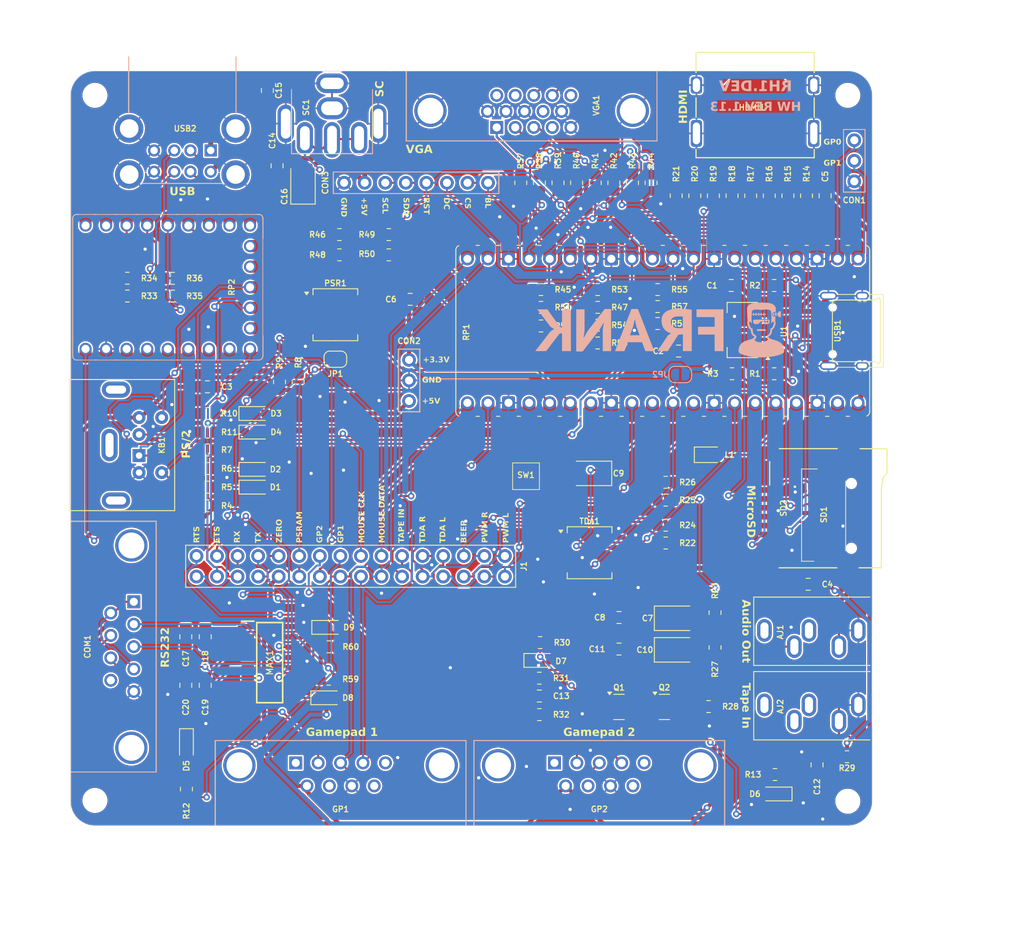
<source format=kicad_pcb>
(kicad_pcb (version 20240108) (generator "pcbnew") (generator_version "8.0")
  (title_block (title "FRANK") (date "2025-02-18") (rev "1.13") (company "Mikhail Matveev") (comment 1 "https://github.com/xtremespb/frank"))
  (layers (0 "F.Cu" signal) (31 "B.Cu" signal) (34 "B.Paste" user) (35 "F.Paste" user) (36 "B.SilkS" user "B.Silkscreen") (37 "F.SilkS" user "F.Silkscreen") (38 "B.Mask" user) (39 "F.Mask" user) (44 "Edge.Cuts" user))
  (net 0 "")
  (net 1 "/LOAD_IN_D")
  (net 2 "GND")
  (net 3 "/Audio Out/R*")
  (net 4 "/Audio Out/L*")
  (net 5 "/Audio Out/R")
  (net 6 "/Audio Out/L")
  (net 7 "VBUS")
  (net 8 "+3V3")
  (net 9 "/Composite/CVBS")
  (net 10 "/RS232/V+")
  (net 11 "/RS232/C1+")
  (net 12 "/RS232/C1-")
  (net 13 "/RS232/C2+")
  (net 14 "/RS232/C2-")
  (net 15 "/RS232/V-")
  (net 16 "Net-(COM1-Pad1)")
  (net 17 "/RS232/RX_IN")
  (net 18 "/RS232/CTS_IN")
  (net 19 "/RS232/TX_IN")
  (net 20 "/RS232/RTS_IN")
  (net 22 "/MS_DATA_3V")
  (net 23 "/MS_CLK_3V")
  (net 24 "/GP1_DATA")
  (net 25 "/GP2_DATA")
  (net 26 "/RS232_CTS")
  (net 27 "/RS232/CTS_MAX")
  (net 28 "/RS232_RX")
  (net 29 "/RS232/RX_MAX")
  (net 34 "Net-(GP1-Pad2)")
  (net 37 "Net-(GP2-Pad2)")
  (net 40 "/A_OUTR")
  (net 41 "/ZERO_VBUS")
  (net 42 "/RS232_TX")
  (net 43 "/A_OUTL")
  (net 44 "/A_OUTB")
  (net 45 "/A_TDAR")
  (net 46 "/PSR_SOSIO")
  (net 47 "/A_TDAL")
  (net 48 "/RS232_RTS")
  (net 49 "Net-(JP2-A)")
  (net 50 "/MS_CLK")
  (net 51 "/KB_CLK")
  (net 52 "/KB_DATA")
  (net 53 "/MS_DATA")
  (net 56 "Net-(C7-Pad1)")
  (net 57 "Net-(C10-Pad1)")
  (net 58 "Net-(C13-Pad2)")
  (net 59 "Net-(USB1-CC1)")
  (net 60 "Net-(USB1-CC2)")
  (net 61 "Net-(USB2-D1+)")
  (net 62 "/USB_D1P")
  (net 63 "/USB_D2P")
  (net 64 "Net-(USB2-D2+)")
  (net 65 "/USB_D1M")
  (net 66 "Net-(USB2-D1-)")
  (net 67 "/USB_D2M")
  (net 68 "Net-(USB2-D2-)")
  (net 69 "Net-(C16-Pad1)")
  (net 70 "Net-(D7-K)")
  (net 71 "Net-(D7-A)")
  (net 72 "Net-(L1-A)")
  (net 73 "/Pico/GPIO23")
  (net 74 "/Pico/5V_PICO")
  (net 75 "/RUN")
  (net 76 "/Pico/5V_PICO_1")
  (net 77 "/Pico/GPIO23_1")
  (net 78 "/Zero/ZGPIO29")
  (net 80 "/Zero/ZGPIO8")
  (net 81 "/Zero/ZGPIO10")
  (net 82 "/Zero/ZGPIO1")
  (net 83 "/Zero/ZGPIO0")
  (net 84 "/Zero/ZGPIO26")
  (net 85 "/Zero/ZGPIO1_1")
  (net 87 "/Zero/ZGPIO28")
  (net 88 "/Zero/ZGPIO7")
  (net 89 "/Zero/ZGPIO26_1")
  (net 90 "/Zero/ZGPIO9")
  (net 91 "/Zero/ZGPIO29_1")
  (net 92 "/Zero/ZGPIO27")
  (net 93 "/Zero/ZGPIO28_1")
  (net 94 "/Zero/ZGPIO27_1")
  (net 95 "/Zero/ZGPIO10_1")
  (net 96 "/Zero/ZGPIO13")
  (net 97 "/Zero/ZGPIO6")
  (net 98 "/Zero/ZGPIO13_1")
  (net 99 "/Zero/ZGPIO0_1")
  (net 100 "/Zero/ZGPIO6_1")
  (net 101 "/Zero/ZGPIO7_1")
  (net 102 "/Zero/ZGPIO8_1")
  (net 103 "/Zero/ZGPIO9_1")
  (net 104 "/Micro SD/DAT1")
  (net 105 "/Micro SD/DAT2")
  (net 106 "/Micro SD/POL")
  (net 107 "/Micro SD/DET")
  (net 108 "Net-(Q1-B)")
  (net 109 "Net-(R37-Pad2)")
  (net 110 "Net-(R38-Pad2)")
  (net 111 "Net-(R39-Pad2)")
  (net 112 "Net-(R43-Pad1)")
  (net 113 "Net-(R44-Pad1)")
  (net 114 "Net-(R45-Pad2)")
  (net 115 "Net-(R48-Pad1)")
  (net 116 "Net-(R50-Pad1)")
  (net 117 "Net-(R52-Pad1)")
  (net 118 "Net-(R54-Pad1)")
  (net 119 "Net-(R56-Pad1)")
  (net 120 "/Power/D-")
  (net 122 "/Power/D+")
  (net 124 "/Pico/GPIO29")
  (net 125 "/Pico/GPIO29_1")
  (net 126 "Net-(JP1-A)")
  (net 127 "Net-(TDA1-FLT)")
  (net 128 "/GPIO8")
  (net 129 "/GPIO12")
  (net 130 "/GPIO6")
  (net 131 "/GPIO10")
  (net 132 "/GPIO13")
  (net 133 "/GPIO0")
  (net 134 "/GPIO1")
  (net 135 "/GPIO14")
  (net 136 "/GPIO15")
  (net 137 "/GPIO26")
  (net 138 "/GPIO27")
  (net 139 "/GPIO16")
  (net 140 "/GPIO22")
  (net 141 "/GPIO28")
  (net 142 "/GPIO21")
  (net 143 "/GPIO17")
  (net 144 "/GPIO19")
  (net 145 "/GPIO18")
  (net 146 "/GPIO20")
  (net 147 "/GPIO5")
  (net 148 "/GPIO2")
  (net 149 "/GPIO4")
  (net 150 "/GPIO3")
  (net 156 "Net-(HDMI1-D0P)")
  (net 159 "Net-(HDMI1-CLKN)")
  (net 160 "Net-(HDMI1-D2P)")
  (net 161 "Net-(HDMI1-D1N)")
  (net 163 "Net-(HDMI1-D1P)")
  (net 164 "Net-(HDMI1-D0N)")
  (net 166 "Net-(HDMI1-D2N)")
  (net 168 "Net-(HDMI1-CLKP)")
  (net 172 "/GPIO9")
  (net 173 "/GPIO7")
  (net 174 "/GPIO11")
  (footprint "FRANK:Diode (SOD-323)" (layer "F.Cu") (at 162.8 113.5)
    (property "Reference" "D7")
    (property "Value" "1N4148")
  )
  (footprint "FRANK:Mounting Hole (2.7mm)" (layer "F.Cu") (at 107.8 130.8)
    (property "Reference" "H3" (hide yes))
    (property "Value" "Hole 2.7mm")
  )
  (footprint "FRANK:Diode (SOD-323)" (layer "F.Cu") (at 127.6 89.9)
    (property "Reference" "D2")
    (property "Value" "3V3")
  )
  (footprint "FRANK:LED (0805)" (layer "F.Cu") (at 183.7 88.1)
    (property "Reference" "L1")
    (property "Value" "Green")
  )
  (footprint "FRANK:Diode (SOD-323)" (layer "F.Cu") (at 136.6 109.42)
    (property "Reference" "D9")
    (property "Value" "1N4148")
  )
  (footprint "FRANK:Resistor (0805)" (layer "F.Cu") (at 121.7 89.8)
    (property "Reference" "R6")
    (property "Value" "100R")
  )
  (footprint "FRANK:Capacitor (3528, tantalum, polar)" (layer "F.Cu") (at 179.5375 112.2)
    (property "Reference" "C10")
    (property "Value" "10u")
  )
  (footprint "FRANK:Diode (SOD-323)" (layer "F.Cu") (at 191.9 130 180)
    (property "Reference" "D6")
    (property "Value" "3V3")
  )
  (footprint "FRANK:Capacitor (0805)" (layer "F.Cu") (at 197 126.4 90)
    (property "Reference" "C12")
    (property "Value" "100n")
  )
  (footprint "FRANK:Resistor (0805)" (layer "F.Cu") (at 160.4 54.5 90)
    (property "Reference" "R37")
    (property "Value" "330R")
  )
  (footprint "FRANK:Resistor (0805)" (layer "F.Cu") (at 111.8 68.492)
    (property "Reference" "R33")
    (property "Value" "22R")
  )
  (footprint "FRANK:D-SUB (9 pin, male, top mount)" (layer "F.Cu") (at 112.6 106.26 -90)
    (property "Reference" "COM1")
    (property "Value" "D-SUB 9 Male")
  )
  (footprint "FRANK:Resistor (0805)" (layer "F.Cu") (at 165 54.5 90)
    (property "Reference" "R39")
    (property "Value" "330R")
  )
  (footprint "FRANK:Resistor (0805)" (layer "F.Cu") (at 169.6 54.5 90)
    (property "Reference" "R41")
    (property "Value" "1K")
  )
  (footprint "FRANK:Resistor (0805)" (layer "F.Cu") (at 193.4 56.1 -90)
    (property "Reference" "R15")
    (property "Value" "270R")
  )
  (footprint "FRANK:Resistor (0805)" (layer "F.Cu") (at 177.3 71.89 180)
    (property "Reference" "R58")
    (property "Value" "300R")
  )
  (footprint "FRANK:D-SUB (9 pin, male, top mount)" (layer "F.Cu") (at 164.56 126.16)
    (property "Reference" "GP2")
    (property "Value" "D-SUB 9 Male")
  )
  (footprint "FRANK:Resistor (0805)" (layer "F.Cu") (at 144.1 63.4 180)
    (property "Reference" "R50")
    (property "Value" "150R")
  )
  (footprint "FRANK:Resistor (0805)" (layer "F.Cu") (at 162.9 72.19 180)
    (property "Reference" "R52")
    (property "Value" "150R")
  )
  (footprint "FRANK:Pin Header (1x08)" (layer "F.Cu") (at 138.58 54.5 90)
    (property "Reference" "CON3")
    (property "Value" "Pin Header 1x08")
  )
  (footprint "FRANK:Capacitor (0805)" (layer "F.Cu") (at 172.5375 112.1 180)
    (property "Reference" "C11")
    (property "Value" "10n")
  )
  (footprint "FRANK:Resistor (0805)" (layer "F.Cu") (at 174.2 54.5 90)
    (property "Reference" "R43")
    (property "Value" "100R")
  )
  (footprint "FRANK:Resistor (0805)" (layer "F.Cu") (at 178.3 99 180)
    (property "Reference" "R22")
    (property "Value" "1K")
  )
  (footprint "FRANK:Resistor (0805)" (layer "F.Cu") (at 119.1 129.4 -90)
    (property "Reference" "R12")
    (property "Value" "1K")
  )
  (footprint "FRANK:Resistor (0805)" (layer "F.Cu") (at 169.9 74.29 180)
    (property "Reference" "R56")
    (property "Value" "150R")
  )
  (footprint "FRANK:Resistor (0805)" (layer "F.Cu") (at 177.3 69.79 180)
    (property "Reference" "R57")
    (property "Value" "270R")
  )
  (footprint "FRANK:Resistor (0805)" (layer "F.Cu") (at 186.5 78.09 180)
    (property "Reference" "R3")
    (property "Value" "1K")
  )
  (footprint "FRANK:Capacitor (0805)" (layer "F.Cu") (at 198 56.1 -90)
    (property "Reference" "C5")
    (property "Value" "100n")
  )
  (footprint "FRANK:Resistor (0805)" (layer "F.Cu") (at 183.6 119.2 180)
    (property "Reference" "R28")
    (property "Value" "10K")
  )
  (footprint "FRANK:Resistor (0805)" (layer "F.Cu") (at 121.7 83)
    (property "Reference" "R10")
    (property "Value" "100R")
  )
  (footprint "FRANK:Resistor (0805)" (layer "F.Cu") (at 111.8 66.292)
    (property "Reference" "R34")
    (property "Value" "22R")
  )
  (footprint "FRANK:Resistor (0805)" (layer "F.Cu") (at 178.3 93.7 180)
    (property "Reference" "R25")
    (property "Value" "2K")
  )
  (footprint "FRANK:Capacitor (0805)" (layer "F.Cu") (at 121.424 116.58 90)
    (property "Reference" "C19")
    (property "Value" "1u")
  )
  (footprint "FRANK:SOT-23" (layer "F.Cu") (at 172.5375 119.25)
    (property "Reference" "Q1")
    (property "Value" "BC850")
  )
  (footprint "FRANK:Capacitor (3528, tantalum, polar)" (layer "F.Cu") (at 179.5375 108.3)
    (property "Reference" "C7")
    (property "Value" "10u")
  )
  (footprint "FRANK:Resistor (0805)" (layer "F.Cu") (at 169.9 72.09)
    (property "Reference" "R54")
    (property "Value" "150R")
  )
  (footprint "FRANK:USB Type C" (layer "F.Cu") (at 205.185 72.79 90)
    (property "Reference" "USB1")
    (property "Value" "USB4215")
  )
  (footprint "FRANK:Resistor (0805)" (layer "F.Cu") (at 144.1 60.9 180)
    (property "Reference" "R49")
    (property "Value" "270R")
  )
  (footprint "FRANK:Capacitor (0805)" (layer "F.Cu") (at 172.5375 108.2 180)
    (property "Reference" "C8")
    (property "Value" "10n")
  )
  (footprint "FRANK:Resistor (0805)" (layer "F.Cu") (at 138 63.4 180)
    (property "Reference" "R48")
    (property "Value" "150R")
  )
  (footprint "FRANK:SOIC-8" (layer "F.Cu") (at 168.9 100.2)
    (property "Reference" "TDA1")
    (property "Value" "TDA1387T")
  )
  (footprint "FRANK:Resistor (0805)" (layer "F.Cu") (at 121.7 92.1)
    (property "Reference" "R5")
    (property "Value" "100R")
  )
  (footprint "FRANK:Resistor (0805)" (layer "F.Cu") (at 162.7 120.2)
    (property "Reference" "R32")
    (property "Value" "100R")
  )
  (footprint "FRANK:Resistor (0805)" (layer "F.Cu") (at 181.9 56.1 -90)
    (property "Reference" "R20")
    (property "Value" "270R")
  )
  (footprint "FRANK:Resistor (0805)" (layer "F.Cu") (at 191.8 127.6 180)
    (property "Reference" "R13")
    (property "Value" "1K")
  )
  (footprint "FRANK:Resistor (0805)" (layer "F.Cu") (at 176.5 54.5 90)
    (property "Reference" "R44")
    (property "Value" "100R")
  )
  (footprint "FRANK:Resistor (0805)" (layer "F.Cu") (at 162.9 67.69 180)
    (property "Reference" "R45")
    (property "Value" "750R")
  )
  (footprint "FRANK:MicroSD (SMD, long)" (layer "F.Cu") (at 189.94 94.7 -90)
    (property "Reference" "SD2")
    (property "Value" "104031-0811")
  )
  (footprint "FRANK:Jumper (solder)" (layer "F.Cu") (at 137.5 76.295 180)
    (property "Reference" "JP1")
    (property "Value" "Jumper (Solder)")
  )
  (footprint "FRANK:SOT-223" (layer "F.Cu") (at 187.8 72.69 180)
    (property "Reference" "U1")
    (property "Value" "NCP1117 3.3")
  )
  (footprint "FRANK:Capacitor (0805)" (layer "F.Cu") (at 121.7 79.7)
    (property "Reference" "C3")
    (property "Value" "100n")
  )
  (footprint "FRANK:Diode (SOD-323)" (layer "F.Cu") (at 119.1 123.95 -90)
    (property "Reference" "D5")
    (property "Value" "3V3")
  )
  (footprint "FRANK:SOT-23" (layer "F.Cu") (at 178.1375 119.25)
    (property "Reference" "Q2")
    (property "Value" "BC850")
  )
  (footprint "FRANK:Capacitor (0805)" (layer "F.Cu") (at 195.9 104.1)
    (property "Reference" "C4")
    (property "Value" "100n")
  )
  (footprint "FRANK:Jack (3.5mm)" (layer "F.Cu") (at 202.1 109.8 -90)
    (property "Reference" "AJ1")
    (property "Value" "SJ1-353XNG")
  )
  (footprint "FRANK:SOIC-8" (layer "F.Cu") (at 137.5 70.8)
    (property "Reference" "PSR1")
    (property "Value" "ESP-PSRAM32")
  )
  (footprint "FRANK:Resistor (0805)" (layer "F.Cu") (at 117.4 66.3)
    (property "Reference" "R36")
    (property "Value" "22R")
  )
  (footprint "FRANK:Pin Header (1x03)" (layer "F.Cu") (at 201.6 54.325 180)
    (property "Reference" "CON1")
    (property "Value" "Pin Header 1x03")
  )
  (footprint "FRANK:Resistor (0805)" (layer "F.Cu") (at 121.7 94.4 180)
    (property "Reference" "R4")
    (property "Value" "1K")
  )
  (footprint "FRANK:Mounting Hole (2.7mm)" (layer "F.Cu") (at 200.8 130.9)
    (property "Reference" "H4" (hide yes))
    (property "Value" "Hole 2.7mm")
  )
  (footprint "FRANK:Jack (3.5mm)" (layer "F.Cu") (at 202.1 119 -90)
    (property "Reference" "AJ2")
    (property "Value" "SJ1-353XNG")
  )
  (footprint "FRANK:Capacitor (0805)" (layer "F.Cu") (at 121.424 110.58 90)
    (property "Reference" "C18")
    (property "Value" "1u")
  )
  (footprint "FRANK:Capacitor (0805)" (layer "F.Cu") (at 119.024 116.58 -90)
    (property "Reference" "C20")
    (property "Value" "1u")
  )
  (footprint "FRANK:Capacitor (3528, tantalum, polar)" (layer "F.Cu") (at 133.5 54.5 90)
    (property "Reference" "C16")
    (property "Value" "220u")
  )
  (footprint "FRANK:USB Type A (stacked)" (layer "F.Cu") (at 122.1 50.51 -90)
    (property "Reference" "USB2")
    (property "Value" "SS-52100-004")
  )
  (footprint "FRANK:Resistor (0805)" (layer "F.Cu") (at 191.7 78.09)
    (property "Reference" "R1")
    (property "Value" "5.1K")
  )
  (footprint "FRANK:Capacitor (0805)" (layer "F.Cu") (at 130.3 52.4 -90)
    (property "Reference" "C14")
    (property "Value" "10u")
  )
  (footprint "FRANK:Diode (SOD-323)" (layer "F.Cu") (at 127.6 85.3)
    (property "Reference" "D4")
    (property "Value" "3V3")
  )
  (footprint "FRANK:HDMI (female)" (layer "F.Cu") (at 189.35 48.4 180)
    (property "Reference" "HDMI1")
    (property "Value" "DC3RX19JA2")
  )
  (footprint "FRANK:Diode (SOD-323)" (layer "F.Cu") (at 127.6 92.1)
    (property "Reference" "D1")
    (property "Value" "3V3")
  )
  (footprint "FRANK:Capacitor (0805)" (layer "F.Cu") (at 119.024 110.58 -90)
    (property "Reference" "C17")
    (property "Value" "1u")
  )
  (footprint "FRANK:Resistor (0805)" (layer "F.Cu") (at 179.6 56.1 -90)
    (property "Reference" "R21")
    (property "Value" "270R")
  )
  (footprint "FRANK:Resistor (0805)" (layer "F.Cu") (at 130.6 79.1 90)
    (property "Reference" "R9")
    (property "Value" "1K")
  )
  (footprint "FRANK:Resistor (0805)" (layer "F.Cu") (at 132.9 79.1 90)
    (property "Reference" "R8")
    (property "Value" "1K")
  )
  (footprint "FRANK:Resistor (0805)" (layer "F.Cu") (at 178.3 96.8 180)
    (property "Reference" "R24")
    (property "Value" "2K")
  )
  (footprint "FRANK:D-SUB (15 pin, female)" (layer "F.Cu") (at 157.43 47.66 180)
    (property "Reference" "VGA1")
    (property "Value" "D-SUB 15 Female")
  )
  (footprint "FRANK:Raspberry Pi Zero" (layer "F.Cu") (at 116.8 67.4 90)
    (property "Reference" "RP2" (hide yes))
    (property "Value" "RP2040-Zero" (hide yes))
  )
  (footprint "FRANK:MicroSD (SMD, short)" (layer "F.Cu") (at 197.84 95.55 90)
    (property "Reference" "SD1")
    (property "Value" "0475710001" (hide yes))
  )
  (footprint "FRANK:Resistor (0805)" (layer "F.Cu") (at 121.7 85.3)
    (property "Reference" "R11")
    (property "Value" "100R")
  )
  (footprint "FRANK:Resistor (0805)" (layer "F.Cu") (at 162.8 111.3 180)
    (property "Reference" "R30")
    (property "Value" "10K")
  )
  (footprint "FRANK:Resistor (0805)" (layer "F.Cu") (at 121.7 87.5 180)
    (property "Reference" "R7")
    (property "Value" "1K")
  )
  (footprint "FRANK:Resistor (0805)" (layer "F.Cu") (at 178.3 91.5 180)
    (property "Reference" "R26")
    (property "Value" "1K")
  )
  (footprint "FRANK:Resistor (0805)" (layer "F.Cu") (at 162.9 69.89 180)
    (property "Reference" "R51")
    (property "Value" "270R")
  )
  (footprint "FRANK:Capacitor (0805)" (layer "F.Cu") (at 186.4 67.19 180)
    (property "Reference" "C1")
    (property "Value" "10u")
  )
  (footprint "FRANK:Pin Header (1x03)" (layer "F.Cu") (at 146.6 76.375)
    (property "Reference" "CON2")
    (property "Value" "Pin Header 1x03")
  )
  (footprint "FRANK:Resistor (0805)" (layer "F.Cu") (at 136.676 115.82 180)
    (property "Reference" "R59")
    (property "Value" "1K")
  )
  (footprint "FRANK:Capacitor (0805)" (layer "F.Cu") (at 179.9 75.29 180)
    (property "Reference" "C2")
    (property "Value" "10u")
  )
  (footprint "FRANK:Resistor (0805)" (layer "F.Cu") (at 171.9 54.5 90)
    (property "Reference" "R42")
    (property "Value" "1K")
  )
  (footprint "FRANK:Resistor (0805)" (layer "F.Cu") (at 162.7 115.7 180)
    (property "Reference" "R31")
    (property "Value" "10K")
  )
  (footprint "FRANK:Resistor (0805)" (layer "F.Cu") (at 184.4 107.6 90)
    (property "Reference" "R23")
    (property "Value" "330R")
  )
  (footprint "FRANK:Resistor (0805)" (layer "F.Cu") (at 188.8 56.1 -90)
    (property "Reference" "R17")
    (property "Value" "270R")
  )
  (footprint "FRANK:Resistor (0805)" (layer "F.Cu") (at 186.5 56.1 -90)
    (property "Reference" "R18")
    (property "Value" "270R")
  )
  (footprint "FRANK:Diode (SOD-323)" (layer "F.Cu") (at 127.6 83)
    (property "Reference" "D3")
    (property "Value" "3V3")
  )
  (footprint "FRANK:SOIC127P600X175-16N" (layer "F.Cu") (at 129.388 113.775)
    (property "Reference" "MAX1")
    (property "Value" "MAX232CSE+" (hide yes))
  )
  (footprint "FRANK:Resistor (0805)" (layer "F.Cu") (at 138 60.9)
    (property "Reference" "R46")
    (property "Value" "51R")
  )
  (footprint "FRANK:RCA" (layer "F.Cu") (at 137.085 45.9)
    (property "Reference" "SC1" (hide yes))
    (property "Value" "RCA-103" (hide yes))
  )
  (footprint "FRANK:D-SUB (9 pin, male, top mount)" (layer "F.Cu") (at 132.605 126.16)
    (property "Reference" "GP1")
    (property "Value" "D-SUB 9 Male")
  )
  (footprint "FRANK:Pin Header (2x16)" (layer "F.Cu") (at 158.44 100.6 -90)
    (property "Reference" "J1")
    (property "Value" "Pin Header 2x18" (hide yes))
  )
  (footprint "FRANK:MiniDIN (6 Pin, female)" (layer "F.Cu") (at 113.25 88.2 -90)
    (property "Reference" "KB1")
    (property "Value" "MDC-036")
  )
  (footprint "FRANK:Capacitor (0805)" (layer "F.Cu") (at 129.1 43.1 -90)
    (property "Reference" "C15")
    (property "Value" "10u")
  )
  (footprint "FRANK:Resistor (0805)" (layer "F.Cu") (at 169.9 69.89 180)
    (property "Reference" "R47")
    (property "Value" "270R")
  )
  (footprint "FRANK:Resistor (0805)" (layer "F.Cu") (at 136.7 111.82 180)
    (property "Reference" "R60")
    (property "Value" "1K")
  )
  (footprint "FRANK:Resistor (0805)" (layer "F.Cu") (at 162.7 54.5 90)
    (property "Reference" "R38")
    (property "Value" "330R")
  )
  (footprint "FRANK:Resistor (0805)" (layer "F.Cu") (at 177.3 67.69 180)
    (property "Reference" "R55")
    (property "Value" "270R")
  )
  (footprint "FRANK:Resistor (0805)" (layer "F.Cu") (at 200.7 125.4)
    (property "Reference" "R29")
    (property "Value" "1K")
  )
  (footprint "FRANK:Resistor (0805)" (layer "F.Cu") (at 184.4 111.9 -90)
    (property "Reference" "R27")
    (property "Value" "330R")
  )
  (footprint "FRANK:Resistor (0805)" (layer "F.Cu") (at 191.1 56.1 -90)
    (property "Reference" "R16")
    (property "Value" "270R")
  )
  (footprint "FRANK:Resistor (0805)" (layer "F.Cu") (at 184.2 56.1 -90)
    (property "Reference" "R19")
    (property "Value" "270R")
  )
  (footprint "FRANK:Diode (SOD-323)" (layer "F.Cu") (at 136.476 118.12)
    (property "Reference" "D8")
    (property "Value" "1N4148")
  )
  (footprint "FRANK:Resistor (0805)" (layer "F.Cu") (at 117.4 68.5)
    (property "Reference" "R35")
    (property "Value" "22R")
  )
  (footprint "FRANK:Resistor (0805)" (layer "F.Cu") (at 167.3 54.5 90)
    (property "Reference" "R40")
    (property "Value" "1K")
  )
  (footprint "FRANK:Resistor (0805)" (layer "F.Cu") (at 169.9 67.69 180)
    (property "Reference" "R53")
    (property "Value" "270R")
  )
  (footprint "FRANK:Resistor (0805)" (layer "F.Cu") (at 195.7 56.1 -90)
    (property "Reference" "R14")
    (property "Value" "270R")
  )
  (footprint "FRANK:Raspberry Pi Pico" (layer "F.Cu") (at 202.07 63.9 -90)
    (property "Reference" "RP1")
    (property "Value" "Rasberry Pi Pico")
  )
  (footprint "FRANK:Capacitor (0805)" (layer "F.Cu") (at 162.7 117.9)
    (property "Reference" "C13")
    (property "Value" "100n")
  )
  (footprint "FRANK:Resistor (0805)" (layer "F.Cu") (at 191.7 67.19)
    (property "Reference" "R2")
    (property "Value" "5.1K")
  )
  (footprint "FRANK:Button (SMD, 3x3mm)" (layer "F.Cu") (at 159.4 92.4 90)
    (property "Reference" "SW1")
    (property "Value" "KLS7-TS3302" (hide yes))
  )
  (footprint "FRANK:Mounting Hole (2.7mm)" (layer "F.Cu") (at 200.8 43.7)
    (property "Reference" "H2" (hide yes))
    (property "Value" "Hole 2.7mm")
  )
  (footprint "FRANK:Capacitor (0805)" (layer "F.Cu") (at 146.7375 68.9)
    (property "Reference" "C6")
    (property "Value" "100n")
  )
  (footprint "FRANK:Capacitor (3528, tantalum, polar)" (layer "F.Cu") (at 169 90.4 180)
    (property "Reference" "C9")
    (property "Value" "10u")
  )
  (footprint "FRANK:Mounting Hole (2.7mm)" (layer "F.Cu") (at 107.8 43.7)
    (property "Reference" "H1" (hide yes))
    (property "Value" "Hole 2.7mm")
  )
  (footprint "FRANK:Jumper (solder)" (layer "B.Cu") (at 180.1 78.19)
    (property "Reference" "JP2")
    (property "Value" "Jumper (Solder)")
  )
  (gr_poly (pts (xy 165.497129 72.402812) (xy 165.23519 72.291687) (xy 163.687377 70.132687) (xy 162.441188 70.132687) (xy 164.076313 72.291687) (xy 164.504938 72.569499) (xy 164.060438 72.863187) (xy 162.187187 75.292062) (xy 163.536562 75.292062) (xy 165.211377 73.109249) (xy 165.497129 73.109249) (xy 165.497129 75.292062) (xy 166.592503 75.292062) (xy 166.592503 70.132687) (xy 165.497129 70.132687)) (stroke (width -0.000001)) (fill solid) (layer "B.SilkS"))
  (gr_poly (pts (xy 182.110314 71.093125) (xy 184.348689 71.093125) (xy 184.348689 72.291687) (xy 182.292877 72.291687) (xy 182.292877 73.252124) (xy 184.348689 73.252124) (xy 184.348689 75.299999) (xy 185.444065 75.299999) (xy 185.444065 70.132687) (xy 182.110314 70.132687)) (stroke (width -0.000001)) (fill solid) (layer "B.SilkS"))
  (gr_poly (pts (xy 168.632437 72.847312) (xy 168.211753 73.601374) (xy 168.164127 73.601374) (xy 168.283189 72.839375) (xy 168.283189 70.132687) (xy 167.251314 70.132687) (xy 167.251314 75.339687) (xy 168.045065 75.339687) (xy 170.164378 72.60125) (xy 170.608878 71.823375) (xy 170.648566 71.823375) (xy 170.529502 72.609187) (xy 170.529502 75.3) (xy 171.561376 75.3) (xy 171.561376 70.092999) (xy 170.767628 70.092999)) (stroke (width -0.000001)) (fill solid) (layer "B.SilkS"))
  (gr_poly (pts (xy 189.2174 71.404191) (xy 189.198199 71.40858) (xy 189.18059 71.415669) (xy 189.16458 71.425275) (xy 189.150175 71.437211) (xy 189.137381 71.451294) (xy 189.126202 71.46734) (xy 189.116645 71.485163) (xy 189.108717 71.504578) (xy 189.102421 71.525402) (xy 189.097766 71.54745) (xy 189.094755 71.570537) (xy 189.093396 71.594479) (xy 189.093693 71.61909) (xy 189.095653 71.644187) (xy 189.099282 71.669585) (xy 189.104585 71.6951) (xy 189.111568 71.720545) (xy 189.120237 71.745738) (xy 189.130598 71.770494) (xy 189.142656 71.794627) (xy 189.156418 71.817954) (xy 189.171889 71.84029) (xy 189.189075 71.86145) (xy 189.207982 71.881249) (xy 189.228615 71.899503) (xy 189.250981 71.916028) (xy 189.275085 71.930639) (xy 189.300934 71.943151) (xy 189.328532 71.95338) (xy 189.357886 71.961141) (xy 189.389001 71.966249) (xy 189.436489 71.970947) (xy 189.480832 71.973229) (xy 189.522188 71.973239) (xy 189.560711 71.971117) (xy 189.596561 71.967008) (xy 189.629893 71.961052) (xy 189.660865 71.953393) (xy 189.689634 71.944173) (xy 189.716356 71.933535) (xy 189.741189 71.92162) (xy 189.764289 71.908572) (xy 189.785814 71.894533) (xy 189.80592 71.879645) (xy 189.824765 71.86405) (xy 189.842505 71.847892) (xy 189.859298 71.831312) (xy 189.890668 71.797457) (xy 189.920131 71.763626) (xy 189.948943 71.730958) (xy 189.97836 71.700591) (xy 189.993688 71.686628) (xy 190.009637 71.673667) (xy 190.026366 71.661851) (xy 190.044031 71.651323) (xy 190.062788 71.642225) (xy 190.082796 71.6347) (xy 190.10421 71.62889) (xy 190.127188 71.624937) (xy 190.150122 71.628845) (xy 190.171407 71.634525) (xy 190.191209 71.641846) (xy 190.209695 71.650672) (xy 190.22703 71.66087) (xy 190.243379 71.672306) (xy 190.258908 71.684847) (xy 190.273784 71.698359) (xy 190.302236 71.72776) (xy 190.33006 71.75944) (xy 190.358581 71.79233) (xy 190.389126 71.825359) (xy 190.423019 71.857457) (xy 190.441636 71.872824) (xy 190.461586 71.887556) (xy 190.483037 71.901522) (xy 190.506153 71.914586) (xy 190.531101 71.926615) (xy 190.558046 71.937476) (xy 190.587153 71.947034) (xy 190.618588 71.955157) (xy 190.652518 71.96171) (xy 190.689107 71.966559) (xy 190.728522 71.969572) (xy 190.770928 71.970613) (xy 190.816491 71.96955) (xy 190.865376 71.966249) (xy 190.896491 71.961839) (xy 190.925845 71.954688) (xy 190.953443 71.944985) (xy 190.979291 71.932918) (xy 191.003395 71.918677) (xy 191.025761 71.902451) (xy 191.046395 71.884428) (xy 191.065302 71.864798) (xy 191.082488 71.84375) (xy 191.097959 71.821471) (xy 191.11172 71.798153) (xy 191.123779 71.773982) (xy 191.134139 71.749149) (xy 191.142809 71.723842) (xy 191.149792 71.69825) (xy 191.155095 71.672562) (xy 191.158723 71.646967) (xy 191.160683 71.621654) (xy 191.160981 71.596812) (xy 191.159621 71.57263) (xy 191.156611 71.549297) (xy 191.155831 71.545562) (xy 191.016188 71.545562) (xy 191.014979 71.556135) (xy 191.012944 71.56827) (xy 191.009491 71.584009) (xy 191.00427 71.602632) (xy 190.996933 71.623418) (xy 190.987132 71.645645) (xy 190.981198 71.657074) (xy 190.974516 71.668593) (xy 190.967044 71.680113) (xy 190.958738 71.691542) (xy 190.949554 71.70279) (xy 190.939449 71.713769) (xy 190.928378 71.724387) (xy 190.916299 71.734555) (xy 190.903167 71.744181) (xy 190.88894 71.753177) (xy 190.873573 71.761453) (xy 190.857024 71.768917) (xy 190.839247 71.77548) (xy 190.8202 71.781052) (xy 190.799839 71.785542) (xy 190.778121 71.788861) (xy 190.755002 71.790919) (xy 190.730438 71.791625) (xy 190.70513 71.790919) (xy 190.681269 71.788861) (xy 190.658811 71.785542) (xy 190.637715 71.781052) (xy 190.617939 71.77548) (xy 190.59944 71.768917) (xy 190.582177 71.761453) (xy 190.566107 71.753177) (xy 190.551188 71.744181) (xy 190.537378 71.734554) (xy 190.524635 71.724387) (xy 190.512917 71.713769) (xy 190.502181 71.70279) (xy 190.492385 71.691542) (xy 190.483487 71.680112) (xy 190.475446 71.668593) (xy 190.468218 71.657074) (xy 190.461763 71.645645) (xy 190.456037 71.634396) (xy 190.450998 71.623418) (xy 190.442814 71.602632) (xy 190.436875 71.584009) (xy 190.432842 71.56827) (xy 190.430379 71.556135) (xy 190.428813 71.545562) (xy 190.627251 71.545562) (xy 190.62429 71.551515) (xy 190.621421 71.557468) (xy 190.618739 71.563421) (xy 190.617497 71.566398) (xy 190.616336 71.569375) (xy 190.615269 71.572351) (xy 190.614306 71.575328) (xy 190.613459 71.578304) (xy 190.61274 71.581281) (xy 190.61216 71.584257) (xy 190.611732 71.587234) (xy 190.611467 71.59021) (xy 190.611376 71.593187) (xy 190.611514 71.598372) (xy 190.611924 71.603502) (xy 190.612599 71.608572) (xy 190.61353 71.613573) (xy 190.614712 71.618499) (xy 190.616137 71.623342) (xy 190.617797 71.628095) (xy 190.619685 71.63275) (xy 190.621794 71.637301) (xy 190.624117 71.64174) (xy 190.626646 71.64606) (xy 190.629374 71.650253) (xy 190.632295 71.654313) (xy 190.635399 71.658231) (xy 190.638681 71.662002) (xy 190.642133 71.665617) (xy 190.645748 71.669069) (xy 190.649519 71.672351) (xy 190.653437 71.675455) (xy 190.657497 71.678376) (xy 190.66169 71.681104) (xy 190.66601 71.683633) (xy 190.670449 71.685956) (xy 190.675 71.688065) (xy 190.679655 71.689953) (xy 190.684408 71.691613) (xy 190.689251 71.693038) (xy 190.694177 71.694219) (xy 190.699178 71.695151) (xy 190.704248 71.695826) (xy 190.709379 71.696236) (xy 190.714563 71.696374) (xy 190.719748 71.696236) (xy 190.724878 71.695826) (xy 190.729948 71.695151) (xy 190.73495 71.694219) (xy 190.739875 71.693038) (xy 190.744718 71.691613) (xy 190.749471 71.689953) (xy 190.754127 71.688065) (xy 190.758678 71.685956) (xy 190.763116 71.683633) (xy 190.767436 71.681104) (xy 190.771629 71.678376) (xy 190.775689 71.675455) (xy 190.779608 71.672351) (xy 190.783378 71.669069) (xy 190.786993 71.665617) (xy 190.790445 71.662002) (xy 190.793727 71.658231) (xy 190.796832 71.654313) (xy 190.799752 71.650253) (xy 190.80248 71.64606) (xy 190.805009 71.64174) (xy 190.807332 71.637301) (xy 190.809441 71.63275) (xy 190.811329 71.628095) (xy 190.812989 71.623342) (xy 190.814414 71.618499) (xy 190.815596 71.613573) (xy 190.816528 71.608572) (xy 190.817202 71.603502) (xy 190.817612 71.598372) (xy 190.817751 71.593187) (xy 190.81766 71.590211) (xy 190.817394 71.587234) (xy 190.816966 71.584257) (xy 190.816386 71.581281) (xy 190.815667 71.578304) (xy 190.81482 71.575328) (xy 190.813857 71.572351) (xy 190.81279 71.569375) (xy 190.811629 71.566398) (xy 190.810387 71.563422) (xy 190.807705 71.557469) (xy 190.804836 71.551515) (xy 190.801875 71.545562) (xy 191.016188 71.545562) (xy 191.155831 71.545562) (xy 191.151955 71.527001) (xy 191.14566 71.505932) (xy 191.137731 71.486279) (xy 191.128175 71.46823) (xy 191.116996 71.451975) (xy 191.104201 71.437702) (xy 191.089796 71.4256) (xy 191.073787 71.415859) (xy 191.056178 71.408667) (xy 191.036977 71.404214) (xy 191.016188 71.402687) (xy 189.238188 71.402687)) (stroke (width -0.000001)) (fill solid) (layer "B.SilkS"))
  (gr_poly (pts (xy 191.668351 70.553628) (xy 191.661802 70.55438) (xy 191.65536 70.555618) (xy 191.649033 70.557328) (xy 191.642828 70.559497) (xy 191.636753 70.562112) (xy 191.630814 70.565161) (xy 191.625019 70.568629) (xy 191.619375 70.572505) (xy 191.61389 70.576774) (xy 191.60857 70.581424) (xy 191.603424 70.586442) (xy 191.593678 70.597529) (xy 191.584712 70.609929) (xy 191.576582 70.623539) (xy 191.569348 70.638253) (xy 191.563068 70.653967) (xy 191.557799 70.670577) (xy 191.553599 70.687977) (xy 191.550528 70.706063) (xy 191.548642 70.72473) (xy 191.548001 70.743875) (xy 191.548162 70.7535) (xy 191.548642 70.763019) (xy 191.549433 70.772419) (xy 191.550528 70.781686) (xy 191.551919 70.790808) (xy 191.553599 70.799772) (xy 191.555561 70.808565) (xy 191.557799 70.817172) (xy 191.560303 70.825583) (xy 191.563068 70.833782) (xy 191.566085 70.841757) (xy 191.569348 70.849496) (xy 191.57285 70.856985) (xy 191.576582 70.86421) (xy 191.580539 70.87116) (xy 191.584712 70.87782) (xy 191.589094 70.884178) (xy 191.593678 70.89022) (xy 191.598457 70.895934) (xy 191.603424 70.901307) (xy 191.60857 70.906325) (xy 191.61389 70.910975) (xy 191.619375 70.915244) (xy 191.625019 70.91912) (xy 191.630814 70.922588) (xy 191.636753 70.925637) (xy 191.642828 70.928252) (xy 191.649033 70.930421) (xy 191.65536 70.932131) (xy 191.661802 70.933369) (xy 191.668351 70.934121) (xy 191.675001 70.934375) (xy 191.722626 70.934375) (xy 191.722626 70.553375) (xy 191.675001 70.553375)) (stroke (width -0.000001)) (fill solid) (layer "B.SilkS"))
  (gr_poly (pts (xy 189.516001 72.791749) (xy 190.738376 72.791749) (xy 190.595501 72.577437) (xy 189.658876 72.577437)) (stroke (width -0.000001)) (fill solid) (layer "B.SilkS"))
  (gr_poly (pts (xy 190.431093 69.313938) (xy 190.283855 69.320076) (xy 190.127187 69.330999) (xy 189.97052 69.320076) (xy 189.823282 69.313938) (xy 189.685179 69.312346) (xy 189.55592 69.315062) (xy 189.435213 69.321847) (xy 189.322766 69.332464) (xy 189.218286 69.346673) (xy 189.121482 69.364237) (xy 189.03206 69.384917) (xy 188.94973 69.408475) (xy 188.874199 69.434672) (xy 188.805175 69.46327) (xy 188.742366 69.494031) (xy 188.685479 69.526716) (xy 188.634223 69.561087) (xy 188.588305 69.596905) (xy 188.547433 69.633933) (xy 188.511315 69.671932) (xy 188.47966 69.710663) (xy 188.452174 69.749888) (xy 188.428565 69.789369) (xy 188.408543 69.828868) (xy 188.391813 69.868145) (xy 188.378085 69.906964) (xy 188.367066 69.945085) (xy 188.358464 69.982269) (xy 188.347343 70.052877) (xy 188.342384 70.116881) (xy 188.34125 70.172374) (xy 188.344366 70.288429) (xy 188.352784 70.453411) (xy 188.379945 70.866905) (xy 188.411571 71.286352) (xy 188.4365 71.585249) (xy 188.428562 71.601124) (xy 188.422795 71.610327) (xy 188.4174 71.620053) (xy 188.412377 71.630267) (xy 188.407726 71.640935) (xy 188.403448 71.652022) (xy 188.399541 71.663492) (xy 188.396006 71.675311) (xy 188.392844 71.687444) (xy 188.390053 71.699856) (xy 188.387635 71.712512) (xy 188.385588 71.725378) (xy 188.383914 71.738418) (xy 188.382612 71.751597) (xy 188.381681 71.764881) (xy 188.381123 71.778235) (xy 188.380937 71.791624) (xy 188.381325 71.815824) (xy 188.38255 71.840861) (xy 188.384705 71.866829) (xy 188.387883 71.893819) (xy 188.392177 71.921926) (xy 188.397681 71.951242) (xy 188.404487 71.98186) (xy 188.412688 72.013874) (xy 188.430547 72.074196) (xy 188.448407 72.130332) (xy 188.466266 72.182561) (xy 188.484125 72.231163) (xy 188.501985 72.276416) (xy 188.519844 72.318599) (xy 188.537703 72.357992) (xy 188.555563 72.394874) (xy 188.565985 72.412454) (xy 188.57643 72.429476) (xy 188.586921 72.44594) (xy 188.597483 72.461847) (xy 188.608137 72.477194) (xy 188.618908 72.491984) (xy 188.629818 72.506216) (xy 188.640891 72.51989) (xy 188.65215 72.533005) (xy 188.663619 72.545562) (xy 188.675319 72.557562) (xy 188.687276 72.569003) (xy 188.699512 72.579886) (xy 188.71205 72.590211) (xy 188.724913 72.599978) (xy 188.738126 72.609186) (xy 188.755985 72.620969) (xy 188.764915 72.626627) (xy 188.773844 72.632007) (xy 188.782774 72.637014) (xy 188.787239 72.639349) (xy 188.791704 72.641557) (xy 188.796168 72.643624) (xy 188.800633 72.645541) (xy 188.805098 72.647295) (xy 188.809563 72.648874) (xy 188.81564 72.724652) (xy 188.818911 72.761193) (xy 188.822462 72.79671) (xy 188.826384 72.831111) (xy 188.830771 72.864303) (xy 188.835717 72.896192) (xy 188.841313 72.926686) (xy 188.850243 72.964281) (xy 188.859173 72.999736) (xy 188.868102 73.033145) (xy 188.877032 73.0646) (xy 188.885962 73.094195) (xy 188.894892 73.122023) (xy 188.903821 73.148177) (xy 188.912751 73.172749) (xy 188.922132 73.194521) (xy 188.932362 73.215211) (xy 188.943359 73.234855) (xy 188.955043 73.253488) (xy 188.967331 73.271144) (xy 188.980142 73.287858) (xy 188.993395 73.303665) (xy 189.007009 73.3186) (xy 189.020901 73.332698) (xy 189.034991 73.345994) (xy 189.049198 73.358522) (xy 189.063439 73.370318) (xy 189.077634 73.381416) (xy 189.091701 73.391852) (xy 189.105559 73.401659) (xy 189.119126 73.410874) (xy 189.159185 73.439151) (xy 189.195524 73.464452) (xy 189.227398 73.486776) (xy 189.241428 73.496822) (xy 189.254063 73.506124) (xy 189.254063 73.537874) (xy 189.254017 73.541564) (xy 189.253691 73.546556) (xy 189.253337 73.549482) (xy 189.252808 73.552664) (xy 189.252069 73.556078) (xy 189.251087 73.559702) (xy 189.249825 73.563512) (xy 189.24825 73.567484) (xy 189.246325 73.571597) (xy 189.244017 73.575825) (xy 189.241291 73.580147) (xy 189.238111 73.584538) (xy 189.234442 73.588976) (xy 189.232414 73.591205) (xy 189.230251 73.593437) (xy 189.227001 73.597992) (xy 189.223228 73.602723) (xy 189.218967 73.607616) (xy 189.214252 73.61266) (xy 189.209118 73.617844) (xy 189.203601 73.623156) (xy 189.191556 73.634116) (xy 189.178394 73.645449) (xy 189.164394 73.65706) (xy 189.135001 73.680749) (xy 189.118271 73.692558) (xy 189.100879 73.704158) (xy 189.082905 73.715526) (xy 189.064432 73.726638) (xy 189.02631 73.748001) (xy 188.987165 73.768061) (xy 188.947648 73.786634) (xy 188.90841 73.803532) (xy 188.870102 73.81857) (xy 188.833376 73.831561) (xy 188.808106 73.840507) (xy 188.780046 73.849545) (xy 188.749381 73.858769) (xy 188.716298 73.868272) (xy 188.563501 73.910936) (xy 188.393837 73.960546) (xy 188.347932 73.974344) (xy 188.301191 73.989071) (xy 188.253892 74.004915) (xy 188.206314 74.022061) (xy 188.15853 74.040585) (xy 188.110536 74.060493) (xy 188.062497 74.081866) (xy 188.014573 74.104785) (xy 187.966929 74.129332) (xy 187.919726 74.155588) (xy 187.873128 74.183635) (xy 187.827297 74.213554) (xy 187.782397 74.245426) (xy 187.73859 74.279333) (xy 187.696038 74.315356) (xy 187.654905 74.353576) (xy 187.615353 74.394076) (xy 187.577545 74.436936) (xy 187.541644 74.482237) (xy 187.507813 74.530062) (xy 187.486051 74.563453) (xy 187.465428 74.598135) (xy 187.445968 74.634096) (xy 187.427694 74.671325) (xy 187.410629 74.709809) (xy 187.394797 74.749537) (xy 187.38022 74.790498) (xy 187.366922 74.832679) (xy 187.354927 74.87607) (xy 187.344257 74.920658) (xy 187.334936 74.966433) (xy 187.326987 75.013381) (xy 187.320433 75.061492) (xy 187.315298 75.110755) (xy 187.311604 75.161157) (xy 187.309376 75.212686) (xy 187.3095 75.248529) (xy 187.309795 75.266683) (xy 187.310368 75.285116) (xy 187.311314 75.303921) (xy 187.312725 75.323191) (xy 187.314694 75.34302) (xy 187.317314 75.363499) (xy 187.317496 75.36945) (xy 187.318027 75.37539) (xy 187.318883 75.381306) (xy 187.320042 75.387188) (xy 187.32148 75.393022) (xy 187.323174 75.398799) (xy 187.3251 75.404506) (xy 187.327236 75.410132) (xy 187.329557 75.415664) (xy 187.332041 75.421092) (xy 187.334665 75.426404) (xy 187.337405 75.431588) (xy 187.340239 75.436632) (xy 187.343142 75.441525) (xy 187.346091 75.446256) (xy 187.349064 75.450812) (xy 187.355032 75.459726) (xy 187.361094 75.468547) (xy 187.364189 75.472894) (xy 187.367342 75.477182) (xy 187.370564 75.481401) (xy 187.373868 75.485538) (xy 187.377265 75.489583) (xy 187.380767 75.493522) (xy 187.384385 75.497346) (xy 187.388131 75.501041) (xy 187.392016 75.504597) (xy 187.396053 75.508002) (xy 187.400252 75.511244) (xy 187.404626 75.514312) (xy 187.422873 75.528854) (xy 187.441957 75.542837) (xy 187.461971 75.556449) (xy 187.483009 75.569874) (xy 187.505162 75.5833) (xy 187.528525 75.596911) (xy 187.579251 75.625437) (xy 187.632457 75.65221) (xy 187.690872 75.678891) (xy 187.754496 75.705385) (xy 187.823329 75.731601) (xy 187.89737 75.757444) (xy 187.976621 75.782822) (xy 188.061081 75.807643) (xy 188.15075 75.831812) (xy 188.341467 75.880785) (xy 188.549858 75.925945) (xy 188.774992 75.966455) (xy 189.015938 76.001476) (xy 189.271768 76.030172) (xy 189.54155 76.051705) (xy 189.824354 76.06524) (xy 190.119251 76.069937) (xy 190.302933 76.066803) (xy 190.481802 76.060496) (xy 190.655695 76.051188) (xy 190.824448 76.039055) (xy 190.987899 76.024271) (xy 191.145886 76.00701) (xy 191.298244 75.987448) (xy 191.444813 75.965757) (xy 191.585428 75.942113) (xy 191.719928 75.91669) (xy 191.848149 75.889663) (xy 191.969928 75.861205) (xy 192.085103 75.831492) (xy 192.193511 75.800698) (xy 192.29499 75.768996) (xy 192.389375 75.736562) (xy 192.450023 75.715711) (xy 192.50695 75.694766) (xy 192.560156 75.673636) (xy 192.585363 75.662972) (xy 192.609641 75.652226) (xy 192.632988 75.641388) (xy 192.655406 75.630445) (xy 192.676893 75.619385) (xy 192.69745 75.608198) (xy 192.717076 75.596871) (xy 192.735773 75.585393) (xy 192.753539 75.573752) (xy 192.770375 75.561937) (xy 192.780609 75.55598) (xy 192.790483 75.55) (xy 192.800007 75.543973) (xy 192.809195 75.537877) (xy 192.818057 75.531687) (xy 192.826605 75.525381) (xy 192.83485 75.518936) (xy 192.842805 75.512328) (xy 192.850481 75.505533) (xy 192.85789 75.49853) (xy 192.865042 75.491294) (xy 192.871951 75.483802) (xy 192.878627 75.476031) (xy 192.885082 75.467958) (xy 192.891327 75.45956) (xy 192.897375 75.450812) (xy 192.903298 75.441851) (xy 192.909034 75.432705) (xy 192.911774 75.428004) (xy 192.914398 75.423186) (xy 192.916882 75.418229) (xy 192.919204 75.413109) (xy 192.921339 75.407803) (xy 192.923265 75.402288) (xy 192.924959 75.39654) (xy 192.926397 75.390537) (xy 192.927556 75.384254) (xy 192.928412 75.377669) (xy 192.928943 75.370759) (xy 192.929125 75.363499) (xy 192.931745 75.345299) (xy 192.933714 75.326541) (xy 192.935125 75.30741) (xy 192.936071 75.288093) (xy 192.936644 75.268777) (xy 192.936939 75.249646) (xy 192.937063 75.212687) (xy 192.9366 75.174273) (xy 192.935218 75.136428) (xy 192.93293 75.099165) (xy 192.929746 75.062494) (xy 192.925678 75.026429) (xy 192.920738 74.990979) (xy 192.914938 74.956158) (xy 192.90829 74.921976) (xy 192.900804 74.888445) (xy 192.892492 74.855577) (xy 192.883367 74.823383) (xy 192.873439 74.791875) (xy 192.862721 74.761065) (xy 192.851223 74.730964) (xy 192.838959 74.701584) (xy 192.825938 74.672937) (xy 192.812177 74.64494) (xy 192.797707 74.617514) (xy 192.782563 74.590669) (xy 192.766779 74.564416) (xy 192.75039 74.538769) (xy 192.733432 74.513737) (xy 192.715939 74.489334) (xy 192.697946 74.46557) (xy 192.679488 74.442457) (xy 192.660599 74.420007) (xy 192.641316 74.398231) (xy 192.621671 74.377141) (xy 192.601702 74.356749) (xy 192.581441 74.337066) (xy 192.560925 74.318104) (xy 192.540188 74.299875) (xy 192.497888 74.265255) (xy 192.454426 74.232762) (xy 192.40994 74.202293) (xy 192.364571 74.173743) (xy 192.318457 74.147006) (xy 192.271739 74.121979) (xy 192.224556 74.098556) (xy 192.177047 74.076633) (xy 192.129353 74.056105) (xy 192.081611 74.036868) (xy 191.986547 74.001847) (xy 191.892972 73.970732) (xy 191.802001 73.942687) (xy 191.745911 73.925541) (xy 191.691124 73.909697) (xy 191.587688 73.881172) (xy 191.496159 73.855623) (xy 191.456254 73.843499) (xy 191.421001 73.831562) (xy 191.393529 73.821919) (xy 191.364942 73.810974) (xy 191.33561 73.798913) (xy 191.305907 73.785921) (xy 191.276203 73.772186) (xy 191.246872 73.757892) (xy 191.218284 73.743226) (xy 191.190813 73.728374) (xy 191.176124 73.72084) (xy 191.161854 73.71312) (xy 191.148048 73.705213) (xy 191.134754 73.697121) (xy 191.122019 73.688842) (xy 191.109888 73.680377) (xy 191.098408 73.671727) (xy 191.087625 73.66289) (xy 191.077587 73.653867) (xy 191.06834 73.644658) (xy 191.059929 73.635264) (xy 191.056053 73.630496) (xy 191.052403 73.625683) (xy 191.048985 73.620823) (xy 191.045806 73.615916) (xy 191.042871 73.610963) (xy 191.040186 73.605963) (xy 191.037757 73.600917) (xy 191.035589 73.595824) (xy 191.033689 73.590685) (xy 191.032062 73.585499) (xy 191.026481 73.576926) (xy 191.02397 73.572889) (xy 191.021644 73.569004) (xy 191.019505 73.565258) (xy 191.017551 73.56164) (xy 191.015784 73.558138) (xy 191.014203 73.554741) (xy 191.012808 73.551437) (xy 191.011598 73.548214) (xy 191.010575 73.545061) (xy 191.009738 73.541967) (xy 191.009087 73.538918) (xy 191.008622 73.535905) (xy 191.008343 73.532915) (xy 191.00825 73.529936) (xy 191.00825 73.498186) (xy 191.020885 73.488884) (xy 191.034915 73.478838) (xy 191.066789 73.456514) (xy 191.103128 73.431213) (xy 191.143187 73.402936) (xy 191.170612 73.383914) (xy 191.184679 73.373479) (xy 191.198874 73.36238) (xy 191.213115 73.350585) (xy 191.227322 73.338056) (xy 191.241412 73.324761) (xy 191.255304 73.310663) (xy 191.268918 73.295728) (xy 191.282171 73.27992) (xy 191.294982 73.263206) (xy 191.30727 73.24555) (xy 191.318954 73.226918) (xy 191.329951 73.207274) (xy 191.340181 73.186583) (xy 191.349562 73.164811) (xy 191.355422 73.154025) (xy 191.361096 73.142518) (xy 191.366584 73.130313) (xy 191.371886 73.117434) (xy 191.377002 73.103904) (xy 191.381932 73.089746) (xy 191.391234 73.059639) (xy 191.399792 73.0273) (xy 191.407605 72.992915) (xy 191.414675 72.956669) (xy 191.421 72.918749) (xy 191.426596 72.885976) (xy 191.431542 72.853016) (xy 191.435929 72.819685) (xy 191.439851 72.785796) (xy 191.446673 72.715598) (xy 191.45275 72.640936) (xy 191.457215 72.639357) (xy 191.461679 72.637603) (xy 191.466144 72.635687) (xy 191.470609 72.633619) (xy 191.475074 72.631412) (xy 191.479539 72.629077) (xy 191.488469 72.624069) (xy 191.497398 72.61869) (xy 191.506328 72.613031) (xy 191.524187 72.601249) (xy 191.533026 72.595201) (xy 191.54169 72.588955) (xy 191.550192 72.5825) (xy 191.558542 72.575824) (xy 191.566753 72.568915) (xy 191.574835 72.561763) (xy 191.582802 72.554354) (xy 191.590664 72.546678) (xy 191.598433 72.538724) (xy 191.60612 72.530478) (xy 191.613738 72.52193) (xy 191.621298 72.513068) (xy 191.628811 72.503881) (xy 191.636289 72.494356) (xy 191.643744 72.484483) (xy 191.651187 72.474249) (xy 191.665799 72.454426) (xy 191.679899 72.433616) (xy 191.693534 72.411758) (xy 191.70675 72.388797) (xy 191.719594 72.364672) (xy 191.732113 72.339327) (xy 191.744352 72.312702) (xy 191.756359 72.284741) (xy 191.779862 72.224574) (xy 191.802992 72.158361) (xy 191.826122 72.085637) (xy 191.849625 72.005936) (xy 191.857826 71.973923) (xy 191.864632 71.943304) (xy 191.870135 71.913988) (xy 191.874429 71.885882) (xy 191.877608 71.858891) (xy 191.879762 71.832924) (xy 191.880987 71.807886) (xy 191.881121 71.799562) (xy 191.659126 71.799562) (xy 191.659079 71.815189) (xy 191.658754 71.832304) (xy 191.65787 71.850907) (xy 191.656149 71.870999) (xy 191.654888 71.881603) (xy 191.653312 71.892579) (xy 191.651388 71.903927) (xy 191.64908 71.915647) (xy 191.646354 71.92774) (xy 191.643173 71.940204) (xy 191.639505 71.95304) (xy 191.635314 71.966249) (xy 191.617811 72.023563) (xy 191.600959 72.076506) (xy 191.584665 72.12517) (xy 191.568837 72.169647) (xy 191.55338 72.210033) (xy 191.538203 72.246418) (xy 191.53069 72.26314) (xy 191.523212 72.278897) (xy 191.515757 72.2937) (xy 191.508313 72.307562) (xy 191.500961 72.320588) (xy 191.493772 72.332893) (xy 191.486722 72.344501) (xy 191.479788 72.355435) (xy 191.472947 72.365717) (xy 191.466176 72.375371) (xy 191.459452 72.384421) (xy 191.452751 72.39289) (xy 191.44605 72.4008) (xy 191.439325 72.408176) (xy 191.432554 72.41504) (xy 191.425714 72.421415) (xy 191.41878 72.427326) (xy 191.41173 72.432794) (xy 191.404541 72.437844) (xy 191.397188 72.442499) (xy 191.391323 72.446784) (xy 191.385608 72.450731) (xy 191.380009 72.454376) (xy 191.374492 72.457754) (xy 191.369022 72.460899) (xy 191.363563 72.463846) (xy 191.35808 72.466631) (xy 191.35254 72.469288) (xy 191.341145 72.474357) (xy 191.3291 72.479334) (xy 191.301938 72.490124) (xy 191.230501 72.513936) (xy 191.230501 72.593311) (xy 191.229788 72.634937) (xy 191.227772 72.676283) (xy 191.224641 72.717071) (xy 191.220579 72.757022) (xy 191.215773 72.795857) (xy 191.210409 72.833297) (xy 191.204673 72.869062) (xy 191.198751 72.902874) (xy 191.195685 72.919055) (xy 191.192457 72.934841) (xy 191.185604 72.965134) (xy 191.17838 72.993566) (xy 191.170969 73.019952) (xy 191.163559 73.044106) (xy 191.156335 73.065841) (xy 191.149482 73.084971) (xy 191.143188 73.101311) (xy 191.137138 73.111636) (xy 191.130879 73.121775) (xy 191.124387 73.131728) (xy 191.117639 73.141495) (xy 191.110613 73.151076) (xy 191.103284 73.160471) (xy 191.095629 73.169679) (xy 191.087626 73.178702) (xy 191.07925 73.187539) (xy 191.070479 73.196189) (xy 191.06129 73.204654) (xy 191.051659 73.212932) (xy 191.041563 73.221025) (xy 191.030978 73.228931) (xy 191.019882 73.236652) (xy 191.008251 73.244186) (xy 190.986376 73.259131) (xy 190.962734 73.274448) (xy 190.93779 73.290509) (xy 190.912008 73.307686) (xy 190.898949 73.31681) (xy 190.885855 73.326352) (xy 190.872784 73.336359) (xy 190.859795 73.346878) (xy 190.846945 73.357955) (xy 190.834292 73.369636) (xy 190.821896 73.381969) (xy 190.809813 73.394999) (xy 190.778063 73.426749) (xy 190.778063 73.545811) (xy 190.778429 73.5592) (xy 190.779505 73.572554) (xy 190.781255 73.585838) (xy 190.783644 73.599018) (xy 190.786638 73.612058) (xy 190.790202 73.624923) (xy 190.794301 73.637579) (xy 190.798899 73.649992) (xy 190.803963 73.662124) (xy 190.809457 73.673944) (xy 190.815346 73.685414) (xy 190.821595 73.6965) (xy 190.828171 73.707168) (xy 190.835036 73.717383) (xy 190.842158 73.727109) (xy 190.849501 73.736312) (xy 190.854056 73.742263) (xy 190.858787 73.748202) (xy 190.86368 73.754119) (xy 190.868724 73.76) (xy 190.873908 73.765835) (xy 190.87922 73.771612) (xy 190.884648 73.777319) (xy 190.89018 73.782944) (xy 190.895806 73.788477) (xy 190.901513 73.793905) (xy 190.90729 73.799217) (xy 190.913125 73.8044) (xy 190.919006 73.809445) (xy 190.924922 73.814338) (xy 190.930862 73.819068) (xy 190.936813 73.823624) (xy 190.911404 73.869761) (xy 190.882739 73.912921) (xy 190.850725 73.953105) (xy 190.81527 73.990312) (xy 190.77628 74.024542) (xy 190.733663 74.055796) (xy 190.687324 74.084074) (xy 190.637172 74.109374) (xy 190.583114 74.131699) (xy 190.525055 74.151046) (xy 190.462904 74.167417) (xy 190.396567 74.180812) (xy 190.325951 74.19123) (xy 190.250963 74.198671) (xy 190.171511 74.203136) (xy 190.087501 74.204624) (xy 190.007686 74.203322) (xy 189.931929 74.199415) (xy 189.860195 74.192904) (xy 189.825825 74.188672) (xy 189.792449 74.183788) (xy 189.76006 74.178254) (xy 189.728656 74.172068) (xy 189.698231 74.165231) (xy 189.668782 74.157743) (xy 189.640303 74.149604) (xy 189.612791 74.140814) (xy 189.586241 74.131373) (xy 189.560649 74.121281) (xy 189.53601 74.110537) (xy 189.512321 74.099142) (xy 189.489576 74.087097) (xy 189.467771 74.0744) (xy 189.446903 74.061052) (xy 189.426966 74.047053) (xy 189.407956 74.032402) (xy 189.389869 74.017101) (xy 189.372701 74.001148) (xy 189.356447 73.984545) (xy 189.341103 73.96729) (xy 189.326664 73.949384) (xy 189.313127 73.930827) (xy 189.300486 73.911619) (xy 189.288737 73.89176) (xy 189.277877 73.871249) (xy 189.298682 73.856336) (xy 189.319301 73.841236) (xy 189.339547 73.825764) (xy 189.349473 73.81783) (xy 189.359236 73.809734) (xy 189.368813 73.801451) (xy 189.378181 73.79296) (xy 189.387316 73.784235) (xy 189.396195 73.775255) (xy 189.404795 73.765996) (xy 189.413093 73.756435) (xy 189.421066 73.746548) (xy 189.428689 73.736312) (xy 189.436032 73.725801) (xy 189.443154 73.715104) (xy 189.450019 73.704221) (xy 189.456595 73.693152) (xy 189.462844 73.681897) (xy 189.468733 73.670455) (xy 189.474227 73.658828) (xy 189.479291 73.647015) (xy 189.483889 73.635016) (xy 189.487988 73.62283) (xy 189.491552 73.610459) (xy 189.494546 73.597902) (xy 189.496935 73.585158) (xy 189.498685 73.572229) (xy 189.499761 73.559114) (xy 189.500127 73.545812) (xy 189.500127 73.426749) (xy 189.468377 73.394999) (xy 189.456381 73.381969) (xy 189.444223 73.369636) (xy 189.431926 73.357955) (xy 189.419512 73.346878) (xy 189.407005 73.336359) (xy 189.394428 73.326352) (xy 189.381805 73.31681) (xy 189.369158 73.307687) (xy 189.343888 73.290509) (xy 189.318804 73.274448) (xy 189.269939 73.244187) (xy 189.258221 73.236739) (xy 189.246886 73.229257) (xy 189.235947 73.221705) (xy 189.225415 73.214049) (xy 189.215301 73.206253) (xy 189.205618 73.198282) (xy 189.196376 73.190103) (xy 189.187588 73.181679) (xy 189.179265 73.172976) (xy 189.171418 73.163959) (xy 189.16406 73.154593) (xy 189.157202 73.144844) (xy 189.150855 73.134676) (xy 189.145032 73.124055) (xy 189.139744 73.112945) (xy 189.135002 73.101312) (xy 189.128708 73.087251) (xy 189.121855 73.06919) (xy 189.114631 73.047594) (xy 189.107221 73.022929) (xy 189.09981 72.995659) (xy 189.092586 72.96625) (xy 189.085733 72.935167) (xy 189.079439 72.902874) (xy 189.073517 72.869062) (xy 189.067781 72.833297) (xy 189.062417 72.795857) (xy 189.057611 72.757023) (xy 189.053549 72.717072) (xy 189.050417 72.676283) (xy 189.048402 72.634937) (xy 189.047689 72.593312) (xy 189.047689 72.513937) (xy 188.976251 72.490124) (xy 188.961741 72.484171) (xy 188.947974 72.478218) (xy 188.934952 72.472265) (xy 188.922673 72.466312) (xy 188.911139 72.460359) (xy 188.900349 72.454406) (xy 188.890303 72.448453) (xy 188.881001 72.442499) (xy 188.876536 72.43943) (xy 188.872072 72.436174) (xy 188.867607 72.432732) (xy 188.863142 72.429105) (xy 188.858677 72.425291) (xy 188.854212 72.421291) (xy 188.849747 72.417105) (xy 188.845283 72.412734) (xy 188.840818 72.408176) (xy 188.836353 72.403432) (xy 188.831888 72.398502) (xy 188.827423 72.393386) (xy 188.822958 72.388084) (xy 188.818493 72.382596) (xy 188.814029 72.376922) (xy 188.809564 72.371062) (xy 188.799233 72.357097) (xy 188.789053 72.341947) (xy 188.77899 72.325541) (xy 188.769008 72.30781) (xy 188.749149 72.268091) (xy 188.729197 72.222234) (xy 188.708873 72.169679) (xy 188.687897 72.109868) (xy 188.665991 72.042245) (xy 188.642876 71.966249) (xy 188.637295 71.940204) (xy 188.632458 71.915648) (xy 188.628366 71.89258) (xy 188.625017 71.871) (xy 188.622412 71.850908) (xy 188.620552 71.832304) (xy 188.619436 71.815189) (xy 188.619064 71.799562) (xy 188.619155 71.792216) (xy 188.61942 71.785067) (xy 188.619848 71.778127) (xy 188.620428 71.771409) (xy 188.621147 71.764923) (xy 188.621994 71.758681) (xy 188.622957 71.752695) (xy 188.624025 71.746976) (xy 188.625185 71.741537) (xy 188.626427 71.736388) (xy 188.627739 71.731541) (xy 188.629109 71.727008) (xy 188.630526 71.722801) (xy 188.631977 71.718931) (xy 188.633452 71.71541) (xy 188.634938 71.71225) (xy 188.636429 71.709364) (xy 188.63793 71.706653) (xy 188.639456 71.704105) (xy 188.641016 71.701707) (xy 188.642622 71.69945) (xy 188.644287 71.69732) (xy 188.646021 71.695307) (xy 188.647837 71.693398) (xy 188.649746 71.691582) (xy 188.651759 71.689848) (xy 188.653889 71.688183) (xy 188.656147 71.686577) (xy 188.658544 71.685017) (xy 188.661092 71.683491) (xy 188.663803 71.68199) (xy 188.666689 71.680499) (xy 188.668943 71.679057) (xy 188.671239 71.677705) (xy 188.673569 71.67644) (xy 188.675928 71.675259) (xy 188.680711 71.673139) (xy 188.68554 71.671322) (xy 188.690369 71.669783) (xy 188.695152 71.6685) (xy 188.699842 71.66745) (xy 188.704392 71.666609) (xy 188.708756 71.665954) (xy 188.712888 71.665462) (xy 188.71674 71.665109) (xy 188.720267 71.664873) (xy 188.726158 71.664655) (xy 188.730189 71.664624) (xy 188.769876 71.664624) (xy 188.944502 71.926562) (xy 188.933696 71.740418) (xy 188.92503 71.568506) (xy 188.91841 71.410175) (xy 188.913743 71.264773) (xy 188.910937 71.131649) (xy 188.909899 71.010153) (xy 188.910534 70.899632) (xy 188.912751 70.799437) (xy 189.111189 70.799437) (xy 189.111189 70.934375) (xy 189.214376 70.934375) (xy 189.214376 70.799437) (xy 189.428689 70.799437) (xy 189.428689 70.934375) (xy 189.531876 70.934375) (xy 189.531876 70.799437) (xy 189.746189 70.799437) (xy 189.746189 70.934375) (xy 189.849376 70.934375) (xy 189.849376 70.799437) (xy 190.063689 70.799437) (xy 190.063689 70.934375) (xy 190.166876 70.934375) (xy 190.166876 70.799437) (xy 190.381189 70.799437) (xy 190.381189 70.934375) (xy 190.484376 70.934375) (xy 190.484376 70.799437) (xy 190.698689 70.799437) (xy 190.698689 70.69625) (xy 190.484376 70.69625) (xy 190.484376 70.561312) (xy 190.381189 70.561312) (xy 190.381189 70.69625) (xy 190.166876 70.69625) (xy 190.166876 70.561312) (xy 190.063689 70.561312) (xy 190.063689 70.69625) (xy 189.849376 70.69625) (xy 189.849376 70.561312) (xy 189.746189 70.561312) (xy 189.746189 70.69625) (xy 189.531876 70.69625) (xy 189.531876 70.561312) (xy 189.428689 70.561312) (xy 189.428689 70.69625) (xy 189.214376 70.69625) (xy 189.214376 70.561312) (xy 189.111189 70.561312) (xy 189.111189 70.69625) (xy 188.920689 70.69625) (xy 188.92306 70.664246) (xy 188.92571 70.633693) (xy 188.928635 70.604557) (xy 188.931835 70.5768) (xy 188.935309 70.550385) (xy 188.939054 70.525277) (xy 188.943069 70.50144) (xy 188.947354 70.478836) (xy 188.951905 70.457431) (xy 188.956723 70.437186) (xy 188.961805 70.418066) (xy 188.967151 70.400035) (xy 188.972758 70.383056) (xy 188.978625 70.367093) (xy 188.984751 70.35211) (xy 188.991134 70.33807) (xy 188.997773 70.324937) (xy 189.004666 70.312674) (xy 189.011812 70.301246) (xy 189.01921 70.290615) (xy 189.026857 70.280747) (xy 189.034753 70.271603) (xy 189.042896 70.263148) (xy 189.051285 70.255346) (xy 189.059918 70.24816) (xy 189.068794 70.241554) (xy 189.077911 70.235492) (xy 189.087267 70.229937) (xy 189.096863 70.224853) (xy 189.106695 70.220203) (xy 189.116762 70.215952) (xy 189.127063 70.212062) (xy 189.157191 70.202285) (xy 189.189399 70.193749) (xy 189.223487 70.186394) (xy 189.259257 70.180157) (xy 189.335045 70.170797) (xy 189.41517 70.165181) (xy 189.498039 70.162821) (xy 189.582059 70.163228) (xy 189.665637 70.165914) (xy 189.747181 70.17039) (xy 189.897792 70.182762) (xy 190.021148 70.196435) (xy 190.135126 70.212062) (xy 190.247987 70.196435) (xy 190.370367 70.182762) (xy 190.520095 70.17039) (xy 190.684705 70.163228) (xy 190.768696 70.162821) (xy 190.851733 70.165181) (xy 190.93226 70.170797) (xy 191.008716 70.180157) (xy 191.079545 70.193749) (xy 191.143189 70.212062) (xy 191.177504 70.226257) (xy 191.208983 70.245998) (xy 191.237578 70.272739) (xy 191.263243 70.307932) (xy 191.285932 70.353032) (xy 191.305597 70.409492) (xy 191.322193 70.478765) (xy 191.335673 70.562304) (xy 191.34599 70.661564) (xy 191.353098 70.777996) (xy 191.356951 70.913056) (xy 191.357501 71.068196) (xy 191.348509 71.444529) (xy 191.325751 71.918624) (xy 191.500376 71.656687) (xy 191.540063 71.656687) (xy 191.543412 71.656703) (xy 191.547505 71.656811) (xy 191.552342 71.657106) (xy 191.557923 71.657679) (xy 191.564248 71.658625) (xy 191.56769 71.659266) (xy 191.571317 71.660036) (xy 191.575131 71.660945) (xy 191.579131 71.662005) (xy 191.583317 71.663227) (xy 191.587688 71.664624) (xy 191.604184 71.675414) (xy 191.611547 71.680391) (xy 191.615049 71.682896) (xy 191.618446 71.68546) (xy 191.62175 71.688117) (xy 191.624973 71.690902) (xy 191.628126 71.693849) (xy 191.631221 71.696994) (xy 191.634269 71.700372) (xy 191.637282 71.704017) (xy 191.640272 71.707965) (xy 191.643251 71.712249) (xy 191.646212 71.718605) (xy 191.64908 71.725892) (xy 191.65045 71.729942) (xy 191.651762 71.734294) (xy 191.653004 71.738972) (xy 191.654165 71.743999) (xy 191.655233 71.749398) (xy 191.656196 71.755192) (xy 191.657043 71.761405) (xy 191.657762 71.76806) (xy 191.658341 71.77518) (xy 191.658769 71.782788) (xy 191.659035 71.790907) (xy 191.659126 71.799562) (xy 191.881121 71.799562) (xy 191.881375 71.783686) (xy 191.881189 71.770385) (xy 191.880631 71.757269) (xy 191.8797 71.74434) (xy 191.878398 71.731596) (xy 191.876724 71.719039) (xy 191.874678 71.706668) (xy 191.872259 71.694482) (xy 191.869469 71.682483) (xy 191.866306 71.67067) (xy 191.862771 71.659043) (xy 191.858865 71.647601) (xy 191.854586 71.636346) (xy 191.849935 71.625277) (xy 191.844912 71.614394) (xy 191.839517 71.603697) (xy 191.83375 71.593186) (xy 191.833409 71.593171) (xy 191.833017 71.593134) (xy 191.83251 71.593062) (xy 191.831909 71.592944) (xy 191.831238 71.592768) (xy 191.830521 71.592521) (xy 191.830153 71.592369) (xy 191.829781 71.592194) (xy 191.829409 71.591996) (xy 191.829041 71.591773) (xy 191.828678 71.591525) (xy 191.828324 71.591248) (xy 191.827981 71.590943) (xy 191.827653 71.590607) (xy 191.827343 71.590239) (xy 191.827053 71.589838) (xy 191.826786 71.589401) (xy 191.826545 71.588929) (xy 191.826333 71.588418) (xy 191.826153 71.587869) (xy 191.826008 71.587278) (xy 191.825901 71.586646) (xy 191.825835 71.58597) (xy 191.825812 71.585249) (xy 191.8655 71.021686) (xy 191.675 71.021686) (xy 191.663932 71.02134) (xy 191.653061 71.020312) (xy 191.642396 71.018619) (xy 191.631948 71.016276) (xy 191.621727 71.013299) (xy 191.611742 71.009704) (xy 191.602005 71.005508) (xy 191.592524 71.000726) (xy 191.583311 70.995375) (xy 191.574376 70.989469) (xy 191.565729 70.983026) (xy 191.557379 70.976061) (xy 191.549338 70.96859) (xy 191.541615 70.96063) (xy 191.53422 70.952196) (xy 191.527164 70.943303) (xy 191.514108 70.92421) (xy 191.50253 70.903476) (xy 191.492509 70.881232) (xy 191.484128 70.857603) (xy 191.477467 70.832719) (xy 191.472609 70.806707) (xy 191.469634 70.779695) (xy 191.468625 70.751811) (xy 191.468901 70.737768) (xy 191.469722 70.723927) (xy 191.471071 70.710304) (xy 191.472935 70.696916) (xy 191.475298 70.683777) (xy 191.478147 70.670904) (xy 191.481467 70.658312) (xy 191.485244 70.646019) (xy 191.489462 70.63404) (xy 191.494108 70.622391) (xy 191.499166 70.611088) (xy 191.504623 70.600146) (xy 191.510463 70.589583) (xy 191.516672 70.579413) (xy 191.523236 70.569653) (xy 191.53014 70.560319) (xy 191.53737 70.551427) (xy 191.544911 70.542993) (xy 191.552748 70.535032) (xy 191.560867 70.527562) (xy 191.569254 70.520597) (xy 191.577893 70.514153) (xy 191.586771 70.508248) (xy 191.595873 70.502896) (xy 191.605184 70.498114) (xy 191.614689 70.493918) (xy 191.624375 70.490324) (xy 191.634227 70.487347) (xy 191.64423 70.485004) (xy 191.654369 70.48331) (xy 191.664631 70.482283) (xy 191.675 70.481936) (xy 191.89725 70.481936) (xy 191.908164 70.300366) (xy 191.911761 70.228557) (xy 191.912768 70.198372) (xy 191.913125 70.172374) (xy 191.907032 70.052877) (xy 191.895911 69.982269) (xy 191.87629 69.906964) (xy 191.845832 69.828868) (xy 191.802201 69.749888) (xy 191.774715 69.710663) (xy 191.74306 69.671932) (xy 191.706942 69.633933) (xy 191.66607 69.596905) (xy 191.620152 69.561087) (xy 191.568896 69.526716) (xy 191.512009 69.494031) (xy 191.4492 69.46327) (xy 191.380176 69.434672) (xy 191.304645 69.408475) (xy 191.222315 69.384917) (xy 191.132893 69.364237) (xy 191.036089 69.346673) (xy 190.931609 69.332464) (xy 190.819162 69.321847) (xy 190.698455 69.315062) (xy 190.569196 69.312346)) (stroke (width -0.000001)) (fill solid) (layer "B.SilkS"))
  (gr_poly (pts (xy 192.2465 70.553375) (xy 192.095688 70.553375) (xy 192.095688 70.934375) (xy 192.2465 70.934375) (xy 192.2465 71.093125) (xy 192.53225 71.093125) (xy 192.53225 70.37875) (xy 192.2465 70.37875)) (stroke (width -0.000001)) (fill solid) (layer "B.SilkS"))
  (gr_poly (pts (xy 191.817876 70.934375) (xy 192.000438 70.934375) (xy 192.000438 70.553375) (xy 191.817876 70.553375)) (stroke (width -0.000001)) (fill solid) (layer "B.SilkS"))
  (gr_poly (pts (xy 172.037625 75.3) (xy 173.196501 75.3) (xy 173.641001 74.196687) (xy 175.379313 74.196687) (xy 175.8 75.3) (xy 176.895376 75.3) (xy 176.130181 73.331499) (xy 175.077689 73.331499) (xy 173.895003 73.331499) (xy 174.291877 72.251999) (xy 174.466503 71.434437) (xy 174.506188 71.434437) (xy 174.680814 72.259937) (xy 175.077689 73.331499) (xy 176.130181 73.331499) (xy 174.871313 70.093) (xy 174.069626 70.093)) (stroke (width -0.000001)) (fill solid) (layer "B.SilkS"))
  (gr_poly (pts (xy 179.813757 70.054413) (xy 179.716538 70.057653) (xy 179.619877 70.062939) (xy 179.523682 70.070179) (xy 179.427858 70.079279) (xy 179.332314 70.090147) (xy 179.236955 70.102689) (xy 179.14169 70.116812) (xy 179.047897 70.135819) (xy 178.956895 70.157244) (xy 178.868497 70.181273) (xy 178.782518 70.208093) (xy 178.698771 70.23789) (xy 178.61707 70.270849) (xy 178.576929 70.288573) (xy 178.53723 70.307157) (xy 178.49795 70.326625) (xy 178.459065 70.346999) (xy 178.422321 70.368211) (xy 178.386495 70.390191) (xy 178.351577 70.41296) (xy 178.317554 70.436544) (xy 178.284414 70.460965) (xy 178.252147 70.486247) (xy 178.220739 70.512412) (xy 178.190181 70.539484) (xy 178.16046 70.567486) (xy 178.131565 70.596442) (xy 178.103483 70.626374) (xy 178.076204 70.657306) (xy 178.049715 70.689262) (xy 178.024005 70.722263) (xy 177.999063 70.756335) (xy 177.974877 70.7915) (xy 177.953205 70.827776) (xy 177.932848 70.865169) (xy 177.913816 70.903679) (xy 177.896121 70.943304) (xy 177.879775 70.984046) (xy 177.86479 71.025904) (xy 177.851176 71.068878) (xy 177.838946 71.112968) (xy 177.828112 71.158175) (xy 177.818684 71.204497) (xy 177.810675 71.251936) (xy 177.804096 71.300492) (xy 177.798959 71.350163) (xy 177.795275 71.400951) (xy 177.793056 71.452854) (xy 177.792314 71.505874) (xy 177.793525 71.583916) (xy 177.797166 71.660283) (xy 177.803249 71.734977) (xy 177.811785 71.807995) (xy 177.822787 71.87934) (xy 177.836265 71.94901) (xy 177.852231 72.017006) (xy 177.870697 72.083327) (xy 177.891674 72.147975) (xy 177.915175 72.210948) (xy 177.94121 72.272246) (xy 177.969791 72.33187) (xy 178.000931 72.38982) (xy 178.03464 72.446096) (xy 178.070931 72.500697) (xy 178.109814 72.553624) (xy 178.149529 72.603292) (xy 178.191266 72.651076) (xy 178.235004 72.696953) (xy 178.280718 72.7409) (xy 178.328386 72.782893) (xy 178.377983 72.82291) (xy 178.429488 72.860927) (xy 178.482876 72.896921) (xy 178.538125 72.930869) (xy 178.59521 72.962747) (xy 178.65411 72.992532) (xy 178.7148 73.020201) (xy 178.777257 73.04573) (xy 178.841459 73.069097) (xy 178.907381 73.090278) (xy 178.975001 73.109249) (xy 178.586063 73.339437) (xy 177.29225 75.292062) (xy 178.56225 75.292062) (xy 179.848126 73.291812) (xy 180.427563 73.2045) (xy 180.427563 75.292062) (xy 181.522939 75.292062) (xy 181.522939 71.037562) (xy 180.419626 71.037562) (xy 180.419626 72.458374) (xy 179.951315 72.458374) (xy 179.894016 72.457721) (xy 179.838205 72.455754) (xy 179.783883 72.452462) (xy 179.731049 72.447832) (xy 179.679703 72.441854) (xy 179.629846 72.434515) (xy 179.581477 72.425805) (xy 179.534596 72.41571) (xy 179.489203 72.404221) (xy 179.445299 72.391324) (xy 179.402883 72.377009) (xy 179.361955 72.361264) (xy 179.322515 72.344077) (xy 179.284564 72.325437) (xy 179.248101 72.305331) (xy 179.213126 72.283749) (xy 179.19629 72.272332) (xy 179.18001 72.260404) (xy 179.164286 72.247967) (xy 179.149115 72.235024) (xy 179.134496 72.221574) (xy 179.120429 72.20762) (xy 179.10691 72.193164) (xy 179.09394 72.178205) (xy 179.081516 72.162747) (xy 179.069637 72.146791) (xy 179.058302 72.130337) (xy 179.047509 72.113388) (xy 179.037256 72.095944) (xy 179.027543 72.078008) (xy 179.018367 72.059581) (xy 179.009728 72.040663) (xy 179.001624 72.021258) (xy 178.994053 72.001365) (xy 178.987014 71.980988) (xy 178.980505 71.960126) (xy 178.969074 71.916956) (xy 178.959747 71.871868) (xy 178.952513 71.824872) (xy 178.94736 71.775982) (xy 178.944277 71.725208) (xy 178.943252 71.672562) (xy 178.94418 71.632938) (xy 178.946957 71.594443) (xy 178.951571 71.557086) (xy 178.95801 71.520881) (xy 178.966264 71.485839) (xy 178.976319 71.451971) (xy 178.988166 71.419288) (xy 179.001791 71.387804) (xy 179.017183 71.357529) (xy 179.034331 71.328474) (xy 179.053224 71.300652) (xy 179.073848 71.274074) (xy 179.096194 71.248752) (xy 179.120249 71.224698) (xy 179.146001 71.201922) (xy 179.173439 71.180437) (xy 179.203949 71.160252) (xy 179.235947 71.141369) (xy 179.269433 71.123789) (xy 179.304408 71.107511) (xy 179.340871 71.092535) (xy 179.378822 71.078862) (xy 179.418261 71.06649) (xy 179.459189 71.055421) (xy 179.501605 71.045655) (xy 179.545509 71.03719) (xy 179.590902 71.030028) (xy 179.637783 71.024167) (xy 179.686152 71.01961) (xy 179.736009 71.016354) (xy 179.787355 71.014401) (xy 179.840189 71.013749) (xy 180.165627 71.013749) (xy 180.203563 71.014122) (xy 180.239917 71.015238) (xy 180.274597 71.017098) (xy 180.307509 71.019703) (xy 180.338562 71.023051) (xy 180.367661 71.027144) (xy 180.394713 71.031981) (xy 180.419626 71.037562) (xy 181.522939 71.037562) (xy 181.522939 70.180312) (xy 181.515001 70.180312) (xy 181.424092 70.167166) (xy 181.329462 70.152531) (xy 181.230368 70.137896) (xy 181.178914 70.131044) (xy 181.126065 70.12475) (xy 181.020149 70.112967) (xy 180.915721 70.101929) (xy 180.811293 70.092379) (xy 180.758614 70.088395) (xy 180.705376 70.085062) (xy 180.284689 70.06125) (xy 180.234475 70.05863) (xy 180.185098 70.056661) (xy 180.089228 70.054304) (xy 179.997823 70.053436) (xy 179.911627 70.053312)) (stroke (width -0.000001)) (fill solid) (layer "B.SilkS"))
  (gr_line (start 107.8 40.7) (end 200.8 40.7) (stroke (width 0.05)) (layer "Edge.Cuts"))
  (gr_line (start 203.8 130.9) (end 203.8 43.7) (stroke (width 0.05)) (layer "Edge.Cuts"))
  (gr_arc (start 104.8 43.7) (mid 105.67868 41.57868) (end 107.8 40.7) (stroke (width 0.05)) (layer "Edge.Cuts"))
  (gr_arc (start 203.8 130.9) (mid 202.92132 133.02132) (end 200.8 133.9) (stroke (width 0.05)) (layer "Edge.Cuts"))
  (gr_arc (start 107.8 133.9) (mid 105.67868 133.02132) (end 104.8 130.9) (stroke (width 0.05)) (layer "Edge.Cuts"))
  (gr_arc (start 200.8 40.7) (mid 202.92132 41.57868) (end 203.8 43.7) (stroke (width 0.05)) (layer "Edge.Cuts"))
  (gr_line (start 104.8 130.9) (end 104.8 43.7) (stroke (width 0.05)) (layer "Edge.Cuts"))
  (gr_line (start 107.8 133.9) (end 200.8 133.9) (stroke (width 0.05)) (layer "Edge.Cuts"))
  (gr_text "HW REV 1.13" (at 189.4 45.8 0) (layer "B.Cu") (effects (font (size 1.1 1.1) (thickness 0.25) (bold yes)) (justify bottom mirror)))
  (gr_text "RH1.DEV" (at 189.4 43.4 0) (layer "B.Cu") (effects (font (size 1.3 1.3) (thickness 0.3) (bold yes)) (justify bottom mirror)))
  (gr_text "HW REV 1.13" (at 189.4 45.8 0) (layer "B.SilkS") (effects (font (size 1.1 1.1) (thickness 0.275) (bold yes)) (justify bottom mirror)))
  (gr_text "RH1.DEV" (at 189.4 43.4 0) (layer "B.SilkS") (effects (font (size 1.3 1.3) (thickness 0.3) (bold yes)) (justify bottom mirror)))
  (gr_text "MOUSE DATA" (at 143.7 99 90) (layer "F.SilkS") (effects (font (size 0.7 0.7) (thickness 0.175) (bold yes)) (justify left bottom)))
  (gr_text "CTS" (at 123.3 99 90) (layer "F.SilkS") (effects (font (size 0.7 0.7) (thickness 0.175) (bold yes)) (justify left bottom)))
  (gr_text "GP2" (at 136 99 90) (layer "F.SilkS") (effects (font (size 0.7 0.7) (thickness 0.175) (bold yes)) (justify left bottom)))
  (gr_text "RTS" (at 120.8 99 90) (layer "F.SilkS") (effects (font (size 0.7 0.7) (thickness 0.175) (bold yes)) (justify left bottom)))
  (gr_text "MicroSD" (at 188.2 95.1 270) (layer "F.SilkS") (effects (font (size 1 1) (thickness 0.2) (bold yes)) (justify bottom)))
  (gr_text "DC" (at 150.8 56.3 270) (layer "F.SilkS") (effects (font (size 0.7 0.7) (thickness 0.175) (bold yes)) (justify left bottom)))
  (gr_text "SC" (at 143.6 42.9 90) (layer "F.SilkS") (effects (font (size 1 1) (thickness 0.2) (bold yes)) (justify bottom)))
  (gr_text "PWM R" (at 156.4 99 90) (layer "F.SilkS") (effects (font (size 0.7 0.7) (thickness 0.175) (bold yes)) (justify left bottom)))
  (gr_text "Gamepad 1" (at 138.3 123 0) (layer "F.SilkS") (effects (font (size 1 1) (thickness 0.2) (bold yes)) (justify bottom)))
  (gr_text "RX" (at 125.8 99 90) (layer "F.SilkS") (effects (font (size 0.7 0.7) (thickness 0.175) (bold yes)) (justify left bottom)))
  (gr_text "TDA R" (at 148.7 99 90) (layer "F.SilkS") (effects (font (size 0.7 0.7) (thickness 0.175) (bold yes)) (justify left bottom)))
  (gr_text "GND" (at 138.1 56.3 270) (layer "F.SilkS") (effects (font (size 0.7 0.7) (thickness 0.175) (bold yes)) (justify left bottom)))
  (gr_text "PWM L" (at 159 99 90) (layer "F.SilkS") (effects (font (size 0.7 0.7) (thickness 0.175) (bold yes)) (justify left bottom)))
  (gr_text "Tape In" (at 187.6 119.1 270) (layer "F.SilkS") (effects (font (size 1 1) (thickness 0.2) (bold yes)) (justify bottom)))
  (gr_text "GP0" (at 200 49.9 0) (layer "F.SilkS") (effects (font (size 0.7 0.7) (thickness 0.175) (bold yes)) (justify right bottom)))
  (gr_text "Audio Out" (at 187.6 109.9 270) (layer "F.SilkS") (effects (font (size 1 1) (thickness 0.2) (bold yes)) (justify bottom)))
  (gr_text "MOUSE CLK" (at 141.2 99 90) (layer "F.SilkS") (effects (font (size 0.7 0.7) (thickness 0.175) (bold yes)) (justify left bottom)))
  (gr_text "SCL" (at 143.2 56.3 270) (layer "F.SilkS") (effects (font (size 0.7 0.7) (thickness 0.175) (bold yes)) (justify left bottom)))
  (gr_text "Gamepad 2" (at 170.1 123 0) (layer "F.SilkS") (effects (font (size 1 1) (thickness 0.2) (bold yes)) (justify bottom)))
  (gr_text "VGA" (at 146.2 51 0) (layer "F.SilkS") (effects (font (size 1 1) (thickness 0.2) (bold yes)) (justify left bottom)))
  (gr_text "PSRAM" (at 133.5 99 90) (layer "F.SilkS") (effects (font (size 0.7 0.7) (thickness 0.175) (bold yes)) (justify left bottom)))
  (gr_text "+5V" (at 140.6 56.3 270) (layer "F.SilkS") (effects (font (size 0.7 0.7) (thickness 0.175) (bold yes)) (justify left bottom)))
  (gr_text "RST" (at 148.3 56.3 270) (layer "F.SilkS") (effects (font (size 0.7 0.7) (thickness 0.175) (bold yes)) (justify left bottom)))
  (gr_text "GP1" (at 138.6 99 90) (layer "F.SilkS") (effects (font (size 0.7 0.7) (thickness 0.175) (bold yes)) (justify left bottom)))
  (gr_text "GP1" (at 200 52.5 0) (layer "F.SilkS") (effects (font (size 0.7 0.7) (thickness 0.175) (bold yes)) (justify right bottom)))
  (gr_text "CS" (at 153.4 56.3 270) (layer "F.SilkS") (effects (font (size 0.7 0.7) (thickness 0.175) (bold yes)) (justify left bottom)))
  (gr_text "GND" (at 148.2 79.3 0) (layer "F.SilkS") (effects (font (size 0.7 0.7) (thickness 0.175) (bold yes)) (justify left bottom)))
  (gr_text "TX" (at 128.4 99 90) (layer "F.SilkS") (effects (font (size 0.7 0.7) (thickness 0.175) (bold yes)) (justify left bottom)))
  (gr_text "PS/2" (at 119.7 86.8 90) (layer "F.SilkS") (effects (font (size 1 1) (thickness 0.2) (bold yes)) (justify bottom)))
  (gr_text "TAPE IN" (at 146.1 99 90) (layer "F.SilkS") (effects (font (size 0.7 0.7) (thickness 0.175) (bold yes)) (justify left bottom)))
  (gr_text "ZERO" (at 131 99 90) (layer "F.SilkS") (effects (font (size 0.7 0.7) (thickness 0.175) (bold yes)) (justify left bottom)))
  (gr_text "+3.3V" (at 148.3 76.8 0) (layer "F.SilkS") (effects (font (size 0.7 0.7) (thickness 0.175) (bold yes)) (justify left bottom)))
  (gr_text "+5V" (at 148.2 81.9 0) (layer "F.SilkS") (effects (font (size 0.7 0.7) (thickness 0.175) (bold yes)) (justify left bottom)))
  (gr_text "TDA L" (at 151.2 99 90) (layer "F.SilkS") (effects (font (size 0.7 0.7) (thickness 0.175) (bold yes)) (justify left bottom)))
  (gr_text "BL" (at 155.9 56.3 270) (layer "F.SilkS") (effects (font (size 0.7 0.7) (thickness 0.175) (bold yes)) (justify left bottom)))
  (gr_text "USB" (at 118.6 56.2 0) (layer "F.SilkS") (effects (font (size 1 1) (thickness 0.2) (bold yes)) (justify bottom)))
  (gr_text "SDA" (at 145.8 56.3 270) (layer "F.SilkS") (effects (font (size 0.7 0.7) (thickness 0.175) (bold yes)) (justify left bottom)))
  (gr_text "RS232" (at 117.1 111.9 90) (layer "F.SilkS") (effects (font (size 1 1) (thickness 0.2) (bold yes)) (justify bottom)))
  (gr_text "HDMI" (at 181.1 45.1 90) (layer "F.SilkS") (effects (font (size 1 1) (thickness 0.2) (bold yes)) (justify bottom)))
  (gr_text "BEEP" (at 153.8 99 90) (layer "F.SilkS") (effects (font (size 0.7 0.7) (thickness 0.175) (bold yes)) (justify left bottom)))
  (segment (start 182.8858 120.5477) (end 178.2648 120.5477) (width 0.25) (layer "F.Cu") (net 1))
  (segment (start 146.9167 102.5856) (end 146.9167 103.5163) (width 0.25) (layer "F.Cu") (net 1))
  (segment (start 199.7 121) (end 199.7 122.7267) (width 0.25) (layer "F.Cu") (net 1))
  (segment (start 146.1078 101.7767) (end 146.9167 102.5856) (width 0.25) (layer "F.Cu") (net 1))
  (segment (start 161.7 117.9375) (end 161.7 119.1437) (width 0.25) (layer "F.Cu") (net 1))
  (segment (start 183.6 118.5781) (end 183.6 119.8335) (width 0.25) (layer "F.Cu") (net 1))
  (segment (start 199.7 119.2733) (end 197.656 117.2293) (width 0.25) (layer "F.Cu") (net 1))
  (segment (start 197.656 117.2293) (end 184.9488 117.2293) (width 0.25) (layer "F.Cu") (net 1))
  (segment (start 199.7 122.7267) (end 200.7792 122.7267) (width 0.25) (layer "F.Cu") (net 1))
  (segment (start 145.74 100.6) (end 145.74 101.7767) (width 0.25) (layer "F.Cu") (net 1))
  (segment (start 146.9167 103.5163) (end 161.3004 117.9) (width 0.25) (layer "F.Cu") (net 1))
  (segment (start 161.7 119.1437) (end 161.7 120.2) (width 0.25) (layer "F.Cu") (net 1))
  (segment (start 200.7792 122.7267) (end 201.7 123.6475) (width 0.25) (layer "F.Cu") (net 1))
  (segment (start 173.3687 119.1437) (end 161.7 119.1437) (width 0.25) (layer "F.Cu") (net 1))
  (segment (start 145.74 101.7767) (end 146.1078 101.7767) (width 0.25) (layer "F.Cu") (net 1))
  (segment (start 184.9488 117.2293) (end 183.6 118.5781) (width 0.25) (layer "F.Cu") (net 1))
  (segment (start 178.2648 120.5478) (end 177.9853 120.8273) (width 0.25) (layer "F.Cu") (net 1))
  (segment (start 178.2648 120.5477) (end 178.2648 120.5478) (width 0.25) (layer "F.Cu") (net 1))
  (segment (start 177.9853 120.8273) (end 175.0523 120.8273) (width 0.25) (layer "F.Cu") (net 1))
  (segment (start 199.7 121) (end 199.7 119.2733) (width 0.25) (layer "F.Cu") (net 1))
  (segment (start 183.6 119.8335) (end 182.8858 120.5477) (width 0.25) (layer "F.Cu") (net 1))
  (segment (start 175.0523 120.8273) (end 173.475 119.25) (width 0.25) (layer "F.Cu") (net 1))
  (segment (start 201.7 123.6475) (end 201.7 125.4) (width 0.25) (layer "F.Cu") (net 1))
  (segment (start 198.405 68.65) (end 197.515 69.54) (width 0.6) (layer "F.Cu") (net 2))
  (segment (start 197.515 76.04) (end 197.49 76.04) (width 0.6) (layer "F.Cu") (net 2))
  (segment (start 197.515 69.54) (end 197.49 69.54) (width 0.6) (layer "F.Cu") (net 2))
  (segment (start 198.405 76.93) (end 197.515 76.04) (width 0.6) (layer "F.Cu") (net 2))
  (via (at 161.1 126.6) (size 0.8) (drill 0.4) (layers "F.Cu" "B.Cu") (net 2))
  (via (at 173.7 52.1) (size 0.8) (drill 0.4) (layers "F.Cu" "B.Cu") (net 2))
  (via (at 145.2 125.5) (size 0.8) (drill 0.4) (layers "F.Cu" "B.Cu") (net 2))
  (via (at 124.4 106.4) (size 0.8) (drill 0.4) (layers "F.Cu" "B.Cu") (net 2))
  (via (at 183.7 121.6) (size 0.8) (drill 0.4) (layers "F.Cu" "B.Cu") (net 2))
  (via (at 173.9 68.8) (size 0.8) (drill 0.4) (layers "F.Cu" "B.Cu") (net 2))
  (via (at 153.6 96.3) (size 0.8) (drill 0.4) (layers "F.Cu" "B.Cu") (net 2))
  (via (at 166.5 131.9) (size 0.8) (drill 0.4) (layers "F.Cu" "B.Cu") (net 2))
  (via (at 134.5 90.4) (size 0.8) (drill 0.4) (layers "F.Cu" "B.Cu") (net 2))
  (via (at 143.2 105.2) (size 0.8) (drill 0.4) (layers "F.Cu" "B.Cu") (net 2))
  (via (at 121.8 72.3) (size 0.8) (drill 0.4) (layers "F.Cu" "B.Cu") (net 2))
  (via (at 162.599618 114.118711) (size 0.8) (drill 0.4) (layers "F.Cu" "B.Cu") (net 2))
  (via (at 168.7 60) (size 0.8) (drill 0.4) (layers "F.Cu" "B.Cu") (net 2))
  (via (at 201.6 66.1) (size 0.8) (drill 0.4) (layers "F.Cu" "B.Cu") (net 2))
  (via (at 126 88.6) (size 0.8) (drill 0.4) (layers "F.Cu" "B.Cu") (net 2))
  (via (at 131.8 89) (size 0.8) (drill 0.4) (layers "F.Cu" "B.Cu") (net 2))
  (via (at 164.7 52) (size 0.8) (drill 0.4) (layers "F.Cu" "B.Cu") (net 2))
  (via (at 192.2 95) (size 0.8) (drill 0.4) (layers "F.Cu" "B.Cu") (net 2))
  (via (at 195.3 131.1) (size 0.8) (drill 0.4) (layers "F.Cu" "B.Cu") (net 2))
  (via (at 174.6 98) (size 0.8) (drill 0.4) (layers "F.Cu" "B.Cu") (net 2))
  (via (at 165 60.9) (size 0.8) (drill 0.4) (layers "F.Cu" "B.Cu") (net 2))
  (via (at 163.2 103.8) (size 0.8) (drill 0.4) (layers "F.Cu" "B.Cu") (net 2))
  (via (at 169 124.6) (size 0.8) (drill 0.4) (layers "F.Cu" "B.Cu") (net 2))
  (via (at 180.4 65.1) (size 0.8) (drill 0.4) (layers "F.Cu" "B.Cu") (net 2))
  (via (at 121.7 56.5) (size 0.8) (drill 0.4) (layers "F.Cu" "B.Cu") (net 2))
  (via (at 134 113.6) (size 0.8) (drill 0.4) (layers "F.Cu" "B.Cu") (net 2))
  (via (at 172.5 97.2) (size 0.8) (drill 0.4) (layers "F.Cu" "B.Cu") (net 2))
  (via (at 168 120.1) (size 0.8) (drill 0.4) (layers "F.Cu" "B.Cu") (net 2))
  (via (at 126.409057 96.719675) (size 0.8) (drill 0.4) (layers "F.Cu" "B.Cu") (net 2))
  (via (at 114 62.7) (size 0.8) (drill 0.4) (layers "F.Cu" "B.Cu") (net 2))
  (via (at 159.5 57.4) (size 0.8) (drill 0.4) (layers "F.Cu" "B.Cu") (net 2))
  (via (at 124.6 83.8) (size 0.8) (drill 0.4) (layers "F.Cu" "B.Cu") (net 2))
  (via (at 169.3 65.4) (size 0.8) (drill 0.4) (layers "F.Cu" "B.Cu") (net 2))
  (via (at 125.448819 95.525) (size 0.8) (drill 0.4) (layers "F.Cu" "B.Cu") (net 2))
  (via (at 200.2 96.9) (size 0.8) (drill 0.4) (layers "F.Cu" "B.Cu") (net 2))
  (via (at 194.3 92.7) (size 0.8) (drill 0.4) (layers "F.Cu" "B.Cu") (net 2))
  (via (at 168 100.8) (size 0.8) (drill 0.4) (layers "F.Cu" "B.Cu") (net 2))
  (via (at 157.8 58.7) (size 0.8) (drill 0.4) (layers "F.Cu" "B.Cu") (net 2))
  (via (at 129.9 110.4) (size 0.8) (drill 0.4) (layers "F.Cu" "B.Cu") (net 2))
  (via (at 171.5 60) (size 0.8) (drill 0.4) (layers "F.Cu" "B.Cu") (net 2))
  (via (at 165.3 116.9) (size 0.8) (drill 0.4) (layers "F.Cu" "B.Cu") (net 2))
  (via (at 188.9 131.3) (size 0.8) (drill 0.4) (layers "F.Cu" "B.Cu") (net 2))
  (via (at 127.7 86.6) (size 0.8) (drill 0.4) (layers "F.Cu" "B.Cu") (net 2))
  (via (at 167 67.4) (size 0.8) (drill 0.4) (layers "F.Cu" "B.Cu") (net 2))
  (via (at 162.5 101) (size 0.8) (drill 0.4) (layers "F.Cu" "B.Cu") (net 2))
  (via (at 119.500001 85.225304) (size 0.8) (drill 0.4) (layers "F.Cu" "B.Cu") (net 2))
  (via (at 138.5 90) (size 0.8) (drill 0.4) (layers "F.Cu" "B.Cu") (net 2))
  (via (at 194.6 72.2) (size 0.8) (drill 0.4) (layers "F.Cu" "B.Cu") (net 2))
  (via (at 145.5 94.4) (size 0.8) (drill 0.4) (layers "F.Cu" "B.Cu") (net 2))
  (via (at 142.9 81.4) (size 0.8) (drill 0.4) (layers "F.Cu" "B.Cu") (net 2))
  (via (at 200.2 73) (size 0.8) (drill 0.4) (layers "F.Cu" "B.Cu") (net 2))
  (via (at 170.8 50.5) (size 0.8) (drill 0.4) (layers "F.Cu" "B.Cu") (net 2))
  (via (at 169.5 105.3) (size 0.8) (drill 0.4) (layers "F.Cu" "B.Cu") (net 2))
  (via (at 151.7 114.4) (size 0.8) (drill 0.4) (layers "F.Cu" "B.Cu") (net 2))
  (via (at 119.4 72.6) (size 0.8) (drill 0.4) (layers "F.Cu" "B.Cu") (net 2))
  (via (at 121.5 121.3) (size 0.8) (drill 0.4) (layers "F.Cu" "B.Cu") (net 2))
  (via (at 186.8 71) (size 0.8) (drill 0.4) (layers "F.Cu" "B.Cu") (net 2))
  (via (at 117.3 81.9) (size 0.8) (drill 0.4) (layers "F.Cu" "B.Cu") (net 2))
  (via (at 195.1 124.8) (size 0.8) (drill 0.4) (layers "F.Cu" "B.Cu") (net 2))
  (via (at 115 84.6) (size 0.8) (drill 0.4) (layers "F.Cu" "B.Cu") (net 2))
  (via (at 118.4 56.6) (size 0.8) (drill 0.4) (layers "F.Cu" "B.Cu") (net 2))
  (via (at 132.8 105.1) (size 0.8) (drill 0.4) (layers "F.Cu" "B.Cu") (net 2))
  (via (at 194.7 77.8) (size 0.8) (drill 0.4) (layers "F.Cu" "B.Cu") (net 2))
  (via (at 197.7 133.1) (size 0.8) (drill 0.4) (layers "F.Cu" "B.Cu") (net 2))
  (via (at 174.432347 72.732347) (size 0.8) (drill 0.4) (layers "F.Cu" "B.Cu") (net 2))
  (via (at 193.8 109.4) (size 0.8) (drill 0.4) (layers "F.Cu" "B.Cu") (net 2))
  (via (at 133.8 74.7) (size 0.8) (drill 0.4) (layers "F.Cu" "B.Cu") (net 2))
  (via (at 177.7 57.1) (size 0.8) (drill 0.4) (layers "F.Cu" "B.Cu") (net 2))
  (via (at 135.6 80.9) (size 0.8) (drill 0.4) (layers "F.Cu" "B.Cu") (net 2))
  (via (at 155.2 128) (size 0.8) (drill 0.4) (layers "F.Cu" "B.Cu") (net 2))
  (via (at 133.5 106.7) (size 0.8) (drill 0.4) (layers "F.Cu" "B.Cu") (net 2))
  (via (at 116.8 117.7) (size 0.8) (drill 0.4) (layers "F.Cu" "B.Cu") (net 2))
  (via (at 174.9 104.5) (size 0.8) (drill 0.4) (layers "F.Cu" "B.Cu") (net 2))
  (via (at 152.6 98.5) (size 0.8) (drill 0.4) (layers "F.Cu" "B.Cu") (net 2))
  (via (at 138.7 81.6) (size 0.8) (drill 0.4) (layers "F.Cu" "B.Cu") (net 2))
  (via (at 149.4 101.7) (size 0.8) (drill 0.4) (layers "F.Cu" "B.Cu") (net 2))
  (via (at 165.4 65.5) (size 0.8) (drill 0.4) (layers "F.Cu" "B.Cu") (net 2))
  (via (at 167.8 57.7) (size 0.8) (drill 0.4) (layers "F.Cu" "B.Cu") (net 2))
  (via (at 193.9 99.9) (size 0.8) (drill 0.4) (layers "F.Cu" "B.Cu") (net 2))
  (via (at 133.6 108.8) (size 0.8) (drill 0.4) (layers "F.Cu" "B.Cu") (net 2))
  (via (at 157.106475 99.795683) (size 0.8) (drill 0.4) (layers "F.Cu" "B.Cu") (net 2))
  (via (at 169.9 98.1) (size 0.8) (drill 0.4) (layers "F.Cu" "B.Cu") (net 2))
  (via (at 162.3 60.1) (size 0.8) (drill 0.4) (layers "F.Cu" "B.Cu") (net 2))
  (via (at 124.1 90.9) (size 0.8) (drill 0.4) (layers "F.Cu" "B.Cu") (net 2))
  (segment (start 181.1625 112.2) (end 182.0625 111.3) (width 0.25) (layer "F.Cu") (net 5))
  (segment (start 184.9 111.8) (end 194.2 111.8) (width 0.25) (layer "F.Cu") (net 5))
  (segment (start 182.0625 111.3) (end 184.4 111.3) (width 0.25) (layer "F.Cu") (net 5))
  (segment (start 184.4 111.3) (end 184.9 111.8) (width 0.25) (layer "F.Cu") (net 5))
  (segment (start 184.9369 108.0631) (end 184.4 108.6) (width 0.25) (layer "F.Cu") (net 6))
  (segment (start 199.7 111.8) (end 199.7 110.0733) (width 0.25) (layer "F.Cu") (net 6))
  (segment (start 181.4625 108.6) (end 184.4 108.6) (width 0.25) (layer "F.Cu") (net 6))
  (segment (start 199.7 110.0733) (end 197.6898 108.0631) (width 0.25) (layer "F.Cu") (net 6))
  (segment (start 197.6898 108.0631) (end 184.9369 108.0631) (width 0.25) (layer "F.Cu") (net 6))
  (segment (start 202.87 103.12) (end 199.49 106.5) (width 0.6) (layer "F.Cu") (net 7))
  (segment (start 183.31 43.99) (end 181.39 43.99) (width 0.6) (layer "F.Cu") (net 7))
  (segment (start 198 55.0625) (end 203.38 60.4425) (width 0.6) (layer "F.Cu") (net 7))
  (segment (start 190.638 70.39) (end 188.7185 68.4705) (width 0.6) (layer "F.Cu") (net 7))
  (segment (start 106.204 112.204) (end 109.242 109.165) (width 0.5) (layer "F.Cu") (net 7))
  (segment (start 202.07 81.68) (end 202.87 82.48) (width 0.6) (layer "F.Cu") (net 7))
  (segment (start 201.2 71.8) (end 200 70.6) (width 0.4) (layer "F.Cu") (net 7))
  (segment (start 197.822 46.422) (end 198 46.6) (width 0.25) (layer "F.Cu") (net 7))
  (segment (start 203.5 125.6) (end 203.5 103.75) (width 0.5) (layer "F.Cu") (net 7))
  (segment (start 128.7 115.107018) (end 128.7 110) (width 0.5) (layer "F.Cu") (net 7))
  (segment (start 188.718 68.4705) (end 187.4375 67.19) (width 0.25) (layer "F.Cu") (net 7))
  (segment (start 200 70.6) (end 199.26 70.6) (width 0.4) (layer "F.Cu") (net 7))
  (segment (start 202.4 78.6392) (end 201.285 77.5242) (width 0.6) (layer "F.Cu") (net 7))
  (segment (start 141.12 54.5) (end 138.11316 51.49316) (width 0.6) (layer "F.Cu") (net 7))
  (segment (start 178.41 41.01) (end 144.8 41.01) (width 0.6) (layer "F.Cu") (net 7))
  (segment (start 199.49 106.5) (end 188.1 106.5) (width 0.6) (layer "F.Cu") (net 7))
  (segment (start 144.8 41.01) (end 144.8 48.6713) (width 0.6) (layer "F.Cu") (net 7))
  (segment (start 128.9241 116.035282) (end 128.9241 115.331118) (width 0.5) (layer "F.Cu") (net 7))
  (segment (start 197.511 67.4) (end 194.521 70.39) (width 0.6) (layer "F.Cu") (net 7))
  (segment (start 118.956 79.7) (end 120.6625 79.7) (width 0.25) (layer "F.Cu") (net 7))
  (segment (start 201.285 77.5242) (end 201.285 68.0558) (width 0.6) (layer "F.Cu") (net 7))
  (segment (start 128.9241 115.331118) (end 128.7 115.107018) (width 0.5) (layer "F.Cu") (net 7))
  (segment (start 202.07 83.28) (end 202.87 82.48) (width 0.25) (layer "F.Cu") (net 7))
  (segment (start 124 51.23) (end 122.1 53.13) (width 0.6) (layer "F.Cu") (net 7))
  (segment (start 106.204 98.8964) (end 108.9 96.2) (width 0.5) (layer "F.Cu") (net 7))
  (segment (start 121.75 88.45) (end 121.75 93.45) (width 0.3) (layer "F.Cu") (net 7))
  (segment (start 194.521 70.39) (end 190.95 70.39) (width 0.6) (layer "F.Cu") (net 7))
  (segment (start 199.26 70.6) (end 199.235 70.625) (width 0.4) (layer "F.Cu") (net 7))
  (segment (start 198.635 70.625) (end 198.35 70.34) (width 0.4) (layer "F.Cu") (net 7))
  (segment (start 137.94 133.64) (end 116.04 133.64) (width 0.5) (layer "F.Cu") (net 7))
  (segment (start 127.726 42.0625) (end 122.1 47.688) (width 0.6) (layer "F.Cu") (net 7))
  (segment (start 136.46368 51.9) (end 135.585 51.02132) (width 0.6) (layer "F.Cu") (net 7))
  (segment (start 109.242 109.165) (end 110.965 109.165) (width 0.5) (layer "F.Cu") (net 7))
  (segment (start 122.7 87.5) (end 121.75 88.45) (width 0.3) (layer "F.Cu") (net 7))
  (segment (start 203.38 60.4425) (end 203.38 66.62) (width 0.6) (layer "F.Cu") (net 7))
  (segment (start 203.5 103.75) (end 202.87 103.12) (width 0.5) (layer "F.Cu") (net 7))
  (segment (start 201.941 67.4) (end 197.511 67.4) (width 0.6) (layer "F.Cu") (net 7))
  (segment (start 116.04 133.64) (end 106 123.6) (width 0.5) (layer "F.Cu") (net 7))
  (segment (start 120.9 96.2) (end 122.7 94.4) (width 0.5) (layer "F.Cu") (net 7))
  (segment (start 198.35 75.24) (end 198.79 74.8) (width 0.4) (layer "F.Cu") (net 7))
  (segment (start 188.1 106.5) (end 183.705 102.105) (width 0.6) (layer "F.Cu") (net 7))
  (segment (start 129.025 78.525) (end 130.6 80.1) (width 0.5) (layer "F.Cu") (net 7))
  (segment (start 117.25 79.7) (end 118.956 79.7) (width 0.5) (layer "F.Cu") (net 7))
  (segment (start 201.285 68.0558) (end 201.941 67.4) (width 0.6) (layer "F.Cu") (net 7))
  (segment (start 196.608 44.7) (end 193.008 41.1) (width 0.6) (layer "F.Cu") (net 7))
  (segment (start 117.906 110.5) (end 118.465 111.059) (width 0.5) (layer "F.Cu") (net 7))
  (segment (start 133.99 129.69) (end 133.99 129) (width 0.5) (layer "F.Cu") (net 7))
  (segment (start 127.875 43.2875) (end 129.1 42.0625) (width 0.6) (layer "F.Cu") (net 7))
  (segment (start 137.70632 51.9) (end 136.46368 51.9) (width 0.6) (layer "F.Cu") (net 7))
  (segment (start 203.49 102.5) (end 202.87 103.12) (width 0.6) (layer "F.Cu") (net 7))
  (segment (start 135.585 51.02132) (end 135.585 51) (width 0.6) (layer "F.Cu") (net 7))
  (segment (start 201.2 74.8) (end 201.2 71.8) (width 0.4) (layer "F.Cu") (net 7))
  (segment (start 132.859 129) (end 128.7 124.841) (width 0.5) (layer "F.Cu") (net 7))
  (segment (start 145.055 83) (end 146.6 81.455) (width 0.5) (layer "F.Cu") (net 7))
  (segment (start 106 123.6) (end 106 112.407) (width 0.5) (layer "F.Cu") (net 7))
  (segment (start 181.39 43.99) (end 178.41 41.01) (width 0.6) (layer "F.Cu") (net 7))
  (segment (start 194.521 70.39) (end 197.465 70.39) (width 0.6) (layer "F.Cu") (net 7))
  (segment (start 201.941 67.4) (end 202.6 67.4) (width 0.6) (layer "F.Cu") (net 7))
  (segment (start 112.3 110.5) (end 117.906 110.5) (width 0.5) (layer "F.Cu") (net 7))
  (segment (start 183.705 102.105) (end 172.4 102.105) (width 0.6) (layer "F.Cu") (net 7))
  (segment (start 129.63 109.33) (end 132.1 109.33) (width 0.5) (layer "F.Cu") (net 7))
  (segment (start 170.585 133.64) (end 195.46 133.64) (width 0.5) (layer "F.Cu") (net 7))
  (segment (start 106.204 112.204) (end 106.204 98.8964) (width 0.5) (layer "F.Cu") (net 7))
  (segment (start 107.9 83.5) (end 113.45 83.5) (width 0.5) (layer "F.Cu") (net 7))
  (segment (start 202.87 83.70934) (end 203.49 84.32934) (width 0.6) (layer "F.Cu") (net 7))
  (segment (start 202.87 82.48) (end 202.87 83.70934) (width 0.6) (layer "F.Cu") (net 7))
  (segment (start 198 46.6) (end 196.608 45.2079) (width 0.6) (layer "F.Cu") (net 7))
  (segment (start 199.235 70.625) (end 198.635 70.625) (width 0.4) (layer "F.Cu") (net 7))
  (segment (start 197.465 70.39) (end 197.49 70.365) (width 0.6) (layer "F.Cu") (net 7))
  (segment (start 127.875 48.9375) (end 127.875 43.2875) (width 0.6) (layer "F.Cu") (net 7))
  (segment (start 194.4613 46.422) (end 197.822 46.422) (width 0.25) (layer "F.Cu") (net 7))
  (segment (start 202.4 81.35) (end 202.4 78.6392) (width 0.6) (layer "F.Cu") (net 7))
  (segment (start 196.608 45.2079) (end 196.608 44.7) (width 0.6) (layer "F.Cu") (net 7))
  (segment (start 128.7 124.841) (end 128.7 116.259382) (width 0.5) (layer "F.Cu") (net 7))
  (segment (start 203.38 66.62) (end 202.6 67.4) (width 0.6) (layer "F.Cu") (net 7))
  (segment (start 198.35 70.34) (end 197.515 70.34) (width 0.4) (layer "F.Cu") (net 7))
  (segment (start 130.168 51.23) (end 124 51.23) (width 0.6) (layer "F.Cu") (net 7))
  (segment (start 129.5 104.14) (end 130.5 103.14) (width 0.5) (layer "F.Cu") (net 7))
  (segment (start 106.154 112.254) (end 106.204 112.204) (width 0.5) (layer "F.Cu") (net 7))
  (segment (start 135.118 51) (end 134.618 51.5) (width 0.6) (layer "F.Cu") (net 7))
  (segment (start 135.585 51) (end 135.118 51) (width 0.6) (layer "F.Cu") (net 7))
  (segment (start 193.35 49.16) (end 193.35 47.5333) (width 0.25) (layer "F.Cu") (net 7))
  (segment (start 108.9 96.2) (end 120.9 96.2) (width 0.5) (layer "F.Cu") (net 7))
  (segment (start 130.3 51.3625) (end 127.875 48.9375) (width 0.6) (layer "F.Cu") (net 7))
  (segment (start 186.2 41.1) (end 183.31 43.99) (width 0.6) (layer "F.Cu") (net 7))
  (segment (start 118.465 111.059) (end 118.4655 111.059) (width 0.25) (layer "F.Cu") (net 7))
  (segment (start 106 112.407) (end 106.154 112.254) (width 0.5) (layer "F.Cu") (net 7))
  (segment (start 118.465 111.059) (end 119.024 111.618) (width 0.5) (layer "F.Cu") (net 7))
  (segment (start 165.945 129) (end 161.305 133.64) (width 0.5) (layer "F.Cu") (net 7))
  (segment (start 197.49 75.24) (end 198.35 75.24) (width 0.4) (layer "F.Cu") (net 7))
  (segment (start 120.662 79.7) (end 121.838 78.525) (width 0.5) (layer "F.Cu") (net 7))
  (segment (start 135.8 83) (end 145.055 83) (width 0.5) (layer "F.Cu") (net 7))
  (segment (start 137.94 133.64) (end 133.99 129.69) (width 0.5) (layer "F.Cu") (net 7))
  (segment (start 138.11316 51.49316) (end 137.70632 51.9) (width 0.6) (layer "F.Cu") (net 7))
  (segment (start 134.618 51.5) (end 130.438 51.5) (width 0.6) (layer "F.Cu") (net 7))
  (segment (start 110.965 109.165) (end 112.3 110.5) (width 0.5) (layer "F.Cu") (net 7))
  (segment (start 165.945 129) (end 170.585 133.64) (width 0.5) (layer "F.Cu") (net 7))
  (segment (start 188.7185 68.4705) (end 187.438 67.19) (width 0.6) (layer "F.Cu") (net 7))
  (segment (start 129.1 42.0625) (end 127.726 42.0625) (width 0.6) (layer "F.Cu") (net 7))
  (segment (start 198 55.0625) (end 198 46.6) (width 0.6) (layer "F.Cu") (net 7))
  (segment (start 188.7185 68.4705) (end 188.718 68.4705) (width 0.25) (layer "F.Cu") (net 7))
  (segment (start 133.99 129) (end 132.859 129) (width 0.5) (layer "F.Cu") (net 7))
  (segment (start 129.5 109.2) (end 129.63 109.33) (width 0.5) (layer "F.Cu") (net 7))
  (segment (start 193.008 41.1) (end 186.2 41.1) (width 0.6) (layer "F.Cu") (net 7))
  (segment (start 130.6 80.1) (end 132.9 80.1) (width 0.5) (layer "F.Cu") (net 7))
  (segment (start 203.49 84.32934) (end 203.49 102.5) (width 0.6) (layer "F.Cu") (net 7))
  (segment (start 132.9 80.1) (end 135.8 83) (width 0.5) (layer "F.Cu") (net 7))
  (segment (start 121.75 93.45) (end 122.7 94.4) (width 0.3) (layer "F.Cu") (net 7))
  (segment (start 144.8 48.6713) (end 141.12 52.3513) (width 0.6) (layer "F.Cu") (net 7))
  (segment (start 113.45 83.5) (end 117.25 79.7) (width 0.5) (layer "F.Cu") (net 7))
  (segment (start 128.7 116.259382) (end 128.9241 116.035282) (width 0.5) (layer "F.Cu") (net 7))
  (segment (start 128.7 110) (end 129.5 109.2) (width 0.5) (layer "F.Cu") (net 7))
  (segment (start 198.79 74.8) (end 201.2 74.8) (width 0.4) (layer "F.Cu") (net 7))
  (segment (start 121.838 78.525) (end 129.025 78.525) (width 0.5) (layer "F.Cu") (net 7))
  (segment (start 106.204 85.1964) (end 107.9 83.5) (width 0.5) (layer "F.Cu") (net 7))
  (segment (start 195.46 133.64) (end 203.5 125.6) (width 0.5) (layer "F.Cu") (net 7))
  (segment (start 193.35 47.5333) (end 194.4613 46.422) (width 0.25) (layer "F.Cu") (net 7))
  (segment (start 118.4655 111.059) (end 119.024 111.6175) (width 0.25) (layer "F.Cu") (net 7))
  (segment (start 129.5 109.2) (end 129.5 104.14) (width 0.5) (layer "F.Cu") (net 7))
  (segment (start 161.305 133.64) (end 137.94 133.64) (width 0.5) (layer "F.Cu") (net 7))
  (segment (start 118.956 79.7) (end 120.662 79.7) (width 0.5) (layer "F.Cu") (net 7))
  (segment (start 106.204 98.8964) (end 106.204 85.1964) (width 0.5) (layer "F.Cu") (net 7))
  (segment (start 122.1 47.688) (end 122.1 50.51) (width 0.6) (layer "F.Cu") (net 7))
  (segment (start 141.12 52.3513) (end 141.12 54.5) (width 0.6) (layer "F.Cu") (net 7))
  (segment (start 182.2375 73.99) (end 180.9375 75.29) (width 0.25) (layer "F.Cu") (net 8))
  (segment (start 197.819 103.219) (end 197.8185 103.219) (width 0.25) (layer "F.Cu") (net 8))
  (segment (start 184.65 77.24) (end 185.5 78.09) (width 0.5) (layer "F.Cu") (net 8))
  (segment (start 202.74 94.66) (end 202.1 95.3) (width 0.5) (layer "F.Cu") (net 8))
  (segment (start 184.65 72.69) (end 190.95 72.69) (width 0.5) (layer "F.Cu") (net 8))
  (segment (start 197.819 103.219) (end 198.7 102.338) (width 0.5) (layer "F.Cu") (net 8))
  (segment (start 197.693 126.7445) (end 197 127.4375) (width 0.25) (layer "F.Cu") (net 8))
  (segment (start 197.8185 103.219) (end 196.9375 104.1) (width 0.25) (layer "F.Cu") (net 8))
  (segment (start 184.65 72.69) (end 184.65 76.25) (width 0.5) (layer "F.Cu") (net 8))
  (segment (start 196.938 104.1) (end 197.819 103.219) (width 0.5) (layer "F.Cu") (net 8))
  (segment (start 199.038 125.4) (end 197.6935 126.7445) (width 0.5) (layer "F.Cu") (net 8))
  (segment (start 198 79.4) (end 199.018 79.4) (width 0.5) (layer "F.Cu") (net 8))
  (segment (start 183.538 72.69) (end 182.238 73.99) (width 0.5) (layer "F.Cu") (net 8))
  (segment (start 191.29 72.69) (end 198 79.4) (width 0.5) (layer "F.Cu") (net 8))
  (segment (start 200.7 124.4) (end 199.7 125.4) (width 0.5) (layer "F.Cu") (net 8))
  (segment (start 197.6935 126.7445) (end 197.693 126.7445) (width 0.25) (layer "F.Cu") (net 8))
  (segment (start 195.022127 95.3) (end 194.222127 96.1) (width 0.5) (layer "F.Cu") (net 8))
  (segment (start 135.676 115.82) (end 135.676 111.844) (width 0.5) (layer "F.Cu") (net 8))
  (segment (start 197.6935 126.7445) (end 197 127.438) (width 0.5) (layer "F.Cu") (net 8))
  (segment (start 199.018 79.4) (end 200.82 81.2022) (width 0.5) (layer "F.Cu") (net 8))
  (segment (start 185.05 130.05) (end 183.4 131.7) (width 0.5) (layer "F.Cu") (net 8))
  (segment (start 145.7 68.9) (end 141.005 68.9) (width 0.5) (layer "F.Cu") (net 8))
  (segment (start 194.222127 96.1) (end 191.99 96.1) (width 0.5) (layer "F.Cu") (net 8))
  (segment (start 182.238 73.99) (end 180.938 75.29) (width 0.5) (layer "F.Cu") (net 8))
  (segment (start 184.65 76.25) (end 184.65 77.24) (width 0.5) (layer "F.Cu") (net 8))
  (segment (start 198.7 102.338) (end 198.7 104.4) (width 0.5) (layer "F.Cu") (net 8))
  (segment (start 200.82 81.2022) (end 200.82 83.797767) (width 0.5) (layer "F.Cu") (net 8))
  (segment (start 184.65 72.69) (end 183.538 72.69) (width 0.5) (layer "F.Cu") (net 8))
  (segment (start 185.05 119.65) (end 185.05 130.05) (width 0.5) (layer "F.Cu") (net 8))
  (segment (start 198.7 104.4) (end 199.2 104.9) (width 0.5) (layer "F.Cu") (net 8))
  (segment (start 146.6 69.8) (end 145.7 68.9) (width 0.5) (layer "F.Cu") (net 8))
  (segment (start 136.4 116.544) (end 135.676 115.82) (width 0.5) (layer "F.Cu") (net 8))
  (segment (start 198.7 96.95) (end 197.05 95.3) (width 0.5) (layer "F.Cu") (net 8))
  (segment (start 198.7 102.338) (end 198.7 96.95) (width 0.5) (layer "F.Cu") (net 8))
  (segment (start 194.434 127.438) (end 186.197 119.2) (width 0.5) (layer "F.Cu") (net 8))
  (segment (start 191.99 96.1) (end 191.64 95.75) (width 0.5) (layer "F.Cu") (net 8))
  (segment (start 184.65 76.25) (end 183.4 77.5) (width 0.5) (layer "F.Cu") (net 8))
  (segment (start 186.197 119.2) (end 184.6 119.2) (width 0.5) (layer "F.Cu") (net 8))
  (segment (start 146.6 76.375) (end 146.6 69.8) (width 0.5) (layer "F.Cu") (net 8))
  (segment (start 197 127.438) (end 194.434 127.438) (width 0.5) (layer "F.Cu") (net 8))
  (segment (start 201.662233 84.64) (end 202.74 84.64) (width 0.5) (layer "F.Cu") (net 8))
  (segment (start 182.238 73.99) (end 182.2375 73.99) (width 0.25) (layer "F.Cu") (net 8))
  (segment (start 191.64 95.75) (end 190.74 95.75) (width 0.5) (layer "F.Cu") (net 8))
  (segment (start 202.1 95.3) (end 197.05 95.3) (width 0.5) (layer "F.Cu") (net 8))
  (segment (start 202.74 84.64) (end 202.74 94.66) (width 0.5) (layer "F.Cu") (net 8))
  (segment (start 199.7 125.4) (end 199.038 125.4) (width 0.5) (layer "F.Cu") (net 8))
  (segment (start 200.7 123.7) (end 200.7 124.4) (width 0.5) (layer "F.Cu") (net 8))
  (segment (start 200.82 83.797767) (end 201.662233 84.64) (width 0.5) (layer "F.Cu") (net 8))
  (segment (start 196.4 95.3) (end 195.022127 95.3) (width 0.5) (layer "F.Cu") (net 8))
  (segment (start 136.4 120.2) (end 136.4 116.544) (width 0.5) (layer "F.Cu") (net 8))
  (segment (start 197.05 95.3) (end 196.4 95.3) (width 0.5) (layer "F.Cu") (net 8))
  (segment (start 184.6 119.2) (end 185.05 119.65) (width 0.5) (layer "F.Cu") (net 8))
  (via (at 200.7 123.7) (size 0.8) (drill 0.4) (layers "F.Cu" "B.Cu") (net 8))
  (via (at 183.4 77.5) (size 0.8) (drill 0.4) (layers "F.Cu" "B.Cu") (net 8))
  (via (at 183.4 131.7) (size 0.8) (drill 0.4) (layers "F.Cu" "B.Cu") (net 8))
  (via (at 136.4 120.2) (size 0.8) (drill 0.4) (layers "F.Cu" "B.Cu") (net 8))
  (via (at 199.2 104.9) (size 0.8) (drill 0.4) (layers "F.Cu" "B.Cu") (net 8))
  (segment (start 203.45 108.741) (end 203.45 120.95) (width 0.5) (layer "B.Cu") (net 8))
  (segment (start 136.862 133.64) (end 129.1 125.878) (width 0.5) (layer "B.Cu") (net 8))
  (segment (start 181.46 133.64) (end 136.862 133.64) (width 0.5) (layer "B.Cu") (net 8))
  (segment (start 134.4 120.2) (end 136.4 120.2) (width 0.5) (layer "B.Cu") (net 8))
  (segment (start 129.1 125.878) (end 129.1 125.5) (width 0.5) (layer "B.Cu") (net 8))
  (segment (start 199.2 104.9) (end 199.609 104.9) (width 0.5) (layer "B.Cu") (net 8))
  (segment (start 129.1 125.5) (end 134.4 120.2) (width 0.5) (layer "B.Cu") (net 8))
  (segment (start 177.734 78.3) (end 148.525 78.3) (width 0.5) (layer "B.Cu") (net 8))
  (segment (start 181.44 77.5) (end 180.75 78.19) (width 0.5) (layer "B.Cu") (net 8))
  (segment (start 180.138 76.985) (end 179.049 76.985) (width 0.5) (layer "B.Cu") (net 8))
  (segment (start 199.609 104.9) (end 203.45 108.741) (width 0.5) (layer "B.Cu") (net 8))
  (segment (start 183.4 77.5) (end 181.44 77.5) (width 0.5) (layer "B.Cu") (net 8))
  (segment (start 180.75 78.19) (end 180.75 77.5965) (width 0.5) (layer "B.Cu") (net 8))
  (segment (start 180.75 77.5965) (end 180.138 76.985) (width 0.5) (layer "B.Cu") (net 8))
  (segment (start 179.049 76.985) (end 177.734 78.3) (width 0.5) (layer "B.Cu") (net 8))
  (segment (start 148.525 78.3) (end 146.6 76.375) (width 0.5) (layer "B.Cu") (net 8))
  (segment (start 183.4 131.7) (end 181.46 133.64) (width 0.5) (layer "B.Cu") (net 8))
  (segment (start 203.45 120.95) (end 200.7 123.7) (width 0.5) (layer "B.Cu") (net 8))
  (segment (start 133.5016 52.8766) (end 135.56 52.8766) (width 0.25) (layer "F.Cu") (net 9))
  (segment (start 135.885 50.3) (end 137.085 49.1) (width 0.25) (layer "F.Cu") (net 9))
  (segment (start 133.735 49) (end 135.035 50.3) (width 0.25) (layer "F.Cu") (net 9))
  (segment (start 137.085 49.1) (end 140.335 49.1) (width 0.25) (layer "F.Cu") (net 9))
  (segment (start 135.035 50.3) (end 135.885 50.3) (width 0.25) (layer "F.Cu") (net 9))
  (via (at 135.56 52.8766) (size 0.8) (drill 0.4) (layers "F.Cu" "B.Cu") (net 9))
  (segment (start 135.56 52.8766) (end 134.0101 51.3267) (width 0.25) (layer "B.Cu") (net 9))
  (segment (start 134.0101 51.3267) (end 133.735 51.3267) (width 0.25) (layer "B.Cu") (net 9))
  (segment (start 133.735 49) (end 133.735 51.3267) (width 0.25) (layer "B.Cu") (net 9))
  (segment (start 119.024 109.5425) (end 120.0815 110.6) (width 0.25) (layer "F.Cu") (net 10))
  (segment (start 120.0815 110.6) (end 126.676 110.6) (width 0.25) (layer "F.Cu") (net 10))
  (segment (start 125.3743 109.5425) (end 125.5868 109.33) (width 0.25) (layer "F.Cu") (net 11))
  (segment (start 126.676 109.33) (end 125.5868 109.33) (width 0.25) (layer "F.Cu") (net 11))
  (segment (start 121.424 109.5425) (end 125.3743 109.5425) (width 0.25) (layer "F.Cu") (net 11))
  (segment (start 126.676 111.87) (end 125.5868 111.87) (width 0.25) (layer "F.Cu") (net 12))
  (segment (start 125.3343 111.6175) (end 125.5868 111.87) (width 0.25) (layer "F.Cu") (net 12))
  (segment (start 121.424 111.6175) (end 125.3343 111.6175) (width 0.25) (layer "F.Cu") (net 12))
  (segment (start 126.676 113.14) (end 123.8265 113.14) (width 0.25) (layer "F.Cu") (net 13))
  (segment (start 123.8265 113.14) (end 121.424 115.5425) (width 0.25) (layer "F.Cu") (net 13))
  (segment (start 126.676 114.41) (end 124.6315 114.41) (width 0.25) (layer "F.Cu") (net 14))
  (segment (start 124.6315 114.41) (end 121.424 117.6175) (width 0.25) (layer "F.Cu") (net 14))
  (segment (start 119.024 115.5425) (end 120.2689 114.2976) (width 0.25) (layer "F.Cu") (net 15))
  (segment (start 128.0741 115.6832) (end 127.7684 115.6832) (width 0.25) (layer "F.Cu") (net 15))
  (segment (start 126.676 115.68) (end 127.7652 115.68) (width 0.25) (layer "F.Cu") (net 15))
  (segment (start 127.7684 115.6832) (end 127.7652 115.68) (width 0.25) (layer "F.Cu") (net 15))
  (segment (start 120.2689 114.2976) (end 121.4101 114.2976) (width 0.25) (layer "F.Cu") (net 15))
  (via (at 121.4101 114.2976) (size 0.8) (drill 0.4) (layers "F.Cu" "B.Cu") (net 15))
  (via (at 128.0741 115.6832) (size 0.8) (drill 0.4) (layers "F.Cu" "B.Cu") (net 15))
  (segment (start 121.4101 114.2976) (end 122.7957 115.6832) (width 0.25) (layer "B.Cu") (net 15))
  (segment (start 122.7957 115.6832) (end 128.0741 115.6832) (width 0.25) (layer "B.Cu") (net 15))
  (segment (start 110.0883 107.645) (end 111.4733 106.26) (width 0.25) (layer "F.Cu") (net 16))
  (segment (start 112.6 106.26) (end 111.4733 106.26) (width 0.25) (layer "F.Cu") (net 16))
  (segment (start 109.5897 111.8587) (end 108.576 110.845) (width 0.25) (layer "B.Cu") (net 16))
  (segment (start 110.0272 111.8587) (end 109.5897 111.8587) (width 0.25) (layer "B.Cu") (net 16))
  (segment (start 112.6 114.4315) (end 110.0272 111.8587) (width 0.25) (layer "B.Cu") (net 16))
  (segment (start 108.576 108.829) (end 109.76 107.645) (width 0.25) (layer "B.Cu") (net 16))
  (segment (start 108.576 110.845) (end 108.576 108.829) (width 0.25) (layer "B.Cu") (net 16))
  (segment (start 130.8743 111.7335) (end 130.5427 111.7335) (width 0.25) (layer "F.Cu") (net 17))
  (segment (start 131.0108 111.87) (end 130.8743 111.7335) (width 0.25) (layer "F.Cu") (net 17))
  (segment (start 132.1 111.87) (end 131.0108 111.87) (width 0.25) (layer "F.Cu") (net 17))
  (via (at 130.5427 111.7335) (size 0.8) (drill 0.4) (layers "F.Cu" "B.Cu") (net 17))
  (segment (start 119.9402 111.8) (end 112.6 111.8) (width 0.25) (layer "B.Cu") (net 17))
  (segment (start 122.0675 113.9273) (end 119.9402 111.8) (width 0.25) (layer "B.Cu") (net 17))
  (segment (start 130.7098 113.9273) (end 122.0675 113.9273) (width 0.25) (layer "B.Cu") (net 17))
  (segment (start 131.1885 112.3793) (end 131.1885 113.4486) (width 0.25) (layer "B.Cu") (net 17))
  (segment (start 130.5427 111.7335) (end 131.1885 112.3793) (width 0.25) (layer "B.Cu") (net 17))
  (segment (start 131.1885 113.4486) (end 130.7098 113.9273) (width 0.25) (layer "B.Cu") (net 17))
  (segment (start 128.125 116.95) (end 128.125 118.373) (width 0.25) (layer "F.Cu") (net 18))
  (segment (start 126.676 116.95) (end 128.125 116.95) (width 0.25) (layer "F.Cu") (net 18))
  (segment (start 127.4502 119.0478) (end 111.2459 119.0478) (width 0.25) (layer "F.Cu") (net 18))
  (segment (start 108.6292 116.4311) (end 108.6292 111.5458) (width 0.25) (layer "F.Cu") (net 18))
  (segment (start 111.2459 119.0478) (end 108.6292 116.4311) (width 0.25) (layer "F.Cu") (net 18))
  (segment (start 128.125 118.373) (end 127.4502 119.0478) (width 0.25) (layer "F.Cu") (net 18))
  (segment (start 108.6292 111.5458) (end 109.76 110.415) (width 0.25) (layer "F.Cu") (net 18))
  (segment (start 130.4042 113.1753) (end 130.9755 113.1753) (width 0.25) (layer "F.Cu") (net 19))
  (segment (start 132.1 113.14) (end 131.0108 113.14) (width 0.25) (layer "F.Cu") (net 19))
  (segment (start 130.9755 113.1753) (end 131.0108 113.14) (width 0.25) (layer "F.Cu") (net 19))
  (via (at 130.4042 113.1753) (size 0.8) (drill 0.4) (layers "F.Cu" "B.Cu") (net 19))
  (segment (start 112.6 109.03) (end 126.2589 109.03) (width 0.25) (layer "B.Cu") (net 19))
  (segment (start 126.2589 109.03) (end 130.4042 113.1753) (width 0.25) (layer "B.Cu") (net 19))
  (segment (start 112.4521 116.1143) (end 112.9678 116.1143) (width 0.25) (layer "F.Cu") (net 20))
  (segment (start 120.1002 117.0068) (end 120.1002 117.9459) (width 0.25) (layer "F.Cu") (net 20))
  (segment (start 126.676 118.22) (end 125.5868 118.22) (width 0.25) (layer "F.Cu") (net 20))
  (segment (start 120.1002 117.9459) (end 120.7236 118.5693) (width 0.25) (layer "F.Cu") (net 20))
  (segment (start 109.76 113.4222) (end 112.4521 116.1143) (width 0.25) (layer "F.Cu") (net 20))
  (segment (start 125.2375 118.5693) (end 125.5868 118.22) (width 0.25) (layer "F.Cu") (net 20))
  (segment (start 119.6734 116.58) (end 120.1002 117.0068) (width 0.25) (layer "F.Cu") (net 20))
  (segment (start 112.9678 116.1143) (end 113.4335 116.58) (width 0.25) (layer "F.Cu") (net 20))
  (segment (start 120.7236 118.5693) (end 125.2375 118.5693) (width 0.25) (layer "F.Cu") (net 20))
  (segment (start 113.4335 116.58) (end 119.6734 116.58) (width 0.25) (layer "F.Cu") (net 20))
  (segment (start 126.35 83) (end 126.35 81.55) (width 0.25) (layer "F.Cu") (net 22))
  (segment (start 122.7 83) (end 126.35 83) (width 0.25) (layer "F.Cu") (net 22))
  (segment (start 126.35 81.55) (end 126.5 81.4) (width 0.25) (layer "F.Cu") (net 22))
  (via (at 126.5 81.4) (size 0.8) (drill 0.4) (layers "F.Cu" "B.Cu") (net 22))
  (segment (start 135.482396 76.3653) (end 131.5347 76.3653) (width 0.25) (layer "B.Cu") (net 22))
  (segment (start 131.5347 76.3653) (end 126.5 81.4) (width 0.25) (layer "B.Cu") (net 22))
  (segment (start 143.2 100.6) (end 143.2 84.082904) (width 0.25) (layer "B.Cu") (net 22))
  (segment (start 143.2 84.082904) (end 135.482396 76.3653) (width 0.25) (layer "B.Cu") (net 22))
  (segment (start 126.35 85.3) (end 126.35 86.85) (width 0.25) (layer "F.Cu") (net 23))
  (segment (start 130.327404 85.805) (end 138.1047 85.805) (width 0.25) (layer "F.Cu") (net 23))
  (segment (start 126.35 86.85) (end 126.9 87.4) (width 0.25) (layer "F.Cu") (net 23))
  (segment (start 122.7 85.3) (end 126.35 85.3) (width 0.25) (layer "F.Cu") (net 23))
  (segment (start 138.1047 85.805) (end 138.428 85.4817) (width 0.25) (layer "F.Cu") (net 23))
  (segment (start 126.9 87.4) (end 128.732404 87.4) (width 0.25) (layer "F.Cu") (net 23))
  (segment (start 128.732404 87.4) (end 130.327404 85.805) (width 0.25) (layer "F.Cu") (net 23))
  (via (at 138.428 85.4817) (size 0.8) (drill 0.4) (layers "F.Cu" "B.Cu") (net 23))
  (segment (start 140.66 87.7137) (end 140.66 100.6) (width 0.25) (layer "B.Cu") (net 23))
  (segment (start 138.428 85.4817) (end 140.66 87.7137) (width 0.25) (layer "B.Cu") (net 23))
  (segment (start 119.1 123.8318) (end 127.6372 123.8318) (width 0.25) (layer "F.Cu") (net 24))
  (segment (start 118.2577 124.6741) (end 119.1 123.8318) (width 0.25) (layer "F.Cu") (net 24))
  (segment (start 119.1 128.4) (end 118.2577 127.5577) (width 0.25) (layer "F.Cu") (net 24))
  (segment (start 119.1 123.8318) (end 119.1 122.7) (width 0.25) (layer "F.Cu") (net 24))
  (segment (start 118.2577 127.5577) (end 118.2577 124.6741) (width 0.25) (layer "F.Cu") (net 24))
  (via (at 127.6372 123.8318) (size 0.8) (drill 0.4) (layers "F.Cu" "B.Cu") (net 24))
  (segment (start 138.12 101.4089) (end 138.12 100.6) (width 0.25) (layer "B.Cu") (net 24))
  (segment (start 137.3494 114.1616) (end 136.9433 113.7555) (width 0.25) (layer "B.Cu") (net 24))
  (segment (start 136.9433 102.5856) (end 138.12 101.4089) (width 0.25) (layer "B.Cu") (net 24))
  (segment (start 127.6372 123.8318) (end 128.2812 123.8318) (width 0.25) (layer "B.Cu") (net 24))
  (segment (start 137.3494 114.7636) (end 137.3494 114.1616) (width 0.25) (layer "B.Cu") (net 24))
  (segment (start 128.2812 123.8318) (end 137.3494 114.7636) (width 0.25) (layer "B.Cu") (net 24))
  (segment (start 136.9433 113.7555) (end 136.9433 102.5856) (width 0.25) (layer "B.Cu") (net 24))
  (segment (start 152.5158 121.2773) (end 136.3416 105.1031) (width 0.25) (layer "F.Cu") (net 25))
  (segment (start 192.8 129.65) (end 192.8 127.6) (width 0.25) (layer "F.Cu") (net 25))
  (segment (start 136.3416 105.1031) (end 134.2169 105.1031) (width 0.25) (layer "F.Cu") (net 25))
  (segment (start 193.15 130) (end 190.6787 132.4713) (width 0.25) (layer "F.Cu") (net 25))
  (segment (start 183.8232 123.6293) (end 181.1916 120.9977) (width 0.25) (layer "F.Cu") (net 25))
  (segment (start 181.1916 120.9977) (end 178.451296 120.9977) (width 0.25) (layer "F.Cu") (net 25))
  (segment (start 190.6787 132.4713) (end 187.0243 132.4713) (width 0.25) (layer "F.Cu") (net 25))
  (segment (start 178.171696 121.2773) (end 152.5158 121.2773) (width 0.25) (layer "F.Cu") (net 25))
  (segment (start 178.451296 120.9977) (end 178.171696 121.2773) (width 0.25) (layer "F.Cu") (net 25))
  (segment (start 193.15 130) (end 192.8 129.65) (width 0.25) (layer "F.Cu") (net 25))
  (via (at 183.8232 123.6293) (size 0.8) (drill 0.4) (layers "F.Cu" "B.Cu") (net 25))
  (via (at 134.2169 105.1031) (size 0.8) (drill 0.4) (layers "F.Cu" "B.Cu") (net 25))
  (via (at 187.0243 132.4713) (size 0.8) (drill 0.4) (layers "F.Cu" "B.Cu") (net 25))
  (segment (start 187.0243 126.8304) (end 183.8232 123.6293) (width 0.25) (layer "B.Cu") (net 25))
  (segment (start 187.0243 132.4713) (end 187.0243 126.8304) (width 0.25) (layer "B.Cu") (net 25))
  (segment (start 134.2169 102.7721) (end 135.2123 101.7767) (width 0.25) (layer "B.Cu") (net 25))
  (segment (start 135.2123 101.7767) (end 135.58 101.7767) (width 0.25) (layer "B.Cu") (net 25))
  (segment (start 135.58 100.6) (end 135.58 101.7767) (width 0.25) (layer "B.Cu") (net 25))
  (segment (start 134.2169 105.1031) (end 134.2169 102.7721) (width 0.25) (layer "B.Cu") (net 25))
  (segment (start 122.88 99.486196) (end 122.88 100.6) (width 0.25) (layer "F.Cu") (net 26))
  (segment (start 125.853426 96.25) (end 124.85 96.25) (width 0.25) (layer "F.Cu") (net 26))
  (segment (start 137.676 118.07) (end 137.676 115.82) (width 0.25) (layer "F.Cu") (net 26))
  (segment (start 124.610203 97.755993) (end 122.88 99.486196) (width 0.25) (layer "F.Cu") (net 26))
  (segment (start 124.610203 96.489797) (end 124.610203 97.755993) (width 0.25) (layer "F.Cu") (net 26))
  (segment (start 124.85 96.25) (end 124.610203 96.489797) (width 0.25) (layer "F.Cu") (net 26))
  (segment (start 136.6227 114.4626) (end 137.676 115.5159) (width 0.25) (layer "F.Cu") (net 26))
  (segment (start 126.43906 95.664366) (end 125.853426 96.25) (width 0.25) (layer "F.Cu") (net 26))
  (via (at 136.6227 114.4626) (size 0.8) (drill 0.4) (layers "F.Cu" "B.Cu") (net 26))
  (via (at 126.43906 95.664366) (size 0.8) (drill 0.4) (layers "F.Cu" "B.Cu") (net 26))
  (segment (start 132.1215 109.9614) (end 136.6227 114.4626) (width 0.25) (layer "B.Cu") (net 26))
  (segment (start 129.8881 98.271) (end 131.77 100.1529) (width 0.25) (layer "B.Cu") (net 26))
  (segment (start 130.775198 104.524802) (end 132.1215 105.871104) (width 0.25) (layer "B.Cu") (net 26))
  (segment (start 130.986701 104.315) (end 130.985 104.315) (width 0.25) (layer "B.Cu") (net 26))
  (segment (start 132.1215 105.871104) (end 132.1215 109.9614) (width 0.25) (layer "B.Cu") (net 26))
  (segment (start 131.77 100.1529) (end 131.77 103.531701) (width 0.25) (layer "B.Cu") (net 26))
  (segment (start 130.985 104.315) (end 130.775198 104.524802) (width 0.25) (layer "B.Cu") (net 26))
  (segment (start 126.43906 95.664366) (end 129.045694 98.271) (width 0.25) (layer "B.Cu") (net 26))
  (segment (start 131.77 103.531701) (end 130.986701 104.315) (width 0.25) (layer "B.Cu") (net 26))
  (segment (start 129.045694 98.271) (end 129.8881 98.271) (width 0.25) (layer "B.Cu") (net 26))
  (segment (start 133.2892 118.12) (end 133.1892 118.22) (width 0.25) (layer "F.Cu") (net 27))
  (segment (start 135.226 118.12) (end 133.2892 118.12) (width 0.25) (layer "F.Cu") (net 27))
  (segment (start 132.1 118.22) (end 133.1892 118.22) (width 0.25) (layer "F.Cu") (net 27))
  (segment (start 132.974695 106.2) (end 133.199695 105.975) (width 0.25) (layer "F.Cu") (net 28))
  (segment (start 125.42 101.7767) (end 125.7878 101.7767) (width 0.25) (layer "F.Cu") (net 28))
  (segment (start 125.42 100.6) (end 125.42 101.7767) (width 0.25) (layer "F.Cu") (net 28))
  (segment (start 133.199695 105.975) (end 134.405 105.975) (width 0.25) (layer "F.Cu") (net 28))
  (segment (start 134.405 105.975) (end 137.85 109.42) (width 0.25) (layer "F.Cu") (net 28))
  (segment (start 125.7878 101.7767) (end 126.5967 102.5856) (width 0.25) (layer "F.Cu") (net 28))
  (segment (start 130.7863 106.2) (end 132.974695 106.2) (width 0.25) (layer "F.Cu") (net 28))
  (segment (start 126.5967 104.8513) (end 126.074 105.374) (width 0.25) (layer "F.Cu") (net 28))
  (segment (start 137.7 109.57) (end 137.7 111.82) (width 0.25) (layer "F.Cu") (net 28))
  (segment (start 126.5967 102.5856) (end 126.5967 104.8513) (width 0.25) (layer "F.Cu") (net 28))
  (segment (start 130.4243 105.838) (end 130.7863 106.2) (width 0.25) (layer "F.Cu") (net 28))
  (via (at 126.074 105.374) (size 0.8) (drill 0.4) (layers "F.Cu" "B.Cu") (net 28))
  (via (at 130.4243 105.838) (size 0.8) (drill 0.4) (layers "F.Cu" "B.Cu") (net 28))
  (segment (start 126.074 105.374) (end 129.9603 105.374) (width 0.25) (layer "B.Cu") (net 28))
  (segment (start 129.9603 105.374) (end 130.4243 105.838) (width 0.25) (layer "B.Cu") (net 28))
  (segment (start 135.35 109.42) (end 133.1892 111.5808) (width 0.25) (layer "F.Cu") (net 29))
  (segment (start 133.1892 111.5808) (end 133.1892 114.41) (width 0.25) (layer "F.Cu") (net 29))
  (segment (start 132.1 114.41) (end 133.1892 114.41) (width 0.25) (layer "F.Cu") (net 29))
  (segment (start 135.375 126.16) (end 135.375 124.275) (width 0.25) (layer "F.Cu") (net 34))
  (segment (start 135.375 124.275) (end 130.95 119.85) (width 0.25) (layer "F.Cu") (net 34))
  (segment (start 119.1 130.4) (end 121.6 130.4) (width 0.25) (layer "F.Cu") (net 34))
  (via (at 130.95 119.85) (size 0.8) (drill 0.4) (layers "F.Cu" "B.Cu") (net 34))
  (via (at 121.6 130.4) (size 0.8) (drill 0.4) (layers "F.Cu" "B.Cu") (net 34))
  (segment (start 121.6 127.216953) (end 121.6 130.4) (width 0.25) (layer "B.Cu") (net 34))
  (segment (start 130.95 119.85) (end 128.966953 119.85) (width 0.25) (layer "B.Cu") (net 34))
  (segment (start 128.966953 119.85) (end 121.6 127.216953) (width 0.25) (layer "B.Cu") (net 34))
  (segment (start 169.623604 123.55) (end 168.25 123.55) (width 0.25) (layer "F.Cu") (net 37))
  (segment (start 171.485 126.4169) (end 171.485 125.411396) (width 0.25) (layer "F.Cu") (net 37))
  (segment (start 172.3985 127.3304) (end 171.485 126.4169) (width 0.25) (layer "F.Cu") (net 37))
  (segment (start 185.9687 132.4313) (end 179.5247 132.4313) (width 0.25) (layer "F.Cu") (net 37))
  (segment (start 179.5247 132.4313) (end 174.4238 127.3304) (width 0.25) (layer "F.Cu") (net 37))
  (segment (start 167.33 124.47) (end 167.33 126.16) (width 0.25) (layer "F.Cu") (net 37))
  (segment (start 190.8 127.6) (end 185.9687 132.4313) (width 0.25) (layer "F.Cu") (net 37))
  (segment (start 168.25 123.55) (end 167.33 124.47) (width 0.25) (layer "F.Cu") (net 37))
  (segment (start 174.4238 127.3304) (end 172.3985 127.3304) (width 0.25) (layer "F.Cu") (net 37))
  (segment (start 171.485 125.411396) (end 169.623604 123.55) (width 0.25) (layer "F.Cu") (net 37))
  (segment (start 173.3093 95.4907) (end 158.921401 95.4907) (width 0.25) (layer "F.Cu") (net 40))
  (segment (start 152.0393 95.1498) (end 147.0612 100.1279) (width 0.25) (layer "F.Cu") (net 40))
  (segment (start 158.921401 95.4907) (end 158.580501 95.1498) (width 0.25) (layer "F.Cu") (net 40))
  (segment (start 147.0612 100.1279) (end 147.0612 101.1122) (width 0.25) (layer "F.Cu") (net 40))
  (segment (start 177.3 91.5) (end 173.3093 95.4907) (width 0.25) (layer "F.Cu") (net 40))
  (segment (start 147.0612 101.1122) (end 148.28 102.331) (width 0.25) (layer "F.Cu") (net 40))
  (segment (start 158.580501 95.1498) (end 152.0393 95.1498) (width 0.25) (layer "F.Cu") (net 40))
  (segment (start 148.28 102.331) (end 148.28 103.14) (width 0.25) (layer "F.Cu") (net 40))
  (segment (start 154.7233 100.6) (end 154.7233 100.9678) (width 0.25) (layer "B.Cu") (net 40))
  (segment (start 155.9 100.6) (end 154.7233 100.6) (width 0.25) (layer "B.Cu") (net 40))
  (segment (start 153.7278 101.9633) (end 150.2656 101.9633) (width 0.25) (layer "B.Cu") (net 40))
  (segment (start 149.4567 102.7722) (end 149.4567 103.14) (width 0.25) (layer "B.Cu") (net 40))
  (segment (start 150.2656 101.9633) (end 149.4567 102.7722) (width 0.25) (layer "B.Cu") (net 40))
  (segment (start 148.28 103.14) (end 149.4567 103.14) (width 0.25) (layer "B.Cu") (net 40))
  (segment (start 154.7233 100.9678) (end 153.7278 101.9633) (width 0.25) (layer "B.Cu") (net 40))
  (segment (start 121.9451 96.775) (end 109.6457 96.775) (width 0.25) (layer "F.Cu") (net 41))
  (segment (start 129.3233 100.6) (end 129.3233 97.5233) (width 0.25) (layer "F.Cu") (net 41))
  (segment (start 109.6457 96.775) (end 107.7011 98.7196) (width 0.25) (layer "F.Cu") (net 41))
  (segment (start 123.9201 94.8) (end 121.9451 96.775) (width 0.25) (layer "F.Cu") (net 41))
  (segment (start 126.6 94.8) (end 123.9201 94.8) (width 0.25) (layer "F.Cu") (net 41))
  (segment (start 130.5 100.6) (end 129.3233 100.6) (width 0.25) (layer "F.Cu") (net 41))
  (segment (start 129.3233 97.5233) (end 126.6 94.8) (width 0.25) (layer "F.Cu") (net 41))
  (via (at 107.7011 98.7196) (size 0.8) (drill 0.4) (layers "F.Cu" "B.Cu") (net 41))
  (segment (start 107.7011 98.7196) (end 106.64 97.6585) (width 0.25) (layer "B.Cu") (net 41))
  (segment (start 106.64 97.6585) (end 106.64 75.02) (width 0.25) (layer "B.Cu") (net 41))
  (segment (start 132.1 115.68) (end 131.0108 115.68) (width 0.25) (layer "F.Cu") (net 42))
  (segment (start 131.0108 115.68) (end 130.914 115.5832) (width 0.25) (layer "F.Cu") (net 42))
  (segment (start 130.914 115.5832) (end 130.5438 115.5832) (width 0.25) (layer "F.Cu") (net 42))
  (via (at 130.5438 115.5832) (size 0.8) (drill 0.4) (layers "F.Cu" "B.Cu") (net 42))
  (segment (start 131.6715 106.0575) (end 131.6715 114.4555) (width 0.25) (layer "B.Cu") (net 42))
  (segment (start 127.96 101.7767) (end 128.3278 101.7767) (width 0.25) (layer "B.Cu") (net 42))
  (segment (start 128.3278 101.7767) (end 129.1367 102.5856) (width 0.25) (layer "B.Cu") (net 42))
  (segment (start 131.6715 114.4555) (end 130.5438 115.5832) (width 0.25) (layer "B.Cu") (net 42))
  (segment (start 129.1367 103.5227) (end 131.6715 106.0575) (width 0.25) (layer "B.Cu") (net 42))
  (segment (start 127.96 100.6) (end 127.96 101.7767) (width 0.25) (layer "B.Cu") (net 42))
  (segment (start 129.1367 102.5856) (end 129.1367 103.5227) (width 0.25) (layer "B.Cu") (net 42))
  (segment (start 176.7049 97.825) (end 177.3 97.825) (width 0.25) (layer "F.Cu") (net 43))
  (segment (start 176.375 97.4951) (end 176.7049 97.825) (width 0.25) (layer "F.Cu") (net 43))
  (segment (start 176.254304 96.3907) (end 176.375 96.511396) (width 0.25) (layer "F.Cu") (net 43))
  (segment (start 157.878548 96.3907) (end 176.254304 96.3907) (width 0.25) (layer "F.Cu") (net 43))
  (segment (start 177.3 97.825) (end 177.3 99) (width 0.25) (layer "F.Cu") (net 43))
  (segment (start 176.375 96.511396) (end 176.375 97.4951) (width 0.25) (layer "F.Cu") (net 43))
  (via (at 157.878548 96.3907) (size 0.8) (drill 0.4) (layers "F.Cu" "B.Cu") (net 43))
  (segment (start 157.878548 96.3907) (end 157.8525 96.416748) (width 0.25) (layer "B.Cu") (net 43))
  (segment (start 155.5844 101.7767) (end 154.63 102.7311) (width 0.25) (layer "B.Cu") (net 43))
  (segment (start 154.63 103.6297) (end 153.943 104.3167) (width 0.25) (layer "B.Cu") (net 43))
  (segment (start 151.9967 103.5078) (end 151.9967 103.14) (width 0.25) (layer "B.Cu") (net 43))
  (segment (start 152.8056 104.3167) (end 151.9967 103.5078) (width 0.25) (layer "B.Cu") (net 43))
  (segment (start 157.2633 100.9678) (end 156.4544 101.7767) (width 0.25) (layer "B.Cu") (net 43))
  (segment (start 154.63 102.7311) (end 154.63 103.6297) (width 0.25) (layer "B.Cu") (net 43))
  (segment (start 157.8525 96.416748) (end 157.8525 100.6) (width 0.25) (layer "B.Cu") (net 43))
  (segment (start 151.9967 103.14) (end 150.82 103.14) (width 0.25) (layer "B.Cu") (net 43))
  (segment (start 157.2633 100.6) (end 157.2633 100.9678) (width 0.25) (layer "B.Cu") (net 43))
  (segment (start 156.4544 101.7767) (end 155.5844 101.7767) (width 0.25) (layer "B.Cu") (net 43))
  (segment (start 153.943 104.3167) (end 152.8056 104.3167) (width 0.25) (layer "B.Cu") (net 43))
  (segment (start 157.8525 100.6) (end 157.2633 100.6) (width 0.25) (layer "B.Cu") (net 43))
  (segment (start 177.3 96.8) (end 177.3 93.7) (width 0.25) (layer "F.Cu") (net 44))
  (segment (start 176.4407 95.9407) (end 177.3 96.8) (width 0.25) (layer "F.Cu") (net 44))
  (segment (start 157.0219 95.8748) (end 157.231 95.6657) (width 0.25) (layer "F.Cu") (net 44))
  (segment (start 158.460005 95.6657) (end 158.735005 95.9407) (width 0.25) (layer "F.Cu") (net 44))
  (segment (start 158.735005 95.9407) (end 176.4407 95.9407) (width 0.25) (layer "F.Cu") (net 44))
  (segment (start 157.231 95.6657) (end 158.460005 95.6657) (width 0.25) (layer "F.Cu") (net 44))
  (via (at 157.0219 95.8748) (size 0.8) (drill 0.4) (layers "F.Cu" "B.Cu") (net 44))
  (segment (start 156.7252 95.8748) (end 157.0219 95.8748) (width 0.25) (layer "B.Cu") (net 44))
  (segment (start 153.36 99.24) (end 156.7252 95.8748) (width 0.25) (layer "B.Cu") (net 44))
  (segment (start 153.36 100.6) (end 153.36 99.24) (width 0.25) (layer "B.Cu") (net 44))
  (segment (start 170.9457 96.8407) (end 172.4 98.295) (width 0.25) (layer "F.Cu") (net 45))
  (segment (start 152.981848 96.707152) (end 153.390396 97.1157) (width 0.25) (layer "F.Cu") (net 45))
  (segment (start 153.390396 97.1157) (end 158.460005 97.1157) (width 0.25) (layer "F.Cu") (net 45))
  (segment (start 149.4567 100.2323) (end 152.981848 96.707152) (width 0.25) (layer "F.Cu") (net 45))
  (segment (start 158.735005 96.8407) (end 170.9457 96.8407) (width 0.25) (layer "F.Cu") (net 45))
  (segment (start 158.460005 97.1157) (end 158.735005 96.8407) (width 0.25) (layer "F.Cu") (net 45))
  (segment (start 149.4567 100.6) (end 149.4567 100.2323) (width 0.25) (layer "F.Cu") (net 45))
  (segment (start 148.28 100.6) (end 149.4567 100.6) (width 0.25) (layer "F.Cu") (net 45))
  (segment (start 134.9771 77.5617) (end 135.5833 77.5617) (width 0.25) (layer "F.Cu") (net 46))
  (segment (start 135.5833 77.5617) (end 136.85 76.295) (width 0.25) (layer "F.Cu") (net 46))
  (via (at 134.9771 77.5617) (size 0.8) (drill 0.4) (layers "F.Cu" "B.Cu") (net 46))
  (segment (start 133.04 79.4988) (end 133.04 100.6) (width 0.25) (layer "B.Cu") (net 46))
  (segment (start 134.9771 77.5617) (end 133.04 79.4988) (width 0.25) (layer "B.Cu") (net 46))
  (segment (start 149.6433 102.5856) (end 150.4522 101.7767) (width 0.25) (layer "F.Cu") (net 47))
  (segment (start 170.5863 101.7511) (end 167.495 104.8424) (width 0.25) (layer "F.Cu") (net 47))
  (segment (start 150.82 100.6) (end 150.82 101.7767) (width 0.25) (layer "F.Cu") (net 47))
  (segment (start 150.8455 104.8424) (end 149.6433 103.6402) (width 0.25) (layer "F.Cu") (net 47))
  (segment (start 150.4522 101.7767) (end 150.82 101.7767) (width 0.25) (layer "F.Cu") (net 47))
  (segment (start 167.495 104.8424) (end 150.8455 104.8424) (width 0.25) (layer "F.Cu") (net 47))
  (segment (start 170.5863 101.611) (end 170.5863 101.7511) (width 0.25) (layer "F.Cu") (net 47))
  (segment (start 149.6433 103.6402) (end 149.6433 102.5856) (width 0.25) (layer "F.Cu") (net 47))
  (segment (start 172.4 100.835) (end 171.3623 100.835) (width 0.25) (layer "F.Cu") (net 47))
  (segment (start 171.3623 100.835) (end 170.5863 101.611) (width 0.25) (layer "F.Cu") (net 47))
  (segment (start 135.5639 110.6121) (end 136.1779 109.9981) (width 0.25) (layer "F.Cu") (net 48))
  (segment (start 136.1779 109.9981) (end 136.1779 108.8934) (width 0.25) (layer "F.Cu") (net 48))
  (segment (start 136.1779 108.8934) (end 135.1385 107.854) (width 0.25) (layer "F.Cu") (net 48))
  (segment (start 132.1 116.95) (end 133.1892 116.95) (width 0.25) (layer "F.Cu") (net 48))
  (segment (start 134.7723 114.5894) (end 134.7723 111.1308) (width 0.25) (layer "F.Cu") (net 48))
  (segment (start 134.7723 111.1308) (end 135.291 110.6121) (width 0.25) (layer "F.Cu") (net 48))
  (segment (start 135.291 110.6121) (end 135.5639 110.6121) (width 0.25) (layer "F.Cu") (net 48))
  (segment (start 133.1892 116.1725) (end 134.7723 114.5894) (width 0.25) (layer "F.Cu") (net 48))
  (segment (start 135.1385 107.854) (end 130.649 107.854) (width 0.25) (layer "F.Cu") (net 48))
  (segment (start 133.1892 116.95) (end 133.1892 116.1725) (width 0.25) (layer "F.Cu") (net 48))
  (via (at 130.649 107.854) (size 0.8) (drill 0.4) (layers "F.Cu" "B.Cu") (net 48))
  (segment (start 119.115 102.634) (end 119.115 103.6783) (width 0.25) (layer "B.Cu") (net 48))
  (segment (start 120.34 101.7767) (end 119.9723 101.7767) (width 0.25) (layer "B.Cu") (net 48))
  (segment (start 119.9723 101.7767) (end 119.115 102.634) (width 0.25) (layer "B.Cu") (net 48))
  (segment (start 120.34 100.6) (end 120.34 101.7767) (width 0.25) (layer "B.Cu") (net 48))
  (segment (start 119.115 103.6783) (end 123.2907 107.854) (width 0.25) (layer "B.Cu") (net 48))
  (segment (start 123.2907 107.854) (end 130.649 107.854) (width 0.25) (layer "B.Cu") (net 48))
  (segment (start 179.2525 80.1996) (end 190.4296 80.1996) (width 0.25) (layer "F.Cu") (net 49))
  (segment (start 179.251 80.1981) (end 179.2525 80.1996) (width 0.25) (layer "F.Cu") (net 49))
  (segment (start 190.4296 80.1996) (end 191.91 81.68) (width 0.25) (layer "F.Cu") (net 49))
  (via (at 179.251 80.1981) (size 0.8) (drill 0.4) (layers "F.Cu" "B.Cu") (net 49))
  (segment (start 179.45 79.9991) (end 179.251 80.1981) (width 0.25) (layer "B.Cu") (net 49))
  (segment (start 179.45 78.19) (end 179.45 79.9991) (width 0.25) (layer "B.Cu") (net 49))
  (segment (start 124.42 76.7025) (end 123.9589 77.1636) (width 0.25) (layer "F.Cu") (net 50))
  (segment (start 124.42 76.7025) (end 124.42 77.0967) (width 0.25) (layer "F.Cu") (net 50))
  (segment (start 130.6 78.1) (end 129.5967 77.0967) (width 0.25) (layer "F.Cu") (net 50))
  (segment (start 124.42 76.3083) (end 124.42 76.7025) (width 0.25) (layer "F.Cu") (net 50))
  (segment (start 129.5967 77.0967) (end 124.42 77.0967) (width 0.25) (layer "F.Cu") (net 50))
  (segment (start 119.2382 86.7618) (end 120.7 85.3) (width 0.25) (layer "F.Cu") (net 50))
  (segment (start 111.718 86.118) (end 112.3618 86.7618) (width 0.25) (layer "F.Cu") (net 50))
  (segment (start 111.718 85.5248) (end 111.718 86.118) (width 0.25) (layer "F.Cu") (net 50))
  (segment (start 118.4742 77.1636) (end 117.6493 77.9885) (width 0.25) (layer "F.Cu") (net 50))
  (segment (start 123.9589 77.1636) (end 118.4742 77.1636) (width 0.25) (layer "F.Cu") (net 50))
  (segment (start 112.3618 86.7618) (end 119.2382 86.7618) (width 0.25) (layer "F.Cu") (net 50))
  (via (at 111.718 85.5248) (size 0.8) (drill 0.4) (layers "F.Cu" "B.Cu") (net 50))
  (via (at 117.6493 77.9885) (size 0.8) (drill 0.4) (layers "F.Cu" "B.Cu") (net 50))
  (segment (start 116.25 82.3434) (end 114.8066 80.9) (width 0.25) (layer "B.Cu") (net 50))
  (segment (start 111.898833 81.375) (end 110.725 81.375) (width 0.25) (layer "B.Cu") (net 50))
  (segment (start 116.25 82.3434) (end 116.25 83.5) (width 0.25) (layer "B.Cu") (net 50))
  (segment (start 116.25 79.3878) (end 116.25 82.3434) (width 0.25) (layer "B.Cu") (net 50))
  (segment (start 110.725 81.375) (end 109.7 82.4) (width 0.25) (layer "B.Cu") (net 50))
  (segment (start 117.6493 77.9885) (end 116.25 79.3878) (width 0.25) (layer "B.Cu") (net 50))
  (segment (start 109.7 82.4) (end 109.7 83.5068) (width 0.25) (layer "B.Cu") (net 50))
  (segment (start 112.373833 80.9) (end 111.898833 81.375) (width 0.25) (layer "B.Cu") (net 50))
  (segment (start 109.7 83.5068) (end 111.718 85.5248) (width 0.25) (layer "B.Cu") (net 50))
  (segment (start 114.8066 80.9) (end 112.373833 80.9) (width 0.25) (layer "B.Cu") (net 50))
  (segment (start 116.25 90.3) (end 118.05 92.1) (width 0.25) (layer "F.Cu") (net 51))
  (segment (start 120.7 94.4) (end 120.7 92.1) (width 0.25) (layer "F.Cu") (net 51))
  (segment (start 118.05 92.1) (end 120.7 92.1) (width 0.25) (layer "F.Cu") (net 51))
  (segment (start 120.5117 86.0383) (end 120.5117 70.7441) (width 0.25) (layer "B.Cu") (net 51))
  (segment (start 116.25 90.3) (end 120.5117 86.0383) (width 0.25) (layer "B.Cu") (net 51))
  (segment (start 126.96 69.94) (end 125.8833 69.94) (width 0.25) (layer "B.Cu") (net 51))
  (segment (start 120.5117 70.7441) (end 122.2312 69.0246) (width 0.25) (layer "B.Cu") (net 51))
  (segment (start 122.2312 69.0246) (end 124.9679 69.0246) (width 0.25) (layer "B.Cu") (net 51))
  (segment (start 124.9679 69.0246) (end 125.8833 69.94) (width 0.25) (layer "B.Cu") (net 51))
  (segment (start 114.5767 88.2) (end 115.2767 87.5) (width 0.25) (layer "F.Cu") (net 52))
  (segment (start 120.7 89.8) (end 120.7 87.5) (width 0.25) (layer "F.Cu") (net 52))
  (segment (start 113.45 88.2) (end 114.5767 88.2) (width 0.25) (layer "F.Cu") (net 52))
  (segment (start 115.2767 87.5) (end 120.7 87.5) (width 0.25) (layer "F.Cu") (net 52))
  (segment (start 118.07 77.3815) (end 118.07 72.5061) (width 0.25) (layer "B.Cu") (net 52))
  (segment (start 113.45 87.0733) (end 114.295 87.0733) (width 0.25) (layer "B.Cu") (net 52))
  (segment (start 114.295 87.0733) (end 118.376 82.9923) (width 0.25) (layer "B.Cu") (net 52))
  (segment (start 118.376 82.9923) (end 118.376 77.6875) (width 0.25) (layer "B.Cu") (net 52))
  (segment (start 123.1761 67.4) (end 126.96 67.4) (width 0.25) (layer "B.Cu") (net 52))
  (segment (start 113.45 88.2) (end 113.45 87.0733) (width 0.25) (layer "B.Cu") (net 52))
  (segment (start 118.376 77.6875) (end 118.07 77.3815) (width 0.25) (layer "B.Cu") (net 52))
  (segment (start 118.07 72.5061) (end 123.1761 67.4) (width 0.25) (layer "B.Cu") (net 52))
  (segment (start 122.5586 81.1414) (end 120.7 83) (width 0.25) (layer "F.Cu") (net 53))
  (segment (start 118.1 85.6) (end 120.7 83) (width 0.25) (layer "F.Cu") (net 53))
  (segment (start 130.32 75.52) (end 126.96 75.52) (width 0.25) (layer "F.Cu") (net 53))
  (segment (start 132.9 78.1) (end 130.32 75.52) (width 0.25) (layer "F.Cu") (net 53))
  (segment (start 123.5758 81.1414) (end 122.5586 81.1414) (width 0.25) (layer "F.Cu") (net 53))
  (segment (start 113.45 85.6) (end 118.1 85.6) (width 0.25) (layer "F.Cu") (net 53))
  (via (at 123.5758 81.1414) (size 0.8) (drill 0.4) (layers "F.Cu" "B.Cu") (net 53))
  (segment (start 123.5758 79.4809) (end 123.5758 81.1414) (width 0.25) (layer "B.Cu") (net 53))
  (segment (start 126.96 76.0967) (end 123.5758 79.4809) (width 0.25) (layer "B.Cu") (net 53))
  (segment (start 126.96 75.02) (end 126.96 76.0967) (width 0.25) (layer "B.Cu") (net 53))
  (segment (start 171.089 105.714) (end 171.089 101.7523) (width 0.25) (layer "F.Cu") (net 56))
  (segment (start 171.3713 101.47) (end 176.83 101.47) (width 0.25) (layer "F.Cu") (net 56))
  (segment (start 171.089 101.7523) (end 171.3713 101.47) (width 0.25) (layer "F.Cu") (net 56))
  (segment (start 177.9125 108.3) (end 173.675 108.3) (width 0.25) (layer "F.Cu") (net 56))
  (segment (start 179.3 99) (end 179.3 96.8) (width 0.25) (layer "F.Cu") (net 56))
  (segment (start 173.575 108.2) (end 171.089 105.714) (width 0.25) (layer "F.Cu") (net 56))
  (segment (start 176.83 101.47) (end 179.3 99) (width 0.25) (layer "F.Cu") (net 56))
  (segment (start 179.3 93.7) (end 179.3 91.5) (width 0.25) (layer "F.Cu") (net 57))
  (segment (start 178.9902 111.1223) (end 178.9902 108.2132) (width 0.25) (layer "F.Cu") (net 57))
  (segment (start 182.4881 93.5493) (end 182.3374 93.7) (width 0.25) (layer "F.Cu") (net 57))
  (segment (start 178.9902 108.2132) (end 182.65 104.5534) (width 0.25) (layer "F.Cu") (net 57))
  (segment (start 177.9125 112.2) (end 173.675 112.2) (width 0.25) (layer "F.Cu") (net 57))
  (segment (start 182.3374 93.7) (end 179.3 93.7) (width 0.25) (layer "F.Cu") (net 57))
  (segment (start 182.65 104.5534) (end 184.3952 104.5534) (width 0.25) (layer "F.Cu") (net 57))
  (segment (start 177.9125 112.2) (end 178.9902 111.1223) (width 0.25) (layer "F.Cu") (net 57))
  (via (at 182.4881 93.5493) (size 0.8) (drill 0.4) (layers "F.Cu" "B.Cu") (net 57))
  (via (at 184.3952 104.5534) (size 0.8) (drill 0.4) (layers "F.Cu" "B.Cu") (net 57))
  (segment (start 184.3952 104.5534) (end 182.4881 102.6463) (width 0.25) (layer "B.Cu") (net 57))
  (segment (start 182.4881 102.6463) (end 182.4881 93.5493) (width 0.25) (layer "B.Cu") (net 57))
  (segment (start 163.7 117.8625) (end 163.7 115.7) (width 0.25) (layer "F.Cu") (net 58))
  (segment (start 194 79) (end 193.61 79) (width 0.25) (layer "F.Cu") (net 59))
  (segment (start 194.9901 74.04) (end 194.3044 73.3543) (width 0.25) (layer "F.Cu") (net 59))
  (segment (start 193.61 79) (end 192.7 78.09) (width 0.25) (layer "F.Cu") (net 59))
  (segment (start 197.49 74.04) (end 194.9901 74.04) (width 0.25) (layer "F.Cu") (net 59))
  (via (at 194.3044 73.3543) (size 0.8) (drill 0.4) (layers "F.Cu" "B.Cu") (net 59))
  (via (at 194 79) (size 0.8) (drill 0.4) (layers "F.Cu" "B.Cu") (net 59))
  (segment (start 193.63 74.0287) (end 194.3044 73.3543) (width 0.25) (layer "B.Cu") (net 59))
  (segment (start 194 79) (end 193.63 78.63) (width 0.25) (layer "B.Cu") (net 59))
  (segment (start 193.63 78.63) (end 193.63 74.0287) (width 0.25) (layer "B.Cu") (net 59))
  (segment (start 193.5776 73.7112) (end 194.7611 74.8947) (width 0.25) (layer "F.Cu") (net 60))
  (segment (start 193.5776 72.0224) (end 193.5776 73.7112) (width 0.25) (layer "F.Cu") (net 60))
  (segment (start 194.3784 66.4984) (end 193.3916 66.4984) (width 0.25) (layer "F.Cu") (net 60))
  (segment (start 194.7611 74.8947) (end 195.1954 74.8947) (width 0.25) (layer "F.Cu") (net 60))
  (segment (start 197.49 71.04) (end 194.56 71.04) (width 0.25) (layer "F.Cu") (net 60))
  (segment (start 194.56 71.04) (end 193.5776 72.0224) (width 0.25) (layer "F.Cu") (net 60))
  (segment (start 193.3916 66.4984) (end 192.7 67.19) (width 0.25) (layer "F.Cu") (net 60))
  (via (at 195.1954 74.8947) (size 0.8) (drill 0.4) (layers "F.Cu" "B.Cu") (net 60))
  (via (at 194.3784 66.4984) (size 0.8) (drill 0.4) (layers "F.Cu" "B.Cu") (net 60))
  (segment (start 195.1954 74.8947) (end 195.4721 74.618) (width 0.25) (layer "B.Cu") (net 60))
  (segment (start 195.4721 67.5921) (end 194.3784 66.4984) (width 0.25) (layer "B.Cu") (net 60))
  (segment (start 195.4721 74.618) (end 195.4721 67.5921) (width 0.25) (layer "B.Cu") (net 60))
  (segment (start 114.5988 65.1) (end 114.5988 66.6932) (width 0.25) (layer "F.Cu") (net 61))
  (segment (start 114.5988 66.6932) (end 112.8 68.492) (width 0.25) (layer "F.Cu") (net 61))
  (via (at 114.5988 65.1) (size 0.8) (drill 0.4) (layers "F.Cu" "B.Cu") (net 61))
  (segment (start 116.35 51.76) (end 117.6 50.51) (width 0.25) (layer "B.Cu") (net 61))
  (segment (start 114.5988 65.1) (end 115.3707 64.3281) (width 0.25) (layer "B.Cu") (net 61))
  (segment (start 116.35 58.53) (end 116.35 51.76) (width 0.25) (layer "B.Cu") (net 61))
  (segment (start 115.3707 64.3281) (end 115.3707 59.5093) (width 0.25) (layer "B.Cu") (net 61))
  (segment (start 115.3707 59.5093) (end 116.35 58.53) (width 0.25) (layer "B.Cu") (net 61))
  (segment (start 111.72 60.8567) (end 111.7794 60.9161) (width 0.25) (layer "F.Cu") (net 62))
  (segment (start 111.72 59.78) (end 111.72 60.8567) (width 0.25) (layer "F.Cu") (net 62))
  (segment (start 111.7794 67.5126) (end 110.8 68.492) (width 0.25) (layer "F.Cu") (net 62))
  (segment (start 111.7794 60.9161) (end 111.7794 67.5126) (width 0.25) (layer "F.Cu") (net 62))
  (segment (start 110.8442 70.2287) (end 118.3498 70.2287) (width 0.25) (layer "F.Cu") (net 63))
  (segment (start 109.835 67.257) (end 109.835 69.2195) (width 0.25) (layer "F.Cu") (net 63))
  (segment (start 110.8 66.292) (end 109.835 67.257) (width 0.25) (layer "F.Cu") (net 63))
  (segment (start 109.835 69.2195) (end 110.8442 70.2287) (width 0.25) (layer "F.Cu") (net 63))
  (via (at 118.3498 70.2287) (size 0.8) (drill 0.4) (layers "F.Cu" "B.Cu") (net 63))
  (segment (start 118.3498 70.2287) (end 116.8 68.6789) (width 0.25) (layer "B.Cu") (net 63))
  (segment (start 116.8 68.6789) (end 116.8 59.78) (width 0.25) (layer "B.Cu") (net 63))
  (segment (start 112.795 60.22528) (end 112.2294 60.79088) (width 0.25) (layer "F.Cu") (net 64))
  (segment (start 112.2294 60.79088) (end 112.2294 65.7214) (width 0.25) (layer "F.Cu") (net 64))
  (segment (start 112.795 58.33472) (end 112.795 60.22528) (width 0.25) (layer "F.Cu") (net 64))
  (segment (start 117.6 53.13) (end 112.59514 58.13486) (width 0.25) (layer "F.Cu") (net 64))
  (segment (start 112.2294 65.7214) (end 112.8 66.292) (width 0.25) (layer "F.Cu") (net 64))
  (segment (start 112.59514 58.13486) (end 112.795 58.33472) (width 0.25) (layer "F.Cu") (net 64))
  (segment (start 115.3367 67.4367) (end 116.4 68.5) (width 0.25) (layer "F.Cu") (net 65))
  (segment (start 114.26 59.78) (end 114.26 60.8567) (width 0.25) (layer "F.Cu") (net 65))
  (segment (start 114.26 60.8567) (end 115.3367 61.9334) (width 0.25) (layer "F.Cu") (net 65))
  (segment (start 115.3367 61.9334) (end 115.3367 67.4367) (width 0.25) (layer "F.Cu") (net 65))
  (segment (start 118.4 68.5) (end 122.955 63.945) (width 0.25) (layer "F.Cu") (net 66))
  (segment (start 120.675 51.585) (end 119.6 50.51) (width 0.25) (layer "F.Cu") (net 66))
  (segment (start 120.675 53.568604) (end 120.675 51.585) (width 0.25) (layer "F.Cu") (net 66))
  (segment (start 122.955 63.945) (end 122.955 55.848604) (width 0.25) (layer "F.Cu") (net 66))
  (segment (start 122.955 55.848604) (end 120.675 53.568604) (width 0.25) (layer "F.Cu") (net 66))
  (segment (start 118.788604 65.275) (end 119.9801 64.083504) (width 0.25) (layer "F.Cu") (net 67))
  (segment (start 119.9801 60.4201) (end 119.34 59.78) (width 0.25) (layer "F.Cu") (net 67))
  (segment (start 117.475 65.6049) (end 117.8049 65.275) (width 0.25) (layer "F.Cu") (net 67))
  (segment (start 117.475 66.3) (end 117.475 65.6049) (width 0.25) (layer "F.Cu") (net 67))
  (segment (start 119.9801 64.083504) (end 119.9801 60.4201) (width 0.25) (layer "F.Cu") (net 67))
  (segment (start 116.4 66.3) (end 117.475 66.3) (width 0.25) (layer "F.Cu") (net 67))
  (segment (start 117.8049 65.275) (end 118.788604 65.275) (width 0.25) (layer "F.Cu") (net 67))
  (segment (start 120.4301 64.2699) (end 118.4 66.3) (width 0.25) (layer "F.Cu") (net 68))
  (segment (start 119.6 53.13) (end 120.4301 53.9601) (width 0.25) (layer "F.Cu") (net 68))
  (segment (start 120.4301 53.9601) (end 120.4301 64.2699) (width 0.25) (layer "F.Cu") (net 68))
  (segment (start 134.225 56.125) (end 139 60.9) (width 0.25) (layer "F.Cu") (net 69))
  (segment (start 162.0836 115) (end 162.7701 115) (width 0.25) (layer "F.Cu") (net 70))
  (segment (start 173.575 114.675) (end 177.2 118.3) (width 0.25) (layer "F.Cu") (net 70))
  (segment (start 163.1049 114.675) (end 173.575 114.675) (width 0.25) (layer "F.Cu") (net 70))
  (segment (start 161.7 114.6164) (end 161.7 113.65) (width 0.25) (layer "F.Cu") (net 70))
  (segment (start 162.775 115.0049) (end 163.1049 114.675) (width 0.25) (layer "F.Cu") (net 70))
  (segment (start 162.7701 115) (end 162.775 115.0049) (width 0.25) (layer "F.Cu") (net 70))
  (segment (start 161.7 115.7) (end 161.7 114.6164) (width 0.25) (layer "F.Cu") (net 70))
  (segment (start 161.7 114.6164) (end 162.0836 115) (width 0.25) (layer "F.Cu") (net 70))
  (segment (start 180.1813 118.9094) (end 174.7719 113.5) (width 0.25) (layer "F.Cu") (net 71))
  (segment (start 163.8 113.25) (end 163.8 111.3) (width 0.25) (layer "F.Cu") (net 71))
  (segment (start 180.1313 119.25) (end 180.1813 119.2) (width 0.25) (layer "F.Cu") (net 71))
  (segment (start 179.075 119.25) (end 180.1313 119.25) (width 0.25) (layer "F.Cu") (net 71))
  (segment (start 180.1813 119.2) (end 182.6 119.2) (width 0.25) (layer "F.Cu") (net 71))
  (segment (start 180.1813 119.2) (end 180.1813 118.9094) (width 0.25) (layer "F.Cu") (net 71))
  (segment (start 174.7719 113.5) (end 164.05 113.5) (width 0.25) (layer "F.Cu") (net 71))
  (segment (start 193.0909 81.233) (end 191.6058 79.7479) (width 0.25) (layer "F.Cu") (net 72))
  (segment (start 189.1579 79.7479) (end 187.5 78.09) (width 0.25) (layer "F.Cu") (net 72))
  (segment (start 184.725 88.1) (end 188.7413 88.1) (width 0.25) (layer "F.Cu") (net 72))
  (segment (start 193.0909 83.7504) (end 193.0909 81.233) (width 0.25) (layer "F.Cu") (net 72))
  (segment (start 188.7413 88.1) (end 193.0909 83.7504) (width 0.25) (layer "F.Cu") (net 72))
  (segment (start 191.6058 79.7479) (end 189.1579 79.7479) (width 0.25) (layer "F.Cu") (net 72))
  (segment (start 172.4367 88.64) (end 162.2 88.64) (width 0.25) (layer "F.Cu") (net 75))
  (segment (start 176.67 83.28) (end 176.67 84.4067) (width 0.25) (layer "F.Cu") (net 75))
  (segment (start 162.2 92.85) (end 162.2 88.64) (width 0.25) (layer "F.Cu") (net 75))
  (segment (start 176.67 84.4067) (end 172.4367 88.64) (width 0.25) (layer "F.Cu") (net 75))
  (segment (start 191.865 100.575) (end 191.165 100.575) (width 0.25) (layer "F.Cu") (net 104))
  (segment (start 195.5733 99.7) (end 194.3733 100.9) (width 0.25) (layer "F.Cu") (net 104))
  (segment (start 194.3733 100.9) (end 192.19 100.9) (width 0.25) (layer "F.Cu") (net 104))
  (segment (start 196.4 99.7) (end 195.5733 99.7) (width 0.25) (layer "F.Cu") (net 104))
  (segment (start 191.165 100.575) (end 190.74 100.15) (width 0.25) (layer "F.Cu") (net 104))
  (segment (start 192.19 100.9) (end 191.865 100.575) (width 0.25) (layer "F.Cu") (net 104))
  (segment (start 195.7 91.3) (end 193.0167 91.3) (width 0.25) (layer "F.Cu") (net 105))
  (segment (start 191.8667 92.45) (end 190.74 92.45) (width 0.25) (layer "F.Cu") (net 105))
  (segment (start 193.0167 91.3) (end 191.8667 92.45) (width 0.25) (layer "F.Cu") (net 105))
  (segment (start 196.4 92) (end 195.7 91.3) (width 0.25) (layer "F.Cu") (net 105))
  (segment (start 171.6 118.3) (end 171.2063 118.6937) (width 0.25) (layer "F.Cu") (net 108))
  (segment (start 162.8 113.0517) (end 162.8 112.3) (width 0.25) (layer "F.Cu") (net 108))
  (segment (start 162.8 112.3) (end 161.8 111.3) (width 0.25) (layer "F.Cu") (net 108))
  (segment (start 168.7681 118.6937) (end 166.6617 116.5873) (width 0.25) (layer "F.Cu") (net 108))
  (segment (start 171.2063 118.6937) (end 168.7681 118.6937) (width 0.25) (layer "F.Cu") (net 108))
  (via (at 162.8 113.0517) (size 0.8) (drill 0.4) (layers "F.Cu" "B.Cu") (net 108))
  (via (at 166.6617 116.5873) (size 0.8) (drill 0.4) (layers "F.Cu" "B.Cu") (net 108))
  (segment (start 166.6617 116.5873) (end 166.3356 116.5873) (width 0.25) (layer "B.Cu") (net 108))
  (segment (start 166.3356 116.5873) (end 162.8 113.0517) (width 0.25) (layer "B.Cu") (net 108))
  (segment (start 166.3376 54.4624) (end 167.3 53.5) (width 0.25) (layer "F.Cu") (net 109))
  (segment (start 157.43 47.66) (end 157.43 48.7867) (width 0.25) (layer "F.Cu") (net 109))
  (segment (start 163.7922 51.8334) (end 163.7922 53.9783) (width 0.25) (layer "F.Cu") (net 109))
  (segment (start 160.4 53.5) (end 160.4 51.7567) (width 0.25) (layer "F.Cu") (net 109))
  (segment (start 163.5225 51.5637) (end 163.7922 51.8334) (width 0.25) (layer "F.Cu") (net 109))
  (segment (start 163.7922 53.9783) (end 164.2763 54.4624) (width 0.25) (layer "F.Cu") (net 109))
  (segment (start 160.4 51.7567) (end 157.43 48.7867) (width 0.25) (layer "F.Cu") (net 109))
  (segment (start 164.2763 54.4624) (end 166.3376 54.4624) (width 0.25) (layer "F.Cu") (net 109))
  (via (at 163.5225 51.5637) (size 0.8) (drill 0.4) (layers "F.Cu" "B.Cu") (net 109))
  (segment (start 157.43 48.8661) (end 161.2405 52.6766) (width 0.25) (layer "B.Cu") (net 109))
  (segment (start 157.43 47.66) (end 157.43 48.8661) (width 0.25) (layer "B.Cu") (net 109))
  (segment (start 162.4096 52.6766) (end 163.5225 51.5637) (width 0.25) (layer "B.Cu") (net 109))
  (segment (start 161.2405 52.6766) (end 162.4096 52.6766) (width 0.25) (layer "B.Cu") (net 109))
  (segment (start 159.72 47.66) (end 162.7 50.64) (width 0.25) (layer "F.Cu") (net 110))
  (segment (start 169.6 53.1) (end 168.3 51.8) (width 0.25) (layer "F.Cu") (net 110))
  (segment (start 162.7 50.64) (end 162.7 53.5) (width 0.25) (layer "F.Cu") (net 110))
  (segment (start 162.56 50.5) (end 159.72 47.66) (width 0.25) (layer "F.Cu") (net 110))
  (segment (start 163.9 50.5) (end 162.56 50.5) (width 0.25) (layer "F.Cu") (net 110))
  (segment (start 164 50.6) (end 163.9 50.5) (width 0.25) (layer "F.Cu") (net 110))
  (via (at 164 50.6) (size 0.8) (drill 0.4) (layers "F.Cu" "B.Cu") (net 110))
  (via (at 168.3 51.8) (size 0.8) (drill 0.4) (layers "F.Cu" "B.Cu") (net 110))
  (segment (start 167.1 50.6) (end 164 50.6) (width 0.25) (layer "B.Cu") (net 110))
  (segment (start 168.3 51.8) (end 167.1 50.6) (width 0.25) (layer "B.Cu") (net 110))
  (segment (start 165.5474 52.9526) (end 165.5474 52.5686) (width 0.25) (layer "F.Cu") (net 111))
  (segment (start 171.9 53.5) (end 169.3 50.9) (width 0.25) (layer "F.Cu") (net 111))
  (segment (start 169.3 50.9) (end 167.216 50.9) (width 0.25) (layer "F.Cu") (net 111))
  (segment (start 165 53.5) (end 165.5474 52.9526) (width 0.25) (layer "F.Cu") (net 111))
  (segment (start 165.5474 50.6474) (end 162.56 47.66) (width 0.25) (layer "F.Cu") (net 111))
  (segment (start 165.5474 52.5686) (end 165.5474 50.6474) (width 0.25) (layer "F.Cu") (net 111))
  (segment (start 167.216 50.9) (end 165.5474 52.5686) (width 0.25) (layer "F.Cu") (net 111))
  (segment (start 175.2738 54.4262) (end 174.2 55.5) (width 0.25) (layer "F.Cu") (net 112))
  (segment (start 167.2903 42.0728) (end 175.0347 49.8172) (width 0.25) (layer "F.Cu") (net 112))
  (segment (start 162.01 43.7) (end 163.6372 42.0728) (width 0.25) (layer "F.Cu") (net 112))
  (segment (start 175.0347 49.8172) (end 175.0347 51.7184) (width 0.25) (layer "F.Cu") (net 112))
  (segment (start 175.0347 51.7184) (end 175.2738 51.9575) (width 0.25) (layer "F.Cu") (net 112))
  (segment (start 163.6372 42.0728) (end 167.2903 42.0728) (width 0.25) (layer "F.Cu") (net 112))
  (segment (start 175.2738 51.9575) (end 175.2738 54.4262) (width 0.25) (layer "F.Cu") (net 112))
  (segment (start 164.3 43.7) (end 165.4719 42.5281) (width 0.25) (layer "F.Cu") (net 113))
  (segment (start 175.572 56.428) (end 176.5 55.5) (width 0.25) (layer "F.Cu") (net 113))
  (segment (start 165.4719 42.5281) (end 167.0155 42.5281) (width 0.25) (layer "F.Cu") (net 113))
  (segment (start 172.9277 55.8447) (end 173.511 56.428) (width 0.25) (layer "F.Cu") (net 113))
  (segment (start 167.0155 42.5281) (end 172.9277 48.4403) (width 0.25) (layer "F.Cu") (net 113))
  (segment (start 172.9277 48.4403) (end 172.9277 55.8447) (width 0.25) (layer "F.Cu") (net 113))
  (segment (start 173.511 56.428) (end 175.572 56.428) (width 0.25) (layer "F.Cu") (net 113))
  (segment (start 144.1 62.736) (end 144.4663 62.3697) (width 0.25) (layer "F.Cu") (net 114))
  (segment (start 149.0883 62.3697) (end 154.4086 67.69) (width 0.25) (layer "F.Cu") (net 114))
  (segment (start 144.1 64.0169) (end 144.1 62.736) (width 0.25) (layer "F.Cu") (net 114))
  (segment (start 162.9825 68.7725) (end 161.9 67.69) (width 0.25) (layer "F.Cu") (net 114))
  (segment (start 137 63.4) (end 138.0496 64.4496) (width 0.25) (layer "F.Cu") (net 114))
  (segment (start 143.6673 64.4496) (end 144.1 64.0169) (width 0.25) (layer "F.Cu") (net 114))
  (segment (start 144.4663 62.3697) (end 149.0883 62.3697) (width 0.25) (layer "F.Cu") (net 114))
  (segment (start 138.0496 64.4496) (end 143.6673 64.4496) (width 0.25) (layer "F.Cu") (net 114))
  (segment (start 137 60.9) (end 137 63.4) (width 0.25) (layer "F.Cu") (net 114))
  (segment (start 168.9 69.89) (end 167.7825 68.7725) (width 0.25) (layer "F.Cu") (net 114))
  (segment (start 154.4086 67.69) (end 161.9 67.69) (width 0.25) (layer "F.Cu") (net 114))
  (segment (start 167.7825 68.7725) (end 162.9825 68.7725) (width 0.25) (layer "F.Cu") (net 114))
  (segment (start 142.5004 63.9996) (end 143.1 63.4) (width 0.25) (layer "F.Cu") (net 115))
  (segment (start 143.1 60.9) (end 143.1 63.4) (width 0.25) (layer "F.Cu") (net 115))
  (segment (start 139 63.4) (end 139.5996 63.9996) (width 0.25) (layer "F.Cu") (net 115))
  (segment (start 139.5996 63.9996) (end 142.5004 63.9996) (width 0.25) (layer "F.Cu") (net 115))
  (segment (start 161.9 69.89) (end 161.9 72.19) (width 0.25) (layer "F.Cu") (net 116))
  (segment (start 151.59 69.89) (end 161.9 69.89) (width 0.25) (layer "F.Cu") (net 116))
  (segment (start 145.1 63.4) (end 151.59 69.89) (width 0.25) (layer "F.Cu") (net 116))
  (segment (start 168.9 67.69) (end 169.8611 68.6511) (width 0.25) (layer "F.Cu") (net 117))
  (segment (start 169.8611 71.0511) (end 165.0389 71.0511) (width 0.25) (layer "F.Cu") (net 117))
  (segment (start 165.0389 71.0511) (end 163.9 72.19) (width 0.25) (layer "F.Cu") (net 117))
  (segment (start 169.8611 71.0511) (end 170.9 72.09) (width 0.25) (layer "F.Cu") (net 117))
  (segment (start 169.8611 68.6511) (end 169.8611 71.0511) (width 0.25) (layer "F.Cu") (net 117))
  (segment (start 168.9 73.1213) (end 168.9 74.29) (width 0.25) (layer "F.Cu") (net 118))
  (segment (start 175.2262 68.7638) (end 176.3 67.69) (width 0.25) (layer "F.Cu") (net 118))
  (segment (start 171.5456 73.1213) (end 175.2262 69.4407) (width 0.25) (layer "F.Cu") (net 118))
  (segment (start 168.9 73.1213) (end 171.5456 73.1213) (width 0.25) (layer "F.Cu") (net 118))
  (segment (start 175.2262 69.4407) (end 175.2262 68.7638) (width 0.25) (layer "F.Cu") (net 118))
  (segment (start 168.9 72.09) (end 168.9 73.1213) (width 0.25) (layer "F.Cu") (net 118))
  (segment (start 176.3 71.89) (end 173.9 74.29) (width 0.25) (layer "F.Cu") (net 119))
  (segment (start 173.9 74.29) (end 170.9 74.29) (width 0.25) (layer "F.Cu") (net 119))
  (segment (start 176.3 69.79) (end 176.3 71.89) (width 0.25) (layer "F.Cu") (net 119))
  (segment (start 197.49 72.54) (end 198.4 72.54) (width 0.3) (layer "F.Cu") (net 120))
  (segment (start 198.4 72.54) (end 198.565 72.705) (width 0.3) (layer "F.Cu") (net 120))
  (segment (start 198.565 73.49) (end 198.515 73.54) (width 0.3) (layer "F.Cu") (net 120))
  (segment (start 198.515 73.54) (end 197.49 73.54) (width 0.3) (layer "F.Cu") (net 120))
  (segment (start 198.565 72.705) (end 198.565 73.49) (width 0.3) (layer "F.Cu") (net 120))
  (segment (start 196.46 72.04) (end 197.49 72.04) (width 0.3) (layer "F.Cu") (net 122))
  (segment (start 196.465 73.04) (end 196.415 72.99) (width 0.3) (layer "F.Cu") (net 122))
  (segment (start 196.415 72.99) (end 196.415 72.085) (width 0.3) (layer "F.Cu") (net 122))
  (segment (start 196.415 72.085) (end 196.46 72.04) (width 0.3) (layer "F.Cu") (net 122))
  (segment (start 197.49 73.04) (end 196.465 73.04) (width 0.3) (layer "F.Cu") (net 122))
  (segment (start 142.3065 71.0901) (end 142.0164 70.8) (width 0.25) (layer "F.Cu") (net 126))
  (segment (start 138.15 76.295) (end 138.15 73.457296) (width 0.25) (layer "F.Cu") (net 126))
  (segment (start 142.3065 71.7669) (end 142.3065 71.0901) (width 0.25) (layer "F.Cu") (net 126))
  (segment (start 142.0034 72.07) (end 142.3065 71.7669) (width 0.25) (layer "F.Cu") (net 126))
  (segment (start 142.0164 70.8) (end 134.635 70.8) (width 0.25) (layer "F.Cu") (net 126))
  (segment (start 138.15 73.457296) (end 139.537296 72.07) (width 0.25) (layer "F.Cu") (net 126))
  (segment (start 134.635 70.8) (end 134 70.165) (width 0.25) (layer "F.Cu") (net 126))
  (segment (start 139.537296 72.07) (end 142.0034 72.07) (width 0.25) (layer "F.Cu") (net 126))
  (segment (start 167.4618 99.565) (end 167.2693 99.3725) (width 0.25) (layer "F.Cu") (net 127))
  (segment (start 169.031 89.9781) (end 170.2031 89.9781) (width 0.25) (layer "F.Cu") (net 127))
  (segment (start 172.4 99.565) (end 167.4618 99.565) (width 0.25) (layer "F.Cu") (net 127))
  (via (at 169.031 89.9781) (size 0.8) (drill 0.4) (layers "F.Cu" "B.Cu") (net 127))
  (via (at 167.2693 99.3725) (size 0.8) (drill 0.4) (layers "F.Cu" "B.Cu") (net 127))
  (segment (start 167.2693 99.3725) (end 169.031 97.6108) (width 0.25) (layer "B.Cu") (net 127))
  (segment (start 169.031 97.6108) (end 169.031 89.9781) (width 0.25) (layer "B.Cu") (net 127))
  (segment (start 177.795 61.175) (end 176.67 62.3) (width 0.25) (layer "F.Cu") (net 128))
  (segment (start 187.988 60.212) (end 180.661604 60.212) (width 0.25) (layer "F.Cu") (net 128))
  (segment (start 146.364 58.5275) (end 145.1 59.7915) (width 0.25) (layer "F.Cu") (net 128))
  (segment (start 167.0338 58.9094) (end 165.3573 57.2329) (width 0.25) (layer "F.Cu") (net 128))
  (segment (start 169.6 58.5675) (end 169.6 55.5) (width 0.25) (layer "F.Cu") (net 128))
  (segment (start 191.1 57.1) (end 187.988 60.212) (width 0.25) (layer "F.Cu") (net 128))
  (segment (start 145.1 59.7915) (end 145.1 60.9) (width 0.25) (layer "F.Cu") (net 128))
  (segment (start 169.2581 58.9094) (end 167.0338 58.9094) (width 0.25) (layer "F.Cu") (net 128))
  (segment (start 179.698604 61.175) (end 177.795 61.175) (width 0.25) (layer "F.Cu") (net 128))
  (segment (start 169.2581 58.9094) (end 169.6 58.5675) (width 0.25) (layer "F.Cu") (net 128))
  (segment (start 180.661604 60.212) (end 179.698604 61.175) (width 0.25) (layer "F.Cu") (net 128))
  (via (at 146.364 58.5275) (size 0.8) (drill 0.4) (layers "F.Cu" "B.Cu") (net 128))
  (via (at 165.3573 57.2329) (size 0.8) (drill 0.4) (layers "F.Cu" "B.Cu") (net 128))
  (via (at 169.2581 58.9094) (size 0.8) (drill 0.4) (layers "F.Cu" "B.Cu") (net 128))
  (segment (start 150.7791 53.2699) (end 149.9167 54.1323) (width 0.25) (layer "B.Cu") (net 128))
  (segment (start 169.2581 58.9095) (end 169.2581 58.9094) (width 0.25) (layer "B.Cu") (net 128))
  (segment (start 148.74 56.1515) (end 148.74 54.5) (width 0.25) (layer "B.Cu") (net 128))
  (segment (start 176.67 63.9) (end 171.6795 58.9095) (width 0.25) (layer "B.Cu") (net 128))
  (segment (start 149.9167 54.1323) (end 149.9167 54.5) (width 0.25) (layer "B.Cu") (net 128))
  (segment (start 171.6795 58.9095) (end 169.2581 58.9095) (width 0.25) (layer "B.Cu") (net 128))
  (segment (start 161.3943 53.2699) (end 150.7791 53.2699) (width 0.25) (layer "B.Cu") (net 128))
  (segment (start 148.74 54.5) (end 149.9167 54.5) (width 0.25) (layer "B.Cu") (net 128))
  (segment (start 165.3573 57.2329) (end 161.3943 53.2699) (width 0.25) (layer "B.Cu") (net 128))
  (segment (start 146.364 58.5275) (end 148.74 56.1515) (width 0.25) (layer "B.Cu") (net 128))
  (segment (start 174.2 53.5) (end 174.8238 52.8762) (width 0.25) (layer "F.Cu") (net 129))
  (segment (start 147.3767 56.3552) (end 159.6351 56.3552) (width 0.25) (layer "F.Cu") (net 129))
  (segment (start 174.8238 52.143896) (end 174.5847 51.904796) (width 0.25) (layer "F.Cu") (net 129))
  (segment (start 147.3767 54.5) (end 147.3767 56.3552) (width 0.25) (layer "F.Cu") (net 129))
  (segment (start 163.9 67.69) (end 163.9 63.97) (width 0.25) (layer "F.Cu") (net 129))
  (segment (start 159.6351 56.3552) (end 161.575 58.2951) (width 0.25) (layer "F.Cu") (net 129))
  (segment (start 174.5847 51.2926) (end 173.9063 50.6142) (width 0.25) (layer "F.Cu") (net 129))
  (segment (start 161.575 58.2951) (end 161.575 60.400305) (width 0.25) (layer "F.Cu") (net 129))
  (segment (start 146.2 54.5) (end 147.3767 54.5) (width 0.25) (layer "F.Cu") (net 129))
  (segment (start 161.575 60.400305) (end 163.474695 62.3) (width 0.25) (layer "F.Cu") (net 129))
  (segment (start 180.9193 58.0807) (end 181.9 57.1) (width 0.25) (layer "F.Cu") (net 129))
  (segment (start 174.5847 51.904796) (end 174.5847 51.2926) (width 0.25) (layer "F.Cu") (net 129))
  (segment (start 170.6555 57.3042) (end 171.432 58.0807) (width 0.25) (layer "F.Cu") (net 129))
  (segment (start 174.8238 52.8762) (end 174.8238 52.143896) (width 0.25) (layer "F.Cu") (net 129))
  (segment (start 171.432 58.0807) (end 180.9193 58.0807) (width 0.25) (layer "F.Cu") (net 129))
  (via (at 170.6555 57.3042) (size 0.8) (drill 0.4) (layers "F.Cu" "B.Cu") (net 129))
  (via (at 173.9063 50.6142) (size 0.8) (drill 0.4) (layers "F.Cu" "B.Cu") (net 129))
  (segment (start 170.6555 57.3042) (end 169.8357 57.3042) (width 0.25) (layer "B.Cu") (net 129))
  (segment (start 173.9063 50.6142) (end 175.2 51.9079) (width 0.25) (layer "B.Cu") (net 129))
  (segment (start 163.97 63.1699) (end 163.97 63.9) (width 0.25) (layer "B.Cu") (net 129))
  (segment (start 169.8357 57.3042) (end 163.97 63.1699) (width 0.25) (layer "B.Cu") (net 129))
  (segment (start 175.2 52.7597) (end 170.6555 57.3042) (width 0.25) (layer "B.Cu") (net 129))
  (segment (start 175.2 51.9079) (end 175.2 52.7597) (width 0.25) (layer "B.Cu") (net 129))
  (segment (start 191.086396 60.05) (end 191.836396 59.3) (width 0.25) (layer "F.Cu") (net 130))
  (segment (start 181.75 62.3) (end 181.75 61.1733) (width 0.25) (layer "F.Cu") (net 130))
  (segment (start 193.5 59.3) (end 195.7 57.1) (width 0.25) (layer "F.Cu") (net 130))
  (segment (start 181.75 66.34) (end 181.75 63.9) (width 0.25) (layer "F.Cu") (net 130))
  (segment (start 181.75 61.1733) (end 181.8113 61.112) (width 0.25) (layer "F.Cu") (net 130))
  (segment (start 181.8113 61.112) (end 188.360792 61.112) (width 0.25) (layer "F.Cu") (net 130))
  (segment (start 159.2267 54.4277) (end 161.1121 54.4277) (width 0.25) (layer "F.Cu") (net 130))
  (segment (start 171.9 55.5) (end 172.896 56.496) (width 0.25) (layer "F.Cu") (net 130))
  (segment (start 161.55 53.9898) (end 161.55 51.9498) (width 0.25) (layer "F.Cu") (net 130))
  (segment (start 178.3 69.79) (end 181.75 66.34) (width 0.25) (layer "F.Cu") (net 130))
  (segment (start 155.8179 53.3111) (end 158.1101 53.3111) (width 0.25) (layer "F.Cu") (net 130))
  (segment (start 154.9967 54.1323) (end 155.8179 53.3111) (width 0.25) (layer "F.Cu") (net 130))
  (segment (start 172.896 56.496) (end 172.896 57.2366) (width 0.25) (layer "F.Cu") (net 130))
  (segment (start 191.836396 59.3) (end 193.5 59.3) (width 0.25) (layer "F.Cu") (net 130))
  (segment (start 188.360792 61.112) (end 189.422792 60.05) (width 0.25) (layer "F.Cu") (net 130))
  (segment (start 161.1121 54.4277) (end 161.55 53.9898) (width 0.25) (layer "F.Cu") (net 130))
  (segment (start 158.1101 53.3111) (end 159.2267 54.4277) (width 0.25) (layer "F.Cu") (net 130))
  (segment (start 153.82 54.5) (end 154.9967 54.5) (width 0.25) (layer "F.Cu") (net 130))
  (segment (start 154.9967 54.5) (end 154.9967 54.1323) (width 0.25) (layer "F.Cu") (net 130))
  (segment (start 189.422792 60.05) (end 191.086396 60.05) (width 0.25) (layer "F.Cu") (net 130))
  (via (at 161.55 51.9498) (size 0.8) (drill 0.4) (layers "F.Cu" "B.Cu") (net 130))
  (via (at 172.896 57.2366) (size 0.8) (drill 0.4) (layers "F.Cu" "B.Cu") (net 130))
  (segment (start 181.75 63.9) (end 175.0866 57.2366) (width 0.25) (layer "B.Cu") (net 130))
  (segment (start 174.334601 49.3808) (end 164.119 49.3808) (width 0.25) (layer "B.Cu") (net 130))
  (segment (start 164.119 49.3808) (end 161.55 51.9498) (width 0.25) (layer "B.Cu") (net 130))
  (segment (start 176.061705 50.6925) (end 175.257392 50.6925) (width 0.25) (layer "B.Cu") (net 130))
  (segment (start 175.0813 50.516408) (end 175.0813 50.127499) (width 0.25) (layer "B.Cu") (net 130))
  (segment (start 175.0866 57.2366) (end 172.896 57.2366) (width 0.25) (layer "B.Cu") (net 130))
  (segment (start 175.0813 50.127499) (end 174.334601 49.3808) (width 0.25) (layer "B.Cu") (net 130))
  (segment (start 176.5449 55.7783) (end 176.5449 51.175695) (width 0.25) (layer "B.Cu") (net 130))
  (segment (start 175.257392 50.6925) (end 175.0813 50.516408) (width 0.25) (layer "B.Cu") (net 130))
  (segment (start 176.5449 51.175695) (end 176.061705 50.6925) (width 0.25) (layer "B.Cu") (net 130))
  (segment (start 175.0866 57.2366) (end 176.5449 55.7783) (width 0.25) (layer "B.Cu") (net 130))
  (segment (start 166.3331 56.4669) (end 167.3 55.5) (width 0.25) (layer "F.Cu") (net 131))
  (segment (start 171.2042 65.9159) (end 169.1883 63.9) (width 0.25) (layer "F.Cu") (net 131))
  (segment (start 169.05 61.1733) (end 171.6926 58.5307) (width 0.25) (layer "F.Cu") (net 131))
  (segment (start 165.096 58.0777) (end 164.6222 57.6039) (width 0.25) (layer "F.Cu") (net 131))
  (segment (start 181.105696 58.5307) (end 181.336396 58.3) (width 0.25) (layer "F.Cu") (net 131))
  (segment (start 184.8495 58.7505) (end 186.5 57.1) (width 0.25) (layer "F.Cu") (net 131))
  (segment (start 181.336396 58.3) (end 182.243995 58.3) (width 0.25) (layer "F.Cu") (net 131))
  (segment (start 164.6222 56.8932) (end 165.0485 56.4669) (width 0.25) (layer "F.Cu") (net 131))
  (segment (start 164.6222 57.6039) (end 164.6222 56.8932) (width 0.25) (layer "F.Cu") (net 131))
  (segment (start 171.6926 58.5307) (end 181.105696 58.5307) (width 0.25) (layer "F.Cu") (net 131))
  (segment (start 182.243995 58.3) (end 182.694495 58.7505) (width 0.25) (layer "F.Cu") (net 131))
  (segment (start 182.694495 58.7505) (end 184.8495 58.7505) (width 0.25) (layer "F.Cu") (net 131))
  (segment (start 169.05 62.3) (end 169.05 61.1733) (width 0.25) (layer "F.Cu") (net 131))
  (segment (start 168.5553 61.1733) (end 165.4597 58.0777) (width 0.25) (layer "F.Cu") (net 131))
  (segment (start 165.4597 58.0777) (end 165.096 58.0777) (width 0.25) (layer "F.Cu") (net 131))
  (segment (start 171.2042 67.3858) (end 171.2042 65.9159) (width 0.25) (layer "F.Cu") (net 131))
  (segment (start 169.05 61.1733) (end 168.5553 61.1733) (width 0.25) (layer "F.Cu") (net 131))
  (segment (start 165.0485 56.4669) (end 166.3331 56.4669) (width 0.25) (layer "F.Cu") (net 131))
  (segment (start 168.575 65.625) (end 168.575 64.375) (width 0.25) (layer "B.Cu") (net 131))
  (segment (start 168.125 66.075) (end 168.575 65.625) (width 0.25) (layer "B.Cu") (net 131))
  (segment (start 159.7402 66.7) (end 166.8 66.7) (width 0.25) (layer "B.Cu") (net 131))
  (segment (start 151.28 54.5) (end 151.28 55.6767) (width 0.25) (layer "B.Cu") (net 131))
  (segment (start 151.28 55.6767) (end 157.622 62.0187) (width 0.25) (layer "B.Cu") (net 131))
  (segment (start 168.575 64.375) (end 169.05 63.9) (width 0.25) (layer "B.Cu") (net 131))
  (segment (start 157.622 64.5818) (end 159.7402 66.7) (width 0.25) (layer "B.Cu") (net 131))
  (segment (start 166.8 66.7) (end 167.425 66.075) (width 0.25) (layer "B.Cu") (net 131))
  (segment (start 157.622 62.0187) (end 157.622 64.5818) (width 0.25) (layer "B.Cu") (net 131))
  (segment (start 167.425 66.075) (end 168.125 66.075) (width 0.25) (layer "B.Cu") (net 131))
  (segment (start 176.5 53.5) (end 177.7962 54.7962) (width 0.25) (layer "F.Cu") (net 132))
  (segment (start 158.875 61.175) (end 159.713004 61.175) (width 0.25) (layer "F.Cu") (net 132))
  (segment (start 154.5724 56.8724) (end 158.875 61.175) (width 0.25) (layer "F.Cu") (net 132))
  (segment (start 177.7962 55.2962) (end 179.6 57.1) (width 0.25) (layer "F.Cu") (net 132))
  (segment (start 146.775 55.675) (end 146.9267 55.8267) (width 0.25) (layer "F.Cu") (net 132))
  (segment (start 175.7614 51.4175) (end 176.5 52.1561) (width 0.25) (layer "F.Cu") (net 132))
  (segment (start 159.713004 61.175) (end 160.015 61.476996) (width 0.25) (layer "F.Cu") (net 132))
  (segment (start 145.713299 55.675) (end 146.775 55.675) (width 0.25) (layer "F.Cu") (net 132))
  (segment (start 177.7962 54.7962) (end 177.7962 55.2962) (width 0.25) (layer "F.Cu") (net 132))
  (segment (start 176.5 52.1561) (end 176.5 53.5) (width 0.25) (layer "F.Cu") (net 132))
  (segment (start 160.015 61.476996) (end 160.015 62.3) (width 0.25) (layer "F.Cu") (net 132))
  (segment (start 145.025 54.5) (end 145.025 54.986701) (width 0.25) (layer "F.Cu") (net 132))
  (segment (start 146.9267 56.541596) (end 147.257504 56.8724) (width 0.25) (layer "F.Cu") (net 132))
  (segment (start 143.66 54.5) (end 145.025 54.5) (width 0.25) (layer "F.Cu") (net 132))
  (segment (start 146.9267 55.8267) (end 146.9267 56.541596) (width 0.25) (layer "F.Cu") (net 132))
  (segment (start 147.257504 56.8724) (end 154.5724 56.8724) (width 0.25) (layer "F.Cu") (net 132))
  (segment (start 145.025 54.986701) (end 145.713299 55.675) (width 0.25) (layer "F.Cu") (net 132))
  (segment (start 160.015 62.3) (end 161.43 62.3) (width 0.25) (layer "F.Cu") (net 132))
  (via (at 175.7614 51.4175) (size 0.8) (drill 0.4) (layers "F.Cu" "B.Cu") (net 132))
  (segment (start 175.345996 51.4175) (end 175.7614 51.4175) (width 0.25) (layer "B.Cu") (net 132))
  (segment (start 161.43 62.67) (end 166.084 58.016) (width 0.25) (layer "B.Cu") (net 132))
  (segment (start 174.204805 49.8874) (end 174.6313 50.313895) (width 0.25) (layer "B.Cu") (net 132))
  (segment (start 174.6313 50.313895) (end 174.6313 50.702804) (width 0.25) (layer "B.Cu") (net 132))
  (segment (start 166.084 57.3239) (end 173.5205 49.8874) (width 0.25) (layer "B.Cu") (net 132))
  (segment (start 166.084 58.016) (end 166.084 57.3239) (width 0.25) (layer "B.Cu") (net 132))
  (segment (start 174.6313 50.702804) (end 175.345996 51.4175) (width 0.25) (layer "B.Cu") (net 132))
  (segment (start 173.5205 49.8874) (end 174.204805 49.8874) (width 0.25) (layer "B.Cu") (net 132))
  (segment (start 161.43 63.9) (end 161.43 62.67) (width 0.25) (layer "B.Cu") (net 132))
  (segment (start 199.7464 66.2236) (end 196.9662 66.2236) (width 0.25) (layer "F.Cu") (net 133))
  (segment (start 190.0988 68.2241) (end 188.6227 66.748) (width 0.25) (layer "F.Cu") (net 133))
  (segment (start 127.6 90.85) (end 126.35 92.1) (width 0.25) (layer "F.Cu") (net 133))
  (segment (start 127.6 89.8214) (end 127.6 90.85) (width 0.25) (layer "F.Cu") (net 133))
  (segment (start 186.4 66.5535) (end 186.4 67.812) (width 0.25) (layer "F.Cu") (net 133))
  (segment (start 196.9662 66.2236) (end 194.9657 68.2241) (width 0.25) (layer "F.Cu") (net 133))
  (segment (start 188.6227 66.6719) (end 188.0659 66.1151) (width 0.25) (layer "F.Cu") (net 133))
  (segment (start 202.07 63.9) (end 199.7464 66.2236) (width 0.25) (layer "F.Cu") (net 133))
  (segment (start 166.7531 85.5829) (end 166.361896 85.5829) (width 0.25) (layer "F.Cu") (net 133))
  (segment (start 166.361896 85.5829) (end 165.202496 86.7423) (width 0.25) (layer "F.Cu") (net 133))
  (segment (start 186.4 67.812) (end 180.8441 73.3679) (width 0.25) (layer "F.Cu") (net 133))
  (segment (start 180.8441 73.3679) (end 177.2524 73.3679) (width 0.25) (layer "F.Cu") (net 133))
  (segment (start 194.9657 68.2241) (end 190.0988 68.2241) (width 0.25) (layer "F.Cu") (net 133))
  (segment (start 165.202496 86.7423) (end 130.6791 86.7423) (width 0.25) (layer "F.Cu") (net 133))
  (segment (start 188.6227 66.748) (end 188.6227 66.6719) (width 0.25) (layer "F.Cu") (net 133))
  (segment (start 122.7 92.1) (end 126.35 92.1) (width 0.25) (layer "F.Cu") (net 133))
  (segment (start 130.6791 86.7423) (end 127.6 89.8214) (width 0.25) (layer "F.Cu") (net 133))
  (segment (start 186.8384 66.1151) (end 186.4 66.5535) (width 0.25) (layer "F.Cu") (net 133))
  (segment (start 177.2524 73.3679) (end 170.1952 80.4251) (width 0.25) (layer "F.Cu") (net 133))
  (segment (start 188.0659 66.1151) (end 186.8384 66.1151) (width 0.25) (layer "F.Cu") (net 133))
  (via (at 166.7531 85.5829) (size 0.8) (drill 0.4) (layers "F.Cu" "B.Cu") (net 133))
  (via (at 170.1952 80.4251) (size 0.8) (drill 0.4) (layers "F.Cu" "B.Cu") (net 133))
  (segment (start 201.6 52.9617) (end 201.9677 52.9617) (width 0.25) (layer "B.Cu") (net 133))
  (segment (start 201.9677 52.9617) (end 202.8257 53.8197) (width 0.25) (layer "B.Cu") (net 133))
  (segment (start 202.8257 53.8197) (end 202.8257 63.1443) (width 0.25) (layer "B.Cu") (net 133))
  (segment (start 170.1952 80.4251) (end 168.7075 80.4251) (width 0.25) (layer "B.Cu") (net 133))
  (segment (start 167.78 81.3526) (end 167.78 84.556) (width 0.25) (layer "B.Cu") (net 133))
  (segment (start 201.6 51.785) (end 201.6 52.9617) (width 0.25) (layer "B.Cu") (net 133))
  (segment (start 168.7075 80.4251) (end 167.78 81.3526) (width 0.25) (layer "B.Cu") (net 133))
  (segment (start 202.8257 63.1443) (end 202.07 63.9) (width 0.25) (layer "B.Cu") (net 133))
  (segment (start 167.78 84.556) (end 166.7531 85.5829) (width 0.25) (layer "B.Cu") (net 133))
  (segment (start 167.78 81.359009) (end 167.78 83.6393) (width 0.25) (layer "F.Cu") (net 134))
  (segment (start 177.3238 72.5401) (end 176.9462 72.9177) (width 0.25) (layer "F.Cu") (net 134))
  (segment (start 199.53 63.4011) (end 197.7449 65.1862) (width 0.25) (layer "F.Cu") (net 134))
  (segment (start 176.9462 73.037704) (end 170.283804 79.7001) (width 0.25) (layer "F.Cu") (net 134))
  (segment (start 197.7449 65.1862) (end 185.4132 65.1862) (width 0.25) (layer "F.Cu") (net 134))
  (segment (start 185.4132 65.1862) (end 179.7594 70.84) (width 0.25) (layer "F.Cu") (net 134))
  (segment (start 166.5631 84.8562) (end 166.4522 84.8562) (width 0.25) (layer "F.Cu") (net 134))
  (segment (start 177.3238 71.1922) (end 177.3238 72.5401) (width 0.25) (layer "F.Cu") (net 134))
  (segment (start 166.4522 84.8562) (end 165.0534 86.255) (width 0.25) (layer "F.Cu") (net 134))
  (segment (start 165.0534 86.255) (end 130.5138 86.255) (width 0.25) (layer "F.Cu") (net 134))
  (segment (start 130.5138 86.255) (end 126.8688 89.9) (width 0.25) (layer "F.Cu") (net 134))
  (segment (start 179.7594 70.84) (end 177.676 70.84) (width 0.25) (layer "F.Cu") (net 134))
  (segment (start 167.78 83.6393) (end 166.5631 84.8562) (width 0.25) (layer "F.Cu") (net 134))
  (segment (start 126.8688 89.9) (end 126.35 89.9) (width 0.25) (layer "F.Cu") (net 134))
  (segment (start 126.35 89.9) (end 122.8 89.9) (width 0.25) (layer "F.Cu") (net 134))
  (segment (start 176.9462 72.9177) (end 176.9462 73.037704) (width 0.25) (layer "F.Cu") (net 134))
  (segment (start 169.438909 79.7001) (end 167.78 81.359009) (width 0.25) (layer "F.Cu") (net 134))
  (segment (start 177.676 70.84) (end 177.3238 71.1922) (width 0.25) (layer "F.Cu") (net 134))
  (segment (start 170.283804 79.7001) (end 169.438909 79.7001) (width 0.25) (layer "F.Cu") (net 134))
  (segment (start 201.6 50.4217) (end 201.2323 50.4217) (width 0.25) (layer "B.Cu") (net 134))
  (segment (start 201.6 49.245) (end 201.6 50.4217) (width 0.25) (layer "B.Cu") (net 134))
  (segment (start 199.53 52.124) (end 199.53 63.9) (width 0.25) (layer "B.Cu") (net 134))
  (segment (start 201.2323 50.4217) (end 199.53 52.124) (width 0.25) (layer "B.Cu") (net 134))
  (segment (start 172.87 126.16) (end 169.81 123.1) (width 0.25) (layer "F.Cu") (net 135))
  (segment (start 143.975 123.1) (end 140.915 126.16) (width 0.25) (layer "F.Cu") (net 135))
  (segment (start 169.81 123.1) (end 143.975 123.1) (width 0.25) (layer "F.Cu") (net 135))
  (segment (start 142.6433 106.3) (end 140.915 104.5717) (width 0.25) (layer "B.Cu") (net 135))
  (segment (start 140.915 104.5717) (end 140.66 104.3167) (width 0.25) (layer "B.Cu") (net 135))
  (segment (start 146.9576 97.8548) (end 146.9576 103.6459) (width 0.25) (layer "B.Cu") (net 135))
  (segment (start 140.915 126.16) (end 140.915 104.5717) (width 0.25) (layer "B.Cu") (net 135))
  (segment (start 145.425 74.825) (end 145.425 92.792605) (width 0.25) (layer "B.Cu") (net 135))
  (segment (start 146.6 93.967605) (end 146.6 97.4972) (width 0.25) (layer "B.Cu") (net 135))
  (segment (start 145.425 92.792605) (end 146.6 93.967605) (width 0.25) (layer "B.Cu") (net 135))
  (segment (start 146.6 97.4972) (end 146.9576 97.8548) (width 0.25) (layer "B.Cu") (net 135))
  (segment (start 146.9576 103.6459) (end 144.3035 106.3) (width 0.25) (layer "B.Cu") (net 135))
  (segment (start 144.3035 106.3) (end 142.6433 106.3) (width 0.25) (layer "B.Cu") (net 135))
  (segment (start 140.66 103.14) (end 140.66 104.3167) (width 0.25) (layer "B.Cu") (net 135))
  (segment (start 156.35 63.9) (end 145.425 74.825) (width 0.25) (layer "B.Cu") (net 135))
  (segment (start 168.9587 127.3013) (end 165.8437 127.3013) (width 0.25) (layer "F.Cu") (net 136))
  (segment (start 164.3221 128.8229) (end 149.7174 128.8229) (width 0.25) (layer "F.Cu") (net 136))
  (segment (start 165.8437 127.3013) (end 164.3221 128.8229) (width 0.25) (layer "F.Cu") (net 136))
  (segment (start 139.3438 127.3588) (end 138.145 126.16) (width 0.25) (layer "F.Cu") (net 136))
  (segment (start 148.2533 127.3588) (end 139.3438 127.3588) (width 0.25) (layer "F.Cu") (net 136))
  (segment (start 170.1 126.16) (end 168.9587 127.3013) (width 0.25) (layer "F.Cu") (net 136))
  (segment (start 149.7174 128.8229) (end 148.2533 127.3588) (width 0.25) (layer "F.Cu") (net 136))
  (segment (start 143.2 103.14) (end 143.2 101.9633) (width 0.25) (layer "B.Cu") (net 136))
  (segment (start 139.4533 102.6459) (end 139.4533 124.8517) (width 0.25) (layer "B.Cu") (net 136))
  (segment (start 144.3767 73.3333) (end 144.3767 101.1544) (width 0.25) (layer "B.Cu") (net 136))
  (segment (start 143.2 103.14) (end 142.0233 103.14) (width 0.25) (layer "B.Cu") (net 136))
  (segment (start 140.1768 101.9224) (end 139.4533 102.6459) (width 0.25) (layer "B.Cu") (net 136))
  (segment (start 144.3767 101.1544) (end 143.5678 101.9633) (width 0.25) (layer "B.Cu") (net 136))
  (segment (start 141.1734 101.9224) (end 140.1768 101.9224) (width 0.25) (layer "B.Cu") (net 136))
  (segment (start 142.0233 102.7723) (end 141.1734 101.9224) (width 0.25) (layer "B.Cu") (net 136))
  (segment (start 142.0233 103.14) (end 142.0233 102.7723) (width 0.25) (layer "B.Cu") (net 136))
  (segment (start 153.81 63.9) (end 144.3767 73.3333) (width 0.25) (layer "B.Cu") (net 136))
  (segment (start 139.4533 124.8517) (end 138.145 126.16) (width 0.25) (layer "B.Cu") (net 136))
  (segment (start 143.5678 101.9633) (end 143.2 101.9633) (width 0.25) (layer "B.Cu") (net 136))
  (segment (start 157.8856 104.3167) (end 160.2987 104.3167) (width 0.25) (layer "F.Cu") (net 137))
  (segment (start 166.820908 101.9) (end 165.755908 100.835) (width 0.25) (layer "F.Cu") (net 137))
  (segment (start 157.0767 103.14) (end 157.0767 103.5078) (width 0.25) (layer "F.Cu") (net 137))
  (segment (start 157.0767 103.5078) (end 157.8856 104.3167) (width 0.25) (layer "F.Cu") (net 137))
  (segment (start 163.7804 100.835) (end 165.4 100.835) (width 0.25) (layer "F.Cu") (net 137))
  (segment (start 169.2717 101.9) (end 166.820908 101.9) (width 0.25) (layer "F.Cu") (net 137))
  (segment (start 169.576 101.5957) (end 169.2717 101.9) (width 0.25) (layer "F.Cu") (net 137))
  (segment (start 160.2987 104.3167) (end 163.7804 100.835) (width 0.25) (layer "F.Cu") (net 137))
  (segment (start 155.9 103.14) (end 157.0767 103.14) (width 0.25) (layer "F.Cu") (net 137))
  (via (at 169.576 101.5957) (size 0.8) (drill 0.4) (layers "F.Cu" "B.Cu") (net 137))
  (segment (start 179.21 91.9617) (end 169.576 101.5957) (width 0.25) (layer "B.Cu") (net 137))
  (segment (start 179.21 81.68) (end 179.21 91.9617) (width 0.25) (layer "B.Cu") (net 137))
  (segment (start 181.75 84.5994) (end 181.75 83.28) (width 0.25) (layer "F.Cu") (net 138))
  (segment (start 160.2987 94.1179) (end 160.345 94.0716) (width 0.25) (layer "F.Cu") (net 138))
  (segment (start 160.1603 99.5248) (end 161.3901 98.295) (width 0.25) (layer "F.Cu") (net 138))
  (segment (start 160.345 94.0716) (end 172.2778 94.0716) (width 0.25) (layer "F.Cu") (net 138))
  (segment (start 172.2778 94.0716) (end 181.75 84.5994) (width 0.25) (layer "F.Cu") (net 138))
  (segment (start 161.3901 98.295) (end 165.4 98.295) (width 0.25) (layer "F.Cu") (net 138))
  (via (at 160.1603 99.5248) (size 0.8) (drill 0.4) (layers "F.Cu" "B.Cu") (net 138))
  (via (at 160.2987 94.1179) (size 0.8) (drill 0.4) (layers "F.Cu" "B.Cu") (net 138))
  (segment (start 158.44 101.9633) (end 158.8077 101.9633) (width 0.25) (layer "B.Cu") (net 138))
  (segment (start 160.1603 100.6107) (end 160.1603 99.5248) (width 0.25) (layer "B.Cu") (net 138))
  (segment (start 160.1603 94.2563) (end 160.1603 99.5248) (width 0.25) (layer "B.Cu") (net 138))
  (segment (start 158.8077 101.9633) (end 160.1603 100.6107) (width 0.25) (layer "B.Cu") (net 138))
  (segment (start 158.44 103.14) (end 158.44 101.9633) (width 0.25) (layer "B.Cu") (net 138))
  (segment (start 160.2987 94.1179) (end 160.1603 94.2563) (width 0.25) (layer "B.Cu") (net 138))
  (segment (start 145.5 93.2) (end 141.93 96.77) (width 0.25) (layer "F.Cu") (net 139))
  (segment (start 132.5298 104.3682) (end 131.77 103.6084) (width 0.25) (layer "F.Cu") (net 139))
  (segment (start 138.12 103.14) (end 136.9433 103.14) (width 0.25) (layer "F.Cu") (net 139))
  (segment (start 139.2967 102.7722) (end 139.2967 103.14) (width 0.25) (layer "F.Cu") (net 139))
  (segment (start 140.9975 101.9633) (end 140.1056 101.9633) (width 0.25) (layer "F.Cu") (net 139))
  (segment (start 131.77 103.6084) (end 131.77 102.6839) (width 0.25) (layer "F.Cu") (net 139))
  (segment (start 131.0494 101.9633) (end 129.9456 101.9633) (width 0.25) (layer "F.Cu") (net 139))
  (segment (start 136.9433 103.14) (end 136.9433 103.5077) (width 0.25) (layer "F.Cu") (net 139))
  (segment (start 139.2967 103.14) (end 138.12 103.14) (width 0.25) (layer "F.Cu") (net 139))
  (segment (start 140.1056 101.9633) (end 139.2967 102.7722) (width 0.25) (layer "F.Cu") (net 139))
  (segment (start 136.0828 104.3682) (end 132.5298 104.3682) (width 0.25) (layer "F.Cu") (net 139))
  (segment (start 131.77 102.6839) (end 131.0494 101.9633) (width 0.25) (layer "F.Cu") (net 139))
  (segment (start 141.93 96.77) (end 141.93 101.0308) (width 0.25) (layer "F.Cu") (net 139))
  (segment (start 127.96 103.14) (end 129.1367 103.14) (width 0.25) (layer "F.Cu") (net 139))
  (segment (start 146.8577 93.2) (end 145.5 93.2) (width 0.25) (layer "F.Cu") (net 139))
  (segment (start 141.93 101.0308) (end 140.9975 101.9633) (width 0.25) (layer "F.Cu") (net 139))
  (segment (start 136.9433 103.5077) (end 136.0828 104.3682) (width 0.25) (layer "F.Cu") (net 139))
  (segment (start 129.1367 102.7722) (end 129.1367 103.14) (width 0.25) (layer "F.Cu") (net 139))
  (segment (start 129.9456 101.9633) (end 129.1367 102.7722) (width 0.25) (layer "F.Cu") (net 139))
  (via (at 146.8577 93.2) (size 0.8) (drill 0.4) (layers "F.Cu" "B.Cu") (net 139))
  (segment (start 146.8577 93.2) (end 146.8577 88.6323) (width 0.25) (layer "B.Cu") (net 139))
  (segment (start 146.8577 88.6323) (end 153.81 81.68) (width 0.25) (layer "B.Cu") (net 139))
  (segment (start 161.7482 93.6216) (end 171.7001 93.6216) (width 0.25) (layer "F.Cu") (net 140))
  (segment (start 144.5599 100.0526) (end 152.4952 92.1173) (width 0.25) (layer "F.Cu") (net 140))
  (segment (start 152.4952 92.1173) (end 160.4903 92.1173) (width 0.25) (layer "F.Cu") (net 140))
  (segment (start 171.7001 93.6216) (end 173.1432 92.1785) (width 0.25) (layer "F.Cu") (net 140))
  (segment (start 145.74 103.14) (end 144.5599 101.9599) (width 0.25) (layer "F.Cu") (net 140))
  (segment (start 160.4903 92.1173) (end 161.0725 92.6995) (width 0.25) (layer "F.Cu") (net 140))
  (segment (start 144.5599 101.9599) (end 144.5599 100.0526) (width 0.25) (layer "F.Cu") (net 140))
  (segment (start 161.0725 92.6995) (end 161.0725 92.9459) (width 0.25) (layer "F.Cu") (net 140))
  (segment (start 161.0725 92.9459) (end 161.7482 93.6216) (width 0.25) (layer "F.Cu") (net 140))
  (via (at 173.1432 92.1785) (size 0.8) (drill 0.4) (layers "F.Cu" "B.Cu") (net 140))
  (segment (start 174.13 91.1917) (end 174.13 81.68) (width 0.25) (layer "B.Cu") (net 140))
  (segment (start 173.1432 92.1785) (end 174.13 91.1917) (width 0.25) (layer "B.Cu") (net 140))
  (segment (start 174.7436 98.94) (end 171.399092 98.94) (width 0.25) (layer "F.Cu") (net 141))
  (segment (start 154.5367 103.14) (end 154.5367 102.7722) (width 0.25) (layer "F.Cu") (net 141))
  (segment (start 153.36 103.14) (end 154.5367 103.14) (width 0.25) (layer "F.Cu") (net 141))
  (segment (start 155.3456 101.9633) (end 159.9515 101.9633) (width 0.25) (layer "F.Cu") (net 141))
  (segment (start 154.5367 102.7722) (end 155.3456 101.9633) (width 0.25) (layer "F.Cu") (net 141))
  (segment (start 159.9515 101.9633) (end 162.3498 99.565) (width 0.25) (layer "F.Cu") (net 141))
  (segment (start 166.9684 98.6458) (end 166.6842 98.93) (width 0.25) (layer "F.Cu") (net 141))
  (segment (start 171.224092 99.115) (end 168.0395 99.115) (width 0.25) (layer "F.Cu") (net 141))
  (segment (start 167.5703 98.6458) (end 166.9684 98.6458) (width 0.25) (layer "F.Cu") (net 141))
  (segment (start 166.035 98.93) (end 165.4 99.565) (width 0.25) (layer "F.Cu") (net 141))
  (segment (start 168.0395 99.115) (end 167.5703 98.6458) (width 0.25) (layer "F.Cu") (net 141))
  (segment (start 175.9927 98.4109) (end 175.1036 99.3) (width 0.25) (layer "F.Cu") (net 141))
  (segment (start 175.1036 99.3) (end 174.7436 98.94) (width 0.25) (layer "F.Cu") (net 141))
  (segment (start 166.6842 98.93) (end 166.035 98.93) (width 0.25) (layer "F.Cu") (net 141))
  (segment (start 162.3498 99.565) (end 165.4 99.565) (width 0.25) (layer "F.Cu") (net 141))
  (segment (start 171.399092 98.94) (end 171.224092 99.115) (width 0.25) (layer "F.Cu") (net 141))
  (via (at 175.9927 98.4109) (size 0.8) (drill 0.4) (layers "F.Cu" "B.Cu") (net 141))
  (segment (start 186.83 81.68) (end 186.83 87.5736) (width 0.25) (layer "B.Cu") (net 141))
  (segment (start 186.83 87.5736) (end 175.9927 98.4109) (width 0.25) (layer "B.Cu") (net 141))
  (segment (start 167.4781 85.5219) (end 169.05 83.95) (width 0.25) (layer "F.Cu") (net 142))
  (segment (start 133.4078 101.9633) (end 134.2167 101.1544) (width 0.25) (layer "F.Cu") (net 142))
  (segment (start 166.273292 86.3079) (end 167.053405 86.3079) (width 0.25) (layer "F.Cu") (net 142))
  (segment (start 167.053405 86.3079) (end 167.4781 85.883205) (width 0.25) (layer "F.Cu") (net 142))
  (segment (start 134.2167 101.1544) (end 134.2167 100.2357) (width 0.25) (layer "F.Cu") (net 142))
  (segment (start 134.2167 100.2357) (end 147.2601 87.1923) (width 0.25) (layer "F.Cu") (net 142))
  (segment (start 165.388892 87.1923) (end 166.273292 86.3079) (width 0.25) (layer "F.Cu") (net 142))
  (segment (start 147.2601 87.1923) (end 165.388892 87.1923) (width 0.25) (layer "F.Cu") (net 142))
  (segment (start 133.04 101.9633) (end 133.4078 101.9633) (width 0.25) (layer "F.Cu") (net 142))
  (segment (start 133.04 103.14) (end 133.04 101.9633) (width 0.25) (layer "F.Cu") (net 142))
  (segment (start 167.4781 85.883205) (end 167.4781 85.5219) (width 0.25) (layer "F.Cu") (net 142))
  (segment (start 124.160203 95.585203) (end 124.160203 97.569597) (width 0.25) (layer "F.Cu") (net 143))
  (segment (start 137.0437 98.6) (end 136.7567 98.887) (width 0.25) (layer "F.Cu") (net 143))
  (segment (start 124.2433 103.14) (end 125.42 103.14) (width 0.25) (layer "F.Cu") (net 143))
  (segment (start 137.9928 98.6) (end 147.1606 89.4322) (width 0.25) (layer "F.Cu") (net 143))
  (segment (start 135.58 102.1504) (end 135.58 103.14) (width 0.25) (layer "F.Cu") (net 143))
  (segment (start 124.2433 102.7722) (end 124.2433 103.14) (width 0.25) (layer "F.Cu") (net 143))
  (segment (start 137.0437 98.6) (end 137.9928 98.6) (width 0.25) (layer "F.Cu") (net 143))
  (segment (start 136.7567 98.887) (end 136.7567 101.0898) (width 0.25) (layer "F.Cu") (net 143))
  (segment (start 124.160203 97.569597) (end 121.6624 100.0674) (width 0.25) (layer "F.Cu") (net 143))
  (segment (start 121.6624 101.0832) (end 122.5425 101.9633) (width 0.25) (layer "F.Cu") (net 143))
  (segment (start 121.6624 100.0674) (end 121.6624 101.0832) (width 0.25) (layer "F.Cu") (net 143))
  (segment (start 136.7567 101.0898) (end 135.6961 102.1504) (width 0.25) (layer "F.Cu") (net 143))
  (segment (start 123.4344 101.9633) (end 124.2433 102.7722) (width 0.25) (layer "F.Cu") (net 143))
  (segment (start 147.1606 89.4322) (end 154.3 89.4322) (width 0.25) (layer "F.Cu") (net 143))
  (segment (start 135.6961 102.1504) (end 135.58 102.1504) (width 0.25) (layer "F.Cu") (net 143))
  (segment (start 122.5425 101.9633) (end 123.4344 101.9633) (width 0.25) (layer "F.Cu") (net 143))
  (via (at 154.3 89.4322) (size 0.8) (drill 0.4) (layers "F.Cu" "B.Cu") (net 143))
  (via (at 137.0437 98.6) (size 0.8) (drill 0.4) (layers "F.Cu" "B.Cu") (net 143))
  (via (at 124.160203 95.585203) (size 0.8) (drill 0.4) (layers "F.Cu" "B.Cu") (net 143))
  (segment (start 137.0437 78.563) (end 137.0437 98.6) (width 0.25) (layer "B.Cu") (net 143))
  (segment (start 124.160203 95.585203) (end 125.2397 94.505706) (width 0.25) (layer "B.Cu") (net 143))
  (segment (start 125.2397 94.505706) (end 125.2397 86.2424) (width 0.25) (layer "B.Cu") (net 143))
  (segment (start 134.6668 76.8153) (end 135.296 76.8153) (width 0.25) (layer "B.Cu") (net 143))
  (segment (start 154.3 89.4322) (end 156.35 87.3822) (width 0.25) (layer "B.Cu") (net 143))
  (segment (start 135.296 76.8153) (end 137.0437 78.563) (width 0.25) (layer "B.Cu") (net 143))
  (segment (start 125.2397 86.2424) (end 134.6668 76.8153) (width 0.25) (layer "B.Cu") (net 143))
  (segment (start 156.35 87.3822) (end 156.35 81.68) (width 0.25) (layer "B.Cu") (net 143))
  (segment (start 163.97 81.68) (end 161.29 79) (width 0.25) (layer "F.Cu") (net 144))
  (segment (start 134.2503 77.8737) (end 134.2503 77.3359) (width 0.25) (layer "F.Cu") (net 144))
  (segment (start 134.2503 77.3359) (end 130.593 73.6786) (width 0.25) (layer "F.Cu") (net 144))
  (segment (start 141 71.435) (end 139.5359 71.435) (width 0.25) (layer "F.Cu") (net 144))
  (segment (start 147.086701 80.09) (end 136.4666 80.09) (width 0.25) (layer "F.Cu") (net 144))
  (segment (start 136.4666 80.09) (end 134.2503 77.8737) (width 0.25) (layer "F.Cu") (net 144))
  (segment (start 148.176701 79) (end 147.086701 80.09) (width 0.25) (layer "F.Cu") (net 144))
  (segment (start 161.29 79) (end 148.176701 79) (width 0.25) (layer "F.Cu") (net 144))
  (segment (start 137.2923 73.6786) (end 130.593 73.6786) (width 0.25) (layer "F.Cu") (net 144))
  (segment (start 139.5359 71.435) (end 137.2923 73.6786) (width 0.25) (layer "F.Cu") (net 144))
  (via (at 130.593 73.6786) (size 0.8) (drill 0.4) (layers "F.Cu" "B.Cu") (net 144))
  (segment (start 122.4802 83.8198) (end 130.593 75.707) (width 0.25) (layer "B.Cu") (net 144))
  (segment (start 123.3195 104.3653) (end 124.055 103.6298) (width 0.25) (layer "B.Cu") (net 144))
  (segment (start 122.3743 104.3653) (end 123.3195 104.3653) (width 0.25) (layer "B.Cu") (net 144))
  (segment (start 122.145 98.203299) (end 122.145 84.840705) (width 0.25) (layer "B.Cu") (net 144))
  (segment (start 122.4802 84.505505) (end 122.4802 83.8198) (width 0.25) (layer "B.Cu") (net 144))
  (segment (start 121.5167 103.14) (end 121.5167 103.5077) (width 0.25) (layer "B.Cu") (net 144))
  (segment (start 124.055 103.6298) (end 124.055 100.113299) (width 0.25) (layer "B.Cu") (net 144))
  (segment (start 121.5167 103.5077) (end 122.3743 104.3653) (width 0.25) (layer "B.Cu") (net 144))
  (segment (start 130.593 75.707) (end 130.593 73.6786) (width 0.25) (layer "B.Cu") (net 144))
  (segment (start 122.145 84.840705) (end 122.4802 84.505505) (width 0.25) (layer "B.Cu") (net 144))
  (segment (start 120.34 103.14) (end 121.5167 103.14) (width 0.25) (layer "B.Cu") (net 144))
  (segment (start 124.055 100.113299) (end 122.145 98.203299) (width 0.25) (layer "B.Cu") (net 144))
  (segment (start 125.4799 84.85) (end 123.8701 84.85) (width 0.25) (layer "F.Cu") (net 145))
  (segment (start 122.556 69.7869) (end 123.5042 68.8387) (width 0.25) (layer "F.Cu") (net 145))
  (segment (start 123.2253 84.2052) (end 121.7552 84.2052) (width 0.25) (layer "F.Cu") (net 145))
  (segment (start 123.8701 84.85) (end 123.2253 84.2052) (width 0.25) (layer "F.Cu") (net 145))
  (segment (start 161.43 83.28) (end 161.43 84.4067) (width 0.25) (layer "F.Cu") (net 145))
  (segment (start 161.43 84.4067) (end 125.9232 84.4067) (width 0.25) (layer "F.Cu") (net 145))
  (segment (start 125.9232 84.4067) (end 125.4799 84.85) (width 0.25) (layer "F.Cu") (net 145))
  (segment (start 123.5042 68.8387) (end 133.9437 68.8387) (width 0.25) (layer "F.Cu") (net 145))
  (via (at 121.7552 84.2052) (size 0.8) (drill 0.4) (layers "F.Cu" "B.Cu") (net 145))
  (via (at 122.556 69.7869) (size 0.8) (drill 0.4) (layers "F.Cu" "B.Cu") (net 145))
  (segment (start 121.695 84.2654) (end 121.695 101.146) (width 0.25) (layer "B.Cu") (net 145))
  (segment (start 121.7552 84.2052) (end 121.695 84.2654) (width 0.25) (layer "B.Cu") (net 145))
  (segment (start 122.5123 101.9633) (end 122.88 101.9633) (width 0.25) (layer "B.Cu") (net 145))
  (segment (start 123.0015 70.2324) (end 123.0015 80.6881) (width 0.25) (layer "B.Cu") (net 145))
  (segment (start 123.0015 80.6881) (end 121.7552 81.9344) (width 0.25) (layer "B.Cu") (net 145))
  (segment (start 122.556 69.7869) (end 123.0015 70.2324) (width 0.25) (layer "B.Cu") (net 145))
  (segment (start 121.695 101.146) (end 122.5123 101.9633) (width 0.25) (layer "B.Cu") (net 145))
  (segment (start 121.7552 81.9344) (end 121.7552 84.2052) (width 0.25) (layer "B.Cu") (net 145))
  (segment (start 122.88 103.14) (end 122.88 101.9633) (width 0.25) (layer "B.Cu") (net 145))
  (segment (start 162.475 77.645) (end 145.94 77.645) (width 0.25) (layer "F.Cu") (net 146))
  (segment (start 166.51 81.68) (end 162.475 77.645) (width 0.25) (layer "F.Cu") (net 146))
  (segment (start 145.94 77.645) (end 141 72.705) (width 0.25) (layer "F.Cu") (net 146))
  (segment (start 189.2004 93.1371) (end 189.6133 93.55) (width 0.25) (layer "F.Cu") (net 147))
  (segment (start 195.1233 93.55) (end 195.5733 93.1) (width 0.25) (layer "F.Cu") (net 147))
  (segment (start 190.1767 93.55) (end 189.6133 93.55) (width 0.25) (layer "F.Cu") (net 147))
  (segment (start 190.74 93.55) (end 195.1233 93.55) (width 0.25) (layer "F.Cu") (net 147))
  (segment (start 196.4 93.1) (end 195.5733 93.1) (width 0.25) (layer "F.Cu") (net 147))
  (segment (start 186.044 93.1371) (end 189.2004 93.1371) (width 0.25) (layer "F.Cu") (net 147))
  (via (at 186.044 93.1371) (size 0.8) (drill 0.4) (layers "F.Cu" "B.Cu") (net 147))
  (segment (start 188.0207 91.1604) (end 186.044 93.1371) (width 0.25) (layer "B.Cu") (net 147))
  (segment (start 188.0207 65.0907) (end 188.0207 91.1604) (width 0.25) (layer "B.Cu") (net 147))
  (segment (start 186.83 63.9) (end 188.0207 65.0907) (width 0.25) (layer "B.Cu") (net 147))
  (segment (start 193.0107 96.85) (end 190.74 96.85) (width 0.25) (layer "F.Cu") (net 148))
  (segment (start 194.7353 96.4) (end 193.648 97.4873) (width 0.25) (layer "F.Cu") (net 148))
  (segment (start 196.4 96.4) (end 194.7353 96.4) (width 0.25) (layer "F.Cu") (net 148))
  (segment (start 193.648 97.4873) (end 193.0107 96.85) (width 0.25) (layer "F.Cu") (net 148))
  (via (at 193.648 97.4873) (size 0.8) (drill 0.4) (layers "F.Cu" "B.Cu") (net 148))
  (segment (start 195.9221 65.3721) (end 194.45 63.9) (width 0.25) (layer "B.Cu") (net 148))
  (segment (start 195.5807 95.5546) (end 195.5807 75.5371) (width 0.25) (layer "B.Cu") (net 148))
  (segment (start 193.648 97.4873) (end 195.5807 95.5546) (width 0.25) (layer "B.Cu") (net 148))
  (segment (start 195.5807 75.5371) (end 195.9221 75.1957) (width 0.25) (layer "B.Cu") (net 148))
  (segment (start 195.9221 75.1957) (end 195.9221 65.3721) (width 0.25) (layer "B.Cu") (net 148))
  (segment (start 196.4 98.6) (end 195.5733 98.6) (width 0.25) (layer "F.Cu") (net 149))
  (segment (start 190.74 99.05) (end 189.6133 99.05) (width 0.25) (layer "F.Cu") (net 149))
  (segment (start 195.1233 99.05) (end 190.74 99.05) (width 0.25) (layer "F.Cu") (net 149))
  (segment (start 195.5733 98.6) (end 195.1233 99.05) (width 0.25) (layer "F.Cu") (net 149))
  (segment (start 188.984 99.1873) (end 189.476 99.1873) (width 0.25) (layer "F.Cu") (net 149))
  (segment (start 189.476 99.1873) (end 189.6133 99.05) (width 0.25) (layer "F.Cu") (net 149))
  (via (at 188.984 99.1873) (size 0.8) (drill 0.4) (layers "F.Cu" "B.Cu") (net 149))
  (segment (start 189.37 63.9) (end 190.5021 65.0321) (width 0.25) (layer "B.Cu") (net 149))
  (segment (start 190.5021 97.6692) (end 188.984 99.1873) (width 0.25) (layer "B.Cu") (net 149))
  (segment (start 190.5021 65.0321) (end 190.5021 97.6692) (width 0.25) (layer "B.Cu") (net 149))
  (segment (start 195.3943 94.379) (end 193.7222 94.379) (width 0.25) (layer "F.Cu") (net 150))
  (segment (start 195.6867 94.2) (end 195.5748 94.2) (width 0.25) (layer "F.Cu") (net 150))
  (segment (start 193.4432 94.1) (end 191.99 94.1) (width 0.25) (layer "F.Cu") (net 150))
  (segment (start 195.5733 94.2) (end 195.3943 94.379) (width 0.25) (layer "F.Cu") (net 150))
  (segment (start 193.7222 94.379) (end 193.4432 94.1) (width 0.25) (layer "F.Cu") (net 150))
  (segment (start 195.5748 94.2) (end 195.5733 94.2) (width 0.25) (layer "F.Cu") (net 150))
  (segment (start 191.865 94.225) (end 191.165 94.225) (width 0.25) (layer "F.Cu") (net 150))
  (segment (start 191.165 94.225) (end 190.74 94.65) (width 0.25) (layer "F.Cu") (net 150))
  (segment (start 196.4 94.2) (end 195.6867 94.2) (width 0.25) (layer "F.Cu") (net 150))
  (segment (start 191.99 94.1) (end 191.865 94.225) (width 0.25) (layer "F.Cu") (net 150))
  (via (at 193.7222 94.379) (size 0.8) (drill 0.4) (layers "F.Cu" "B.Cu") (net 150))
  (segment (start 193.18 93.8368) (end 193.7222 94.379) (width 0.25) (layer "B.Cu") (net 150))
  (segment (start 193.18 65.17) (end 193.18 93.8368) (width 0.25) (layer "B.Cu") (net 150))
  (segment (start 191.91 63.9) (end 193.18 65.17) (width 0.25) (layer "B.Cu") (net 150))
  (segment (start 187.85 49.16) (end 187.85 54.15) (width 0.25) (layer "F.Cu") (net 156))
  (segment (start 187.85 54.15) (end 188.8 55.1) (width 0.25) (layer "F.Cu") (net 156))
  (segment (start 190.35 50.7867) (end 191.3867 50.7867) (width 0.25) (layer "F.Cu") (net 159))
  (segment (start 190.35 49.16) (end 190.35 50.7867) (width 0.25) (layer "F.Cu") (net 159))
  (segment (start 191.3867 50.7867) (end 195.7 55.1) (width 0.25) (layer "F.Cu") (net 159))
  (segment (start 184.85 50.7867) (end 183.9133 50.7867) (width 0.25) (layer "F.Cu") (net 160))
  (segment (start 184.85 49.16) (end 184.85 50.7867) (width 0.25) (layer "F.Cu") (net 160))
  (segment (start 183.9133 50.7867) (end 179.6 55.1) (width 0.25) (layer "F.Cu") (net 160))
  (segment (start 187.35 49.16) (end 187.35 54.25) (width 0.25) (layer "F.Cu") (net 161))
  (segment (start 187.35 54.25) (end 186.5 55.1) (width 0.25) (layer "F.Cu") (net 161))
  (segment (start 186.35 49.16) (end 186.35 52.95) (width 0.25) (layer "F.Cu") (net 163))
  (segment (start 186.35 52.95) (end 184.2 55.1) (width 0.25) (layer "F.Cu") (net 163))
  (segment (start 188.85 52.85) (end 191.1 55.1) (width 0.25) (layer "F.Cu") (net 164))
  (segment (start 188.85 49.16) (end 188.85 52.85) (width 0.25) (layer "F.Cu") (net 164))
  (segment (start 185.85 49.16) (end 185.85 51.15) (width 0.25) (layer "F.Cu") (net 166))
  (segment (start 185.85 51.15) (end 181.9 55.1) (width 0.25) (layer "F.Cu") (net 166))
  (segment (start 189.35 49.16) (end 189.35 51.05) (width 0.25) (layer "F.Cu") (net 168))
  (segment (start 189.35 51.05) (end 193.4 55.1) (width 0.25) (layer "F.Cu") (net 168))
  (segment (start 182.057599 58.75) (end 182.508099 59.2005) (width 0.25) (layer "F.Cu") (net 172))
  (segment (start 170.9 69.89) (end 174.13 66.66) (width 0.25) (layer "F.Cu") (net 172))
  (segment (start 181.292092 58.9807) (end 181.522792 58.75) (width 0.25) (layer "F.Cu") (net 172))
  (segment (start 162.7 56.9491) (end 163.0003 57.2494) (width 0.25) (layer "F.Cu") (net 172))
  (segment (start 176.3226 58.9807) (end 181.292092 58.9807) (width 0.25) (layer "F.Cu") (net 172))
  (segment (start 186.6995 59.2005) (end 188.8 57.1) (width 0.25) (layer "F.Cu") (net 172))
  (segment (start 174.13 61.1733) (end 176.3226 58.9807) (width 0.25) (layer "F.Cu") (net 172))
  (segment (start 174.13 66.66) (end 174.13 63.9) (width 0.25) (layer "F.Cu") (net 172))
  (segment (start 162.7 55.5) (end 162.7 56.9491) (width 0.25) (layer "F.Cu") (net 172))
  (segment (start 181.522792 58.75) (end 182.057599 58.75) (width 0.25) (layer "F.Cu") (net 172))
  (segment (start 182.508099 59.2005) (end 186.6995 59.2005) (width 0.25) (layer "F.Cu") (net 172))
  (segment (start 174.13 62.3) (end 174.13 61.1733) (width 0.25) (layer "F.Cu") (net 172))
  (via (at 163.0003 57.2494) (size 0.8) (drill 0.4) (layers "F.Cu" "B.Cu") (net 172))
  (segment (start 160.3019 59.5637) (end 160.686 59.5637) (width 0.25) (layer "B.Cu") (net 172))
  (segment (start 156.36 54.5) (end 156.36 55.6767) (width 0.25) (layer "B.Cu") (net 172))
  (segment (start 166.0201 62.7388) (end 172.9688 62.7388) (width 0.25) (layer "B.Cu") (net 172))
  (segment (start 160.247 59.5637) (end 160.3019 59.5637) (width 0.25) (layer "B.Cu") (net 172))
  (segment (start 160.3019 64.4408) (end 160.9624 65.1013) (width 0.25) (layer "B.Cu") (net 172))
  (segment (start 156.36 55.6767) (end 160.247 59.5637) (width 0.25) (layer "B.Cu") (net 172))
  (segment (start 160.9624 65.1013) (end 164.4143 65.1013) (width 0.25) (layer "B.Cu") (net 172))
  (segment (start 160.3019 59.5637) (end 160.3019 64.4408) (width 0.25) (layer "B.Cu") (net 172))
  (segment (start 164.4143 65.1013) (end 165.24 64.2756) (width 0.25) (layer "B.Cu") (net 172))
  (segment (start 160.686 59.5637) (end 163.0003 57.2494) (width 0.25) (layer "B.Cu") (net 172))
  (segment (start 165.24 63.5189) (end 166.0201 62.7388) (width 0.25) (layer "B.Cu") (net 172))
  (segment (start 172.9688 62.7388) (end 174.13 63.9) (width 0.25) (layer "B.Cu") (net 172))
  (segment (start 165.24 64.2756) (end 165.24 63.5189) (width 0.25) (layer "B.Cu") (net 172))
  (segment (start 188.174396 60.662) (end 180.848 60.662) (width 0.25) (layer "F.Cu") (net 173))
  (segment (start 190.9 59.6) (end 189.236396 59.6) (width 0.25) (layer "F.Cu") (net 173))
  (segment (start 164.1596 57.8053) (end 164.1596 56.3404) (width 0.25) (layer "F.Cu") (net 173))
  (segment (start 178.3 67.69) (end 179.21 66.78) (width 0.25) (layer "F.Cu") (net 173))
  (segment (start 180.848 60.662) (end 179.21 62.3) (width 0.25) (layer "F.Cu") (net 173))
  (segment (start 179.21 66.78) (end 179.21 63.9) (width 0.25) (layer "F.Cu") (net 173))
  (segment (start 189.236396 59.6) (end 188.174396 60.662) (width 0.25) (layer "F.Cu") (net 173))
  (segment (start 167.779999 61.425699) (end 164.1596 57.8053) (width 0.25) (layer "F.Cu") (net 173))
  (segment (start 193.4 57.1) (end 190.9 59.6) (width 0.25) (layer "F.Cu") (net 173))
  (segment (start 167.779999 61.710848) (end 167.779999 61.425699) (width 0.25) (layer "F.Cu") (net 173))
  (segment (start 164.1596 56.3404) (end 165 55.5) (width 0.25) (layer "F.Cu") (net 173))
  (via (at 167.779999 61.710848) (size 0.8) (drill 0.4) (layers "F.Cu" "B.Cu") (net 173))
  (segment (start 178.0833 65.0267) (end 179.21 63.9) (width 0.25) (layer "B.Cu") (net 173))
  (segment (start 174.595991 62.775) (end 175.2567 63.435709) (width 0.25) (layer "B.Cu") (net 173))
  (segment (start 167.779999 61.710848) (end 168.357951 62.2888) (width 0.25) (layer "B.Cu") (net 173))
  (segment (start 175.2567 64.0847) (end 176.1987 65.0267) (width 0.25) (layer "B.Cu") (net 173))
  (segment (start 168.357951 62.2888) (end 173.155196 62.2888) (width 0.25) (layer "B.Cu") (net 173))
  (segment (start 175.2567 63.435709) (end 175.2567 64.0847) (width 0.25) (layer "B.Cu") (net 173))
  (segment (start 173.641396 62.775) (end 174.595991 62.775) (width 0.25) (layer "B.Cu") (net 173))
  (segment (start 176.1987 65.0267) (end 178.0833 65.0267) (width 0.25) (layer "B.Cu") (net 173))
  (segment (start 173.155196 62.2888) (end 173.641396 62.775) (width 0.25) (layer "B.Cu") (net 173))
  (segment (start 168.8269 66.2169) (end 166.51 63.9) (width 0.25) (layer "F.Cu") (net 174))
  (segment (start 166.51 60.792096) (end 163.692304 57.9744) (width 0.25) (layer "F.Cu") (net 174))
  (segment (start 170.4775 66.2169) (end 168.8269 66.2169) (width 0.25) (layer "F.Cu") (net 174))
  (segment (start 162.699995 57.9744) (end 160.4 55.674405) (width 0.25) (layer "F.Cu") (net 174))
  (segment (start 166.51 62.3) (end 166.51 60.792096) (width 0.25) (layer "F.Cu") (net 174))
  (segment (start 183.2745 58.0255) (end 182.9948 58.0255) (width 0.25) (layer "F.Cu") (net 174))
  (segment (start 184.2 57.1) (end 183.2745 58.0255) (width 0.25) (layer "F.Cu") (net 174))
  (segment (start 166.0575 69.89) (end 163.9 69.89) (width 0.25) (layer "F.Cu") (net 174))
  (segment (start 166.0793 69.9118) (end 166.0575 69.89) (width 0.25) (layer "F.Cu") (net 174))
  (segment (start 163.692304 57.9744) (end 162.699995 57.9744) (width 0.25) (layer "F.Cu") (net 174))
  (via (at 182.9948 58.0255) (size 0.8) (drill 0.4) (layers "F.Cu" "B.Cu") (net 174))
  (via (at 170.4775 66.2169) (size 0.8) (drill 0.4) (layers "F.Cu" "B.Cu") (net 174))
  (via (at 166.0793 69.9118) (size 0.8) (drill 0.4) (layers "F.Cu" "B.Cu") (net 174))
  (segment (start 181.1177 66.2169) (end 170.4775 66.2169) (width 0.25) (layer "B.Cu") (net 174))
  (segment (start 169.7742 66.2169) (end 166.0793 69.9118) (width 0.25) (layer "B.Cu") (net 174))
  (segment (start 182.9948 64.3398) (end 181.1177 66.2169) (width 0.25) (layer "B.Cu") (net 174))
  (segment (start 170.4775 66.2169) (end 169.7742 66.2169) (width 0.25) (layer "B.Cu") (net 174))
  (segment (start 182.9948 58.0255) (end 182.9948 64.3398) (width 0.25) (layer "B.Cu") (net 174))
  (zone (net 2) (net_name "GND") (layers "F&B.Cu") (connect_pads (clearance 0.1)) (min_thickness 0.2) (fill yes (thermal_gap 0.2) (thermal_bridge_width 0.2))
    (polygon (pts (xy 104.8 40.7) (xy 203.8 40.7) (xy 203.8 133.9) (xy 104.8 133.9)))
  )
)
</source>
